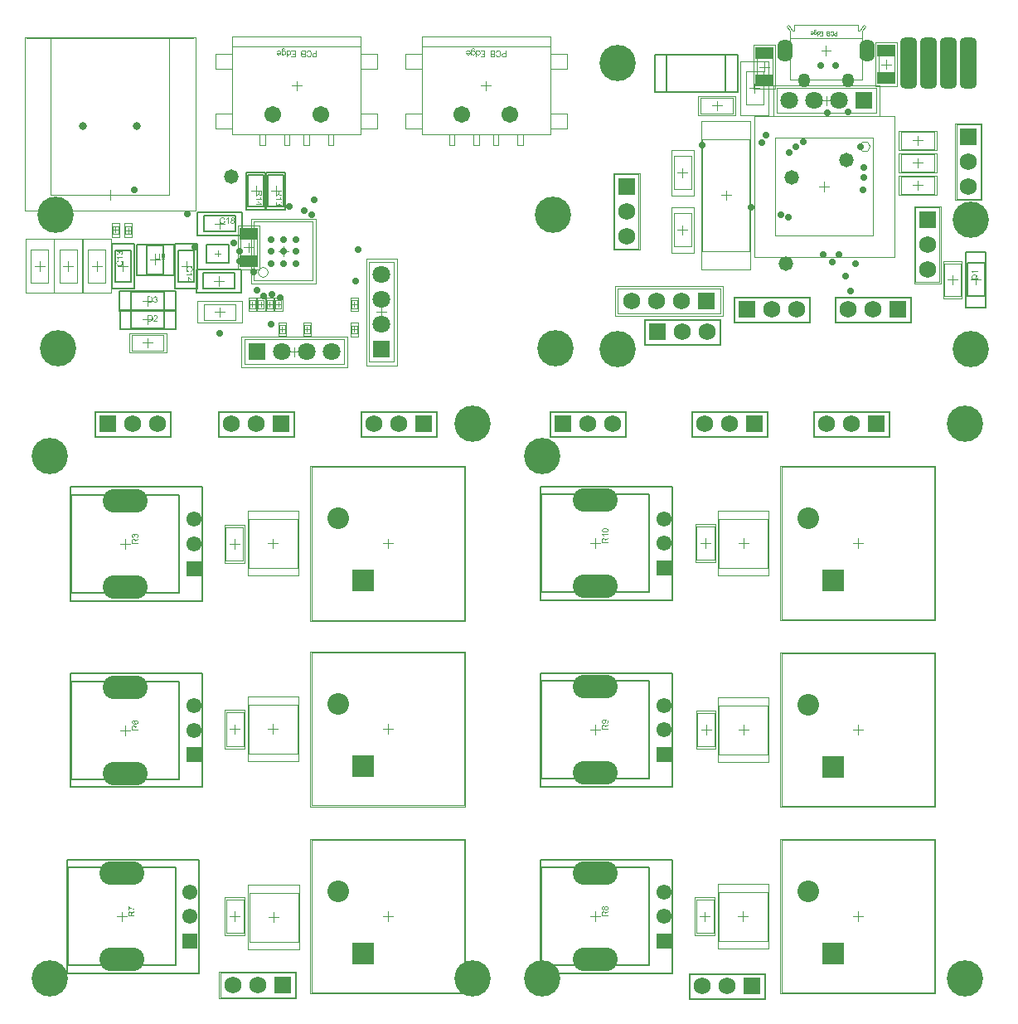
<source format=gbs>
G04*
G04 #@! TF.GenerationSoftware,Altium Limited,Altium Designer,21.0.8 (223)*
G04*
G04 Layer_Color=16711935*
%FSLAX25Y25*%
%MOIN*%
G70*
G04*
G04 #@! TF.SameCoordinates,0C819516-2B0F-4561-8A23-745D184D752D*
G04*
G04*
G04 #@! TF.FilePolarity,Negative*
G04*
G01*
G75*
%ADD13C,0.00500*%
%ADD14C,0.00787*%
%ADD16C,0.00394*%
%ADD17C,0.00300*%
%ADD18C,0.00200*%
%ADD19C,0.00197*%
%ADD73C,0.03162*%
%ADD74C,0.06706*%
%ADD75C,0.07099*%
%ADD76R,0.07099X0.07099*%
%ADD77O,0.04934X0.05721*%
%ADD78R,0.06902X0.06902*%
%ADD79C,0.06902*%
%ADD80C,0.14580*%
%ADD81R,0.07099X0.07099*%
%ADD82C,0.08674*%
%ADD83R,0.08674X0.08674*%
G04:AMPARAMS|DCode=84|XSize=94.49mil|YSize=181.1mil|CornerRadius=47.24mil|HoleSize=0mil|Usage=FLASHONLY|Rotation=90.000|XOffset=0mil|YOffset=0mil|HoleType=Round|Shape=RoundedRectangle|*
%AMROUNDEDRECTD84*
21,1,0.09449,0.08661,0,0,90.0*
21,1,0.00000,0.18110,0,0,90.0*
1,1,0.09449,0.04331,0.00000*
1,1,0.09449,0.04331,0.00000*
1,1,0.09449,-0.04331,0.00000*
1,1,0.09449,-0.04331,0.00000*
%
%ADD84ROUNDEDRECTD84*%
%ADD85R,0.06102X0.06102*%
%ADD86C,0.06102*%
%ADD87R,0.06902X0.06902*%
%ADD88C,0.02769*%
%ADD89C,0.05800*%
G04:AMPARAMS|DCode=105|XSize=68mil|YSize=204.85mil|CornerRadius=19mil|HoleSize=0mil|Usage=FLASHONLY|Rotation=0.000|XOffset=0mil|YOffset=0mil|HoleType=Round|Shape=RoundedRectangle|*
%AMROUNDEDRECTD105*
21,1,0.06800,0.16685,0,0,0.0*
21,1,0.03000,0.20485,0,0,0.0*
1,1,0.03800,0.01500,-0.08343*
1,1,0.03800,-0.01500,-0.08343*
1,1,0.03800,-0.01500,0.08343*
1,1,0.03800,0.01500,0.08343*
%
%ADD105ROUNDEDRECTD105*%
%ADD106R,0.07296X0.05131*%
%ADD107O,0.06312X0.09068*%
G36*
X151662Y395814D02*
X151709Y395807D01*
X151767Y395796D01*
X151833Y395777D01*
X151898Y395756D01*
X151964Y395726D01*
X151967D01*
X151971Y395723D01*
X151993Y395712D01*
X152025Y395690D01*
X152062Y395665D01*
X152106Y395628D01*
X152149Y395588D01*
X152193Y395541D01*
X152229Y395486D01*
X152233Y395479D01*
X152244Y395461D01*
X152259Y395428D01*
X152277Y395388D01*
X152295Y395341D01*
X152309Y395286D01*
X152320Y395224D01*
X152324Y395162D01*
Y395155D01*
Y395133D01*
X152320Y395104D01*
X152313Y395064D01*
X152302Y395017D01*
X152284Y394966D01*
X152262Y394915D01*
X152233Y394864D01*
X152229Y394857D01*
X152218Y394842D01*
X152197Y394816D01*
X152167Y394787D01*
X152131Y394755D01*
X152087Y394718D01*
X152036Y394685D01*
X151975Y394653D01*
X151978D01*
X151986Y394649D01*
X151996Y394645D01*
X152011Y394642D01*
X152051Y394627D01*
X152102Y394605D01*
X152160Y394576D01*
X152218Y394540D01*
X152273Y394493D01*
X152324Y394438D01*
X152328Y394431D01*
X152342Y394409D01*
X152364Y394372D01*
X152386Y394325D01*
X152408Y394267D01*
X152430Y394198D01*
X152444Y394118D01*
X152448Y394030D01*
Y394027D01*
Y394016D01*
Y393998D01*
X152444Y393976D01*
X152441Y393947D01*
X152433Y393914D01*
X152426Y393877D01*
X152419Y393837D01*
X152390Y393750D01*
X152368Y393703D01*
X152346Y393659D01*
X152317Y393612D01*
X152284Y393564D01*
X152248Y393517D01*
X152204Y393473D01*
X152200Y393470D01*
X152193Y393462D01*
X152178Y393451D01*
X152160Y393437D01*
X152138Y393419D01*
X152109Y393401D01*
X152076Y393379D01*
X152036Y393360D01*
X151996Y393339D01*
X151949Y393317D01*
X151902Y393299D01*
X151847Y393280D01*
X151789Y393266D01*
X151727Y393255D01*
X151665Y393248D01*
X151596Y393244D01*
X151563D01*
X151541Y393248D01*
X151512Y393251D01*
X151479Y393255D01*
X151443Y393262D01*
X151403Y393269D01*
X151316Y393291D01*
X151225Y393328D01*
X151177Y393350D01*
X151134Y393375D01*
X151090Y393408D01*
X151046Y393441D01*
X151043Y393444D01*
X151035Y393451D01*
X151024Y393462D01*
X151014Y393477D01*
X150995Y393495D01*
X150977Y393521D01*
X150955Y393546D01*
X150934Y393579D01*
X150912Y393615D01*
X150890Y393652D01*
X150850Y393739D01*
X150817Y393841D01*
X150806Y393896D01*
X150799Y393954D01*
X151108Y393994D01*
Y393990D01*
X151112Y393983D01*
X151116Y393968D01*
X151119Y393950D01*
X151123Y393928D01*
X151130Y393903D01*
X151148Y393848D01*
X151174Y393783D01*
X151207Y393721D01*
X151243Y393663D01*
X151287Y393612D01*
X151294Y393608D01*
X151308Y393593D01*
X151338Y393575D01*
X151374Y393557D01*
X151418Y393535D01*
X151472Y393517D01*
X151534Y393502D01*
X151600Y393499D01*
X151621D01*
X151636Y393502D01*
X151676Y393506D01*
X151727Y393517D01*
X151785Y393535D01*
X151847Y393561D01*
X151909Y393597D01*
X151967Y393648D01*
X151975Y393655D01*
X151993Y393677D01*
X152015Y393710D01*
X152044Y393754D01*
X152073Y393808D01*
X152095Y393870D01*
X152113Y393943D01*
X152120Y394023D01*
Y394027D01*
Y394034D01*
Y394045D01*
X152117Y394059D01*
X152113Y394099D01*
X152102Y394147D01*
X152087Y394205D01*
X152062Y394263D01*
X152025Y394321D01*
X151978Y394376D01*
X151971Y394383D01*
X151953Y394398D01*
X151924Y394420D01*
X151884Y394445D01*
X151833Y394471D01*
X151771Y394493D01*
X151702Y394507D01*
X151625Y394514D01*
X151592D01*
X151567Y394511D01*
X151534Y394507D01*
X151498Y394500D01*
X151454Y394493D01*
X151407Y394482D01*
X151443Y394755D01*
X151461D01*
X151476Y394751D01*
X151523D01*
X151563Y394758D01*
X151611Y394765D01*
X151665Y394777D01*
X151727Y394795D01*
X151785Y394820D01*
X151847Y394853D01*
X151851D01*
X151854Y394857D01*
X151873Y394871D01*
X151898Y394897D01*
X151927Y394929D01*
X151956Y394977D01*
X151982Y395031D01*
X152000Y395093D01*
X152007Y395129D01*
Y395170D01*
Y395173D01*
Y395177D01*
Y395199D01*
X152000Y395228D01*
X151993Y395268D01*
X151978Y395311D01*
X151960Y395359D01*
X151931Y395406D01*
X151891Y395450D01*
X151887Y395454D01*
X151869Y395468D01*
X151844Y395486D01*
X151811Y395508D01*
X151767Y395526D01*
X151716Y395545D01*
X151658Y395559D01*
X151592Y395563D01*
X151563D01*
X151531Y395555D01*
X151487Y395548D01*
X151439Y395534D01*
X151392Y395515D01*
X151341Y395486D01*
X151294Y395450D01*
X151290Y395446D01*
X151276Y395428D01*
X151254Y395403D01*
X151228Y395366D01*
X151203Y395319D01*
X151177Y395261D01*
X151156Y395191D01*
X151141Y395111D01*
X150832Y395166D01*
Y395170D01*
X150835Y395181D01*
X150839Y395195D01*
X150842Y395217D01*
X150850Y395242D01*
X150861Y395271D01*
X150883Y395341D01*
X150919Y395421D01*
X150963Y395501D01*
X151017Y395577D01*
X151086Y395646D01*
X151090Y395650D01*
X151097Y395654D01*
X151108Y395661D01*
X151123Y395672D01*
X151141Y395687D01*
X151166Y395701D01*
X151192Y395716D01*
X151225Y395734D01*
X151297Y395763D01*
X151381Y395792D01*
X151479Y395810D01*
X151531Y395817D01*
X151621D01*
X151662Y395814D01*
D02*
G37*
G36*
X149416Y395803D02*
X149488Y395799D01*
X149561Y395792D01*
X149634Y395781D01*
X149696Y395770D01*
X149700D01*
X149707Y395766D01*
X149718D01*
X149732Y395759D01*
X149772Y395748D01*
X149823Y395730D01*
X149882Y395705D01*
X149943Y395672D01*
X150005Y395636D01*
X150064Y395588D01*
X150067Y395585D01*
X150071Y395581D01*
X150082Y395570D01*
X150096Y395559D01*
X150133Y395523D01*
X150176Y395472D01*
X150224Y395410D01*
X150275Y395337D01*
X150322Y395253D01*
X150362Y395159D01*
Y395155D01*
X150366Y395148D01*
X150373Y395133D01*
X150377Y395111D01*
X150388Y395086D01*
X150395Y395057D01*
X150402Y395024D01*
X150413Y394984D01*
X150424Y394944D01*
X150431Y394897D01*
X150449Y394795D01*
X150460Y394682D01*
X150464Y394558D01*
Y394554D01*
Y394547D01*
Y394529D01*
Y394511D01*
X150460Y394485D01*
Y394456D01*
X150457Y394387D01*
X150446Y394307D01*
X150435Y394223D01*
X150417Y394136D01*
X150395Y394049D01*
Y394045D01*
X150391Y394038D01*
X150388Y394027D01*
X150384Y394012D01*
X150369Y393972D01*
X150347Y393921D01*
X150326Y393863D01*
X150296Y393805D01*
X150260Y393743D01*
X150224Y393685D01*
X150220Y393677D01*
X150206Y393659D01*
X150184Y393634D01*
X150155Y393601D01*
X150122Y393564D01*
X150082Y393528D01*
X150042Y393488D01*
X149994Y393455D01*
X149987Y393451D01*
X149973Y393441D01*
X149947Y393426D01*
X149911Y393408D01*
X149867Y393386D01*
X149816Y393368D01*
X149758Y393346D01*
X149692Y393328D01*
X149685D01*
X149674Y393324D01*
X149663Y393320D01*
X149627Y393317D01*
X149576Y393309D01*
X149518Y393302D01*
X149448Y393295D01*
X149372Y393291D01*
X149288Y393288D01*
X148382D01*
Y395807D01*
X149350D01*
X149416Y395803D01*
D02*
G37*
G36*
X151809Y388285D02*
X151838Y388281D01*
X151874Y388278D01*
X151914Y388270D01*
X151954Y388263D01*
X152049Y388238D01*
X152144Y388201D01*
X152191Y388179D01*
X152238Y388154D01*
X152282Y388121D01*
X152322Y388085D01*
X152326Y388081D01*
X152333Y388078D01*
X152340Y388063D01*
X152355Y388048D01*
X152373Y388030D01*
X152391Y388005D01*
X152409Y387979D01*
X152431Y387947D01*
X152468Y387877D01*
X152504Y387790D01*
X152519Y387746D01*
X152526Y387695D01*
X152533Y387644D01*
X152537Y387590D01*
Y387582D01*
Y387564D01*
X152533Y387535D01*
X152530Y387495D01*
X152522Y387452D01*
X152508Y387401D01*
X152493Y387346D01*
X152471Y387291D01*
X152468Y387284D01*
X152460Y387266D01*
X152446Y387237D01*
X152424Y387197D01*
X152395Y387153D01*
X152358Y387098D01*
X152315Y387044D01*
X152264Y386982D01*
X152257Y386975D01*
X152238Y386953D01*
X152220Y386935D01*
X152202Y386916D01*
X152180Y386895D01*
X152151Y386865D01*
X152122Y386836D01*
X152085Y386804D01*
X152049Y386767D01*
X152005Y386727D01*
X151958Y386687D01*
X151907Y386640D01*
X151849Y386592D01*
X151791Y386542D01*
X151787Y386538D01*
X151780Y386531D01*
X151765Y386520D01*
X151747Y386505D01*
X151725Y386483D01*
X151700Y386461D01*
X151641Y386414D01*
X151579Y386360D01*
X151521Y386305D01*
X151470Y386258D01*
X151448Y386239D01*
X151430Y386221D01*
X151427Y386217D01*
X151416Y386207D01*
X151401Y386192D01*
X151383Y386170D01*
X151365Y386145D01*
X151343Y386119D01*
X151299Y386057D01*
X152540D01*
Y385759D01*
X150870D01*
Y385763D01*
Y385777D01*
Y385799D01*
X150873Y385828D01*
X150877Y385861D01*
X150884Y385897D01*
X150891Y385934D01*
X150906Y385974D01*
Y385977D01*
X150910Y385981D01*
X150917Y386003D01*
X150932Y386035D01*
X150953Y386079D01*
X150982Y386130D01*
X151019Y386188D01*
X151059Y386247D01*
X151110Y386309D01*
Y386312D01*
X151117Y386316D01*
X151135Y386338D01*
X151168Y386370D01*
X151215Y386418D01*
X151270Y386472D01*
X151339Y386538D01*
X151423Y386611D01*
X151514Y386687D01*
X151518Y386691D01*
X151532Y386702D01*
X151554Y386720D01*
X151579Y386742D01*
X151612Y386771D01*
X151652Y386804D01*
X151692Y386840D01*
X151740Y386880D01*
X151831Y386967D01*
X151922Y387055D01*
X151965Y387098D01*
X152005Y387142D01*
X152042Y387182D01*
X152071Y387222D01*
Y387226D01*
X152078Y387229D01*
X152085Y387240D01*
X152093Y387255D01*
X152118Y387295D01*
X152147Y387342D01*
X152173Y387401D01*
X152198Y387462D01*
X152213Y387532D01*
X152220Y387597D01*
Y387601D01*
Y387604D01*
X152216Y387626D01*
X152213Y387663D01*
X152202Y387703D01*
X152187Y387754D01*
X152162Y387805D01*
X152129Y387856D01*
X152085Y387907D01*
X152078Y387914D01*
X152060Y387928D01*
X152034Y387947D01*
X151994Y387972D01*
X151943Y387994D01*
X151885Y388016D01*
X151816Y388030D01*
X151740Y388034D01*
X151718D01*
X151703Y388030D01*
X151660Y388027D01*
X151609Y388016D01*
X151554Y388001D01*
X151492Y387976D01*
X151434Y387943D01*
X151379Y387899D01*
X151372Y387892D01*
X151357Y387874D01*
X151336Y387845D01*
X151314Y387801D01*
X151288Y387750D01*
X151266Y387684D01*
X151252Y387612D01*
X151245Y387528D01*
X150928Y387561D01*
Y387564D01*
X150932Y387575D01*
Y387593D01*
X150935Y387619D01*
X150942Y387648D01*
X150950Y387681D01*
X150961Y387721D01*
X150972Y387761D01*
X151001Y387848D01*
X151044Y387936D01*
X151070Y387979D01*
X151103Y388023D01*
X151135Y388063D01*
X151172Y388099D01*
X151175Y388103D01*
X151183Y388107D01*
X151194Y388118D01*
X151212Y388128D01*
X151234Y388143D01*
X151259Y388158D01*
X151288Y388176D01*
X151325Y388194D01*
X151365Y388212D01*
X151408Y388230D01*
X151456Y388245D01*
X151507Y388260D01*
X151561Y388270D01*
X151620Y388281D01*
X151681Y388285D01*
X151747Y388289D01*
X151783D01*
X151809Y388285D01*
D02*
G37*
G36*
X149534Y388274D02*
X149607Y388270D01*
X149679Y388263D01*
X149752Y388252D01*
X149814Y388241D01*
X149818D01*
X149825Y388238D01*
X149836D01*
X149850Y388230D01*
X149890Y388219D01*
X149941Y388201D01*
X150000Y388176D01*
X150062Y388143D01*
X150123Y388107D01*
X150182Y388059D01*
X150185Y388056D01*
X150189Y388052D01*
X150200Y388041D01*
X150214Y388030D01*
X150251Y387994D01*
X150294Y387943D01*
X150342Y387881D01*
X150393Y387808D01*
X150440Y387724D01*
X150480Y387630D01*
Y387626D01*
X150484Y387619D01*
X150491Y387604D01*
X150495Y387582D01*
X150506Y387557D01*
X150513Y387528D01*
X150520Y387495D01*
X150531Y387455D01*
X150542Y387415D01*
X150549Y387368D01*
X150567Y387266D01*
X150578Y387153D01*
X150582Y387029D01*
Y387026D01*
Y387018D01*
Y387000D01*
Y386982D01*
X150578Y386956D01*
Y386927D01*
X150575Y386858D01*
X150564Y386778D01*
X150553Y386694D01*
X150535Y386607D01*
X150513Y386520D01*
Y386516D01*
X150509Y386509D01*
X150506Y386498D01*
X150502Y386483D01*
X150487Y386443D01*
X150466Y386392D01*
X150444Y386334D01*
X150415Y386276D01*
X150378Y386214D01*
X150342Y386156D01*
X150338Y386148D01*
X150324Y386130D01*
X150302Y386105D01*
X150273Y386072D01*
X150240Y386035D01*
X150200Y385999D01*
X150160Y385959D01*
X150112Y385926D01*
X150105Y385923D01*
X150091Y385912D01*
X150065Y385897D01*
X150029Y385879D01*
X149985Y385857D01*
X149934Y385839D01*
X149876Y385817D01*
X149810Y385799D01*
X149803D01*
X149792Y385795D01*
X149781Y385792D01*
X149745Y385788D01*
X149694Y385781D01*
X149636Y385773D01*
X149566Y385766D01*
X149490Y385763D01*
X149406Y385759D01*
X148500D01*
Y388278D01*
X149468D01*
X149534Y388274D01*
D02*
G37*
G36*
X482241Y405769D02*
X480272D01*
X480275Y405765D01*
X480290Y405747D01*
X480312Y405725D01*
X480337Y405689D01*
X480370Y405649D01*
X480407Y405598D01*
X480447Y405539D01*
X480487Y405474D01*
Y405470D01*
X480490Y405467D01*
X480505Y405445D01*
X480523Y405408D01*
X480545Y405365D01*
X480570Y405314D01*
X480596Y405259D01*
X480621Y405204D01*
X480643Y405150D01*
X480345D01*
Y405154D01*
X480337Y405161D01*
X480334Y405175D01*
X480323Y405194D01*
X480312Y405215D01*
X480297Y405241D01*
X480261Y405303D01*
X480221Y405376D01*
X480170Y405448D01*
X480112Y405525D01*
X480050Y405601D01*
X480046Y405605D01*
X480043Y405609D01*
X480032Y405619D01*
X480021Y405634D01*
X479984Y405667D01*
X479941Y405711D01*
X479890Y405754D01*
X479831Y405801D01*
X479773Y405841D01*
X479711Y405878D01*
Y406078D01*
X482241D01*
Y405769D01*
D02*
G37*
G36*
X481044Y404578D02*
X481073D01*
X481142Y404575D01*
X481222Y404564D01*
X481306Y404553D01*
X481393Y404535D01*
X481480Y404513D01*
X481484D01*
X481491Y404509D01*
X481502Y404506D01*
X481517Y404502D01*
X481557Y404487D01*
X481608Y404466D01*
X481666Y404444D01*
X481724Y404415D01*
X481786Y404378D01*
X481844Y404342D01*
X481852Y404338D01*
X481870Y404324D01*
X481895Y404302D01*
X481928Y404273D01*
X481964Y404240D01*
X482001Y404200D01*
X482041Y404160D01*
X482074Y404112D01*
X482077Y404105D01*
X482088Y404091D01*
X482103Y404065D01*
X482121Y404029D01*
X482143Y403985D01*
X482161Y403934D01*
X482183Y403876D01*
X482201Y403810D01*
Y403803D01*
X482205Y403792D01*
X482208Y403781D01*
X482212Y403745D01*
X482219Y403694D01*
X482227Y403636D01*
X482234Y403567D01*
X482237Y403490D01*
X482241Y403406D01*
Y402500D01*
X479722D01*
Y403468D01*
X479726Y403534D01*
X479730Y403607D01*
X479737Y403679D01*
X479748Y403752D01*
X479759Y403814D01*
Y403818D01*
X479762Y403825D01*
Y403836D01*
X479770Y403850D01*
X479780Y403891D01*
X479799Y403941D01*
X479824Y404000D01*
X479857Y404062D01*
X479893Y404123D01*
X479941Y404182D01*
X479944Y404185D01*
X479948Y404189D01*
X479959Y404200D01*
X479970Y404214D01*
X480006Y404251D01*
X480057Y404294D01*
X480119Y404342D01*
X480192Y404393D01*
X480275Y404440D01*
X480370Y404480D01*
X480374D01*
X480381Y404484D01*
X480396Y404491D01*
X480417Y404495D01*
X480443Y404506D01*
X480472Y404513D01*
X480505Y404520D01*
X480545Y404531D01*
X480585Y404542D01*
X480632Y404549D01*
X480734Y404567D01*
X480847Y404578D01*
X480971Y404582D01*
X480974D01*
X480982D01*
X481000D01*
X481018D01*
X481044Y404578D01*
D02*
G37*
G36*
X194519Y437052D02*
X194515Y437023D01*
Y436990D01*
X194512Y436914D01*
X194501Y436834D01*
X194490Y436747D01*
X194472Y436667D01*
X194461Y436626D01*
X194450Y436594D01*
Y436590D01*
X194446Y436587D01*
X194435Y436565D01*
X194421Y436532D01*
X194395Y436492D01*
X194362Y436448D01*
X194319Y436401D01*
X194268Y436357D01*
X194209Y436313D01*
X194206D01*
X194202Y436310D01*
X194180Y436295D01*
X194144Y436281D01*
X194097Y436259D01*
X194042Y436241D01*
X193976Y436223D01*
X193907Y436211D01*
X193831Y436208D01*
X193827D01*
X193820D01*
X193805D01*
X193787Y436211D01*
X193762D01*
X193736Y436215D01*
X193674Y436230D01*
X193602Y436252D01*
X193525Y436281D01*
X193449Y436324D01*
X193412Y436353D01*
X193376Y436383D01*
X193372Y436386D01*
X193369Y436390D01*
X193358Y436401D01*
X193347Y436415D01*
X193332Y436434D01*
X193318Y436455D01*
X193299Y436485D01*
X193278Y436514D01*
X193259Y436550D01*
X193241Y436590D01*
X193219Y436634D01*
X193201Y436681D01*
X193187Y436736D01*
X193168Y436790D01*
X193157Y436852D01*
X193147Y436918D01*
X193143Y436910D01*
X193136Y436896D01*
X193121Y436874D01*
X193106Y436845D01*
X193067Y436779D01*
X193041Y436747D01*
X193019Y436718D01*
X193012Y436710D01*
X192994Y436692D01*
X192965Y436663D01*
X192928Y436626D01*
X192877Y436587D01*
X192823Y436539D01*
X192757Y436492D01*
X192684Y436441D01*
X192000Y436008D01*
Y436423D01*
X192524Y436754D01*
X192528D01*
X192535Y436761D01*
X192546Y436768D01*
X192561Y436779D01*
X192601Y436805D01*
X192651Y436838D01*
X192706Y436878D01*
X192764Y436918D01*
X192819Y436958D01*
X192870Y436994D01*
X192874Y436998D01*
X192888Y437009D01*
X192910Y437027D01*
X192935Y437052D01*
X192990Y437107D01*
X193016Y437136D01*
X193037Y437165D01*
X193041Y437169D01*
X193045Y437176D01*
X193052Y437191D01*
X193063Y437213D01*
X193074Y437234D01*
X193085Y437260D01*
X193103Y437318D01*
Y437322D01*
X193106Y437329D01*
Y437344D01*
X193110Y437362D01*
X193114Y437387D01*
Y437416D01*
X193117Y437456D01*
Y437886D01*
X192000D01*
Y438221D01*
X194519D01*
Y437052D01*
D02*
G37*
G36*
X193896Y435571D02*
X193904Y435564D01*
X193907Y435549D01*
X193918Y435531D01*
X193929Y435509D01*
X193944Y435484D01*
X193980Y435422D01*
X194020Y435349D01*
X194071Y435276D01*
X194129Y435200D01*
X194191Y435123D01*
X194195Y435119D01*
X194199Y435116D01*
X194209Y435105D01*
X194220Y435090D01*
X194257Y435058D01*
X194300Y435014D01*
X194351Y434970D01*
X194410Y434923D01*
X194468Y434883D01*
X194530Y434847D01*
Y434646D01*
X192000D01*
Y434956D01*
X193969D01*
X193966Y434959D01*
X193951Y434978D01*
X193929Y434999D01*
X193904Y435036D01*
X193871Y435076D01*
X193834Y435127D01*
X193795Y435185D01*
X193754Y435251D01*
Y435254D01*
X193751Y435258D01*
X193736Y435280D01*
X193718Y435316D01*
X193696Y435360D01*
X193671Y435411D01*
X193645Y435465D01*
X193620Y435520D01*
X193598Y435574D01*
X193896D01*
Y435571D01*
D02*
G37*
G36*
X194519Y432804D02*
Y432553D01*
X192888D01*
Y432211D01*
X192604D01*
Y432553D01*
X192000D01*
Y432863D01*
X192604D01*
Y433958D01*
X192888D01*
X194519Y432804D01*
D02*
G37*
G36*
X202562Y437052D02*
X202559Y437023D01*
Y436990D01*
X202555Y436914D01*
X202544Y436834D01*
X202533Y436747D01*
X202515Y436667D01*
X202504Y436626D01*
X202493Y436594D01*
Y436590D01*
X202490Y436587D01*
X202479Y436565D01*
X202464Y436532D01*
X202439Y436492D01*
X202406Y436448D01*
X202362Y436401D01*
X202311Y436357D01*
X202253Y436313D01*
X202250D01*
X202246Y436310D01*
X202224Y436295D01*
X202188Y436281D01*
X202140Y436259D01*
X202086Y436241D01*
X202020Y436223D01*
X201951Y436211D01*
X201874Y436208D01*
X201871D01*
X201864D01*
X201849D01*
X201831Y436211D01*
X201805D01*
X201780Y436215D01*
X201718Y436230D01*
X201645Y436252D01*
X201569Y436281D01*
X201492Y436324D01*
X201456Y436353D01*
X201420Y436383D01*
X201416Y436386D01*
X201412Y436390D01*
X201401Y436401D01*
X201390Y436415D01*
X201376Y436434D01*
X201361Y436455D01*
X201343Y436485D01*
X201321Y436514D01*
X201303Y436550D01*
X201285Y436590D01*
X201263Y436634D01*
X201245Y436681D01*
X201230Y436736D01*
X201212Y436790D01*
X201201Y436852D01*
X201190Y436918D01*
X201187Y436910D01*
X201179Y436896D01*
X201165Y436874D01*
X201150Y436845D01*
X201110Y436779D01*
X201085Y436747D01*
X201063Y436718D01*
X201056Y436710D01*
X201037Y436692D01*
X201008Y436663D01*
X200972Y436626D01*
X200921Y436587D01*
X200866Y436539D01*
X200801Y436492D01*
X200728Y436441D01*
X200044Y436008D01*
Y436423D01*
X200568Y436754D01*
X200571D01*
X200579Y436761D01*
X200590Y436768D01*
X200604Y436779D01*
X200644Y436805D01*
X200695Y436838D01*
X200750Y436878D01*
X200808Y436918D01*
X200863Y436958D01*
X200914Y436994D01*
X200917Y436998D01*
X200932Y437009D01*
X200954Y437027D01*
X200979Y437052D01*
X201034Y437107D01*
X201059Y437136D01*
X201081Y437165D01*
X201085Y437169D01*
X201088Y437176D01*
X201096Y437191D01*
X201107Y437213D01*
X201117Y437234D01*
X201128Y437260D01*
X201147Y437318D01*
Y437322D01*
X201150Y437329D01*
Y437344D01*
X201154Y437362D01*
X201157Y437387D01*
Y437416D01*
X201161Y437456D01*
Y437886D01*
X200044D01*
Y438221D01*
X202562D01*
Y437052D01*
D02*
G37*
G36*
X201940Y435571D02*
X201947Y435564D01*
X201951Y435549D01*
X201962Y435531D01*
X201973Y435509D01*
X201987Y435484D01*
X202024Y435422D01*
X202064Y435349D01*
X202115Y435276D01*
X202173Y435200D01*
X202235Y435123D01*
X202239Y435119D01*
X202242Y435116D01*
X202253Y435105D01*
X202264Y435090D01*
X202300Y435058D01*
X202344Y435014D01*
X202395Y434970D01*
X202453Y434923D01*
X202512Y434883D01*
X202573Y434847D01*
Y434646D01*
X200044D01*
Y434956D01*
X202013D01*
X202009Y434959D01*
X201995Y434978D01*
X201973Y434999D01*
X201947Y435036D01*
X201915Y435076D01*
X201878Y435127D01*
X201838Y435185D01*
X201798Y435251D01*
Y435254D01*
X201795Y435258D01*
X201780Y435280D01*
X201762Y435316D01*
X201740Y435360D01*
X201714Y435411D01*
X201689Y435465D01*
X201663Y435520D01*
X201642Y435574D01*
X201940D01*
Y435571D01*
D02*
G37*
G36*
X200750Y433540D02*
X200746D01*
X200739Y433536D01*
X200724Y433532D01*
X200706Y433529D01*
X200684Y433525D01*
X200659Y433518D01*
X200604Y433500D01*
X200539Y433474D01*
X200477Y433441D01*
X200419Y433405D01*
X200368Y433361D01*
X200364Y433354D01*
X200349Y433340D01*
X200331Y433311D01*
X200313Y433274D01*
X200291Y433230D01*
X200273Y433176D01*
X200258Y433114D01*
X200255Y433048D01*
Y433027D01*
X200258Y433012D01*
X200262Y432972D01*
X200273Y432921D01*
X200291Y432863D01*
X200317Y432801D01*
X200353Y432739D01*
X200404Y432681D01*
X200411Y432674D01*
X200433Y432655D01*
X200466Y432633D01*
X200510Y432604D01*
X200564Y432575D01*
X200626Y432553D01*
X200699Y432535D01*
X200779Y432528D01*
X200782D01*
X200790D01*
X200801D01*
X200815Y432531D01*
X200855Y432535D01*
X200903Y432546D01*
X200961Y432561D01*
X201019Y432586D01*
X201077Y432622D01*
X201132Y432670D01*
X201139Y432677D01*
X201154Y432695D01*
X201176Y432724D01*
X201201Y432764D01*
X201227Y432815D01*
X201249Y432877D01*
X201263Y432946D01*
X201270Y433023D01*
Y433056D01*
X201267Y433081D01*
X201263Y433114D01*
X201256Y433150D01*
X201249Y433194D01*
X201238Y433241D01*
X201511Y433205D01*
Y433187D01*
X201507Y433172D01*
Y433125D01*
X201514Y433085D01*
X201521Y433038D01*
X201532Y432983D01*
X201551Y432921D01*
X201576Y432863D01*
X201609Y432801D01*
Y432797D01*
X201612Y432794D01*
X201627Y432775D01*
X201653Y432750D01*
X201685Y432721D01*
X201733Y432692D01*
X201787Y432666D01*
X201849Y432648D01*
X201886Y432641D01*
X201925D01*
X201929D01*
X201933D01*
X201955D01*
X201984Y432648D01*
X202024Y432655D01*
X202067Y432670D01*
X202115Y432688D01*
X202162Y432717D01*
X202206Y432757D01*
X202209Y432761D01*
X202224Y432779D01*
X202242Y432804D01*
X202264Y432837D01*
X202282Y432881D01*
X202300Y432932D01*
X202315Y432990D01*
X202319Y433056D01*
Y433085D01*
X202311Y433118D01*
X202304Y433161D01*
X202290Y433209D01*
X202271Y433256D01*
X202242Y433307D01*
X202206Y433354D01*
X202202Y433358D01*
X202184Y433372D01*
X202158Y433394D01*
X202122Y433420D01*
X202075Y433445D01*
X202016Y433471D01*
X201947Y433493D01*
X201867Y433507D01*
X201922Y433816D01*
X201925D01*
X201936Y433813D01*
X201951Y433809D01*
X201973Y433806D01*
X201998Y433798D01*
X202027Y433787D01*
X202097Y433766D01*
X202177Y433729D01*
X202257Y433685D01*
X202333Y433631D01*
X202402Y433562D01*
X202406Y433558D01*
X202410Y433551D01*
X202417Y433540D01*
X202428Y433525D01*
X202442Y433507D01*
X202457Y433482D01*
X202471Y433456D01*
X202490Y433423D01*
X202519Y433351D01*
X202548Y433267D01*
X202566Y433169D01*
X202573Y433118D01*
Y433027D01*
X202570Y432986D01*
X202562Y432939D01*
X202552Y432881D01*
X202533Y432815D01*
X202512Y432750D01*
X202482Y432684D01*
Y432681D01*
X202479Y432677D01*
X202468Y432655D01*
X202446Y432622D01*
X202421Y432586D01*
X202384Y432542D01*
X202344Y432499D01*
X202297Y432455D01*
X202242Y432419D01*
X202235Y432415D01*
X202217Y432404D01*
X202184Y432389D01*
X202144Y432371D01*
X202097Y432353D01*
X202042Y432339D01*
X201980Y432328D01*
X201918Y432324D01*
X201911D01*
X201889D01*
X201860Y432328D01*
X201820Y432335D01*
X201773Y432346D01*
X201722Y432364D01*
X201671Y432386D01*
X201620Y432415D01*
X201612Y432419D01*
X201598Y432430D01*
X201572Y432451D01*
X201543Y432481D01*
X201511Y432517D01*
X201474Y432561D01*
X201441Y432612D01*
X201409Y432674D01*
Y432670D01*
X201405Y432663D01*
X201401Y432652D01*
X201398Y432637D01*
X201383Y432597D01*
X201361Y432546D01*
X201332Y432488D01*
X201296Y432430D01*
X201249Y432375D01*
X201194Y432324D01*
X201187Y432320D01*
X201165Y432306D01*
X201128Y432284D01*
X201081Y432262D01*
X201023Y432240D01*
X200954Y432219D01*
X200874Y432204D01*
X200786Y432200D01*
X200782D01*
X200772D01*
X200753D01*
X200732Y432204D01*
X200703Y432207D01*
X200670Y432215D01*
X200633Y432222D01*
X200593Y432229D01*
X200506Y432259D01*
X200459Y432280D01*
X200415Y432302D01*
X200368Y432331D01*
X200320Y432364D01*
X200273Y432401D01*
X200229Y432444D01*
X200226Y432448D01*
X200218Y432455D01*
X200207Y432470D01*
X200193Y432488D01*
X200175Y432510D01*
X200156Y432539D01*
X200135Y432572D01*
X200116Y432612D01*
X200095Y432652D01*
X200073Y432699D01*
X200055Y432746D01*
X200036Y432801D01*
X200022Y432859D01*
X200011Y432921D01*
X200004Y432983D01*
X200000Y433052D01*
Y433085D01*
X200004Y433107D01*
X200007Y433136D01*
X200011Y433169D01*
X200018Y433205D01*
X200025Y433245D01*
X200047Y433332D01*
X200084Y433423D01*
X200106Y433471D01*
X200131Y433514D01*
X200164Y433558D01*
X200197Y433602D01*
X200200Y433605D01*
X200207Y433613D01*
X200218Y433624D01*
X200233Y433634D01*
X200251Y433653D01*
X200277Y433671D01*
X200302Y433693D01*
X200335Y433714D01*
X200371Y433736D01*
X200408Y433758D01*
X200495Y433798D01*
X200597Y433831D01*
X200652Y433842D01*
X200710Y433849D01*
X200750Y433540D01*
D02*
G37*
G36*
X137768Y414119D02*
X137797Y414115D01*
X137830Y414108D01*
X137867Y414101D01*
X137907Y414093D01*
X137994Y414064D01*
X138041Y414042D01*
X138085Y414020D01*
X138132Y413991D01*
X138180Y413959D01*
X138227Y413922D01*
X138271Y413878D01*
X138274Y413875D01*
X138282Y413868D01*
X138293Y413853D01*
X138307Y413835D01*
X138325Y413813D01*
X138344Y413784D01*
X138365Y413751D01*
X138383Y413711D01*
X138405Y413671D01*
X138427Y413624D01*
X138445Y413576D01*
X138464Y413522D01*
X138478Y413464D01*
X138489Y413402D01*
X138496Y413340D01*
X138500Y413271D01*
Y413238D01*
X138496Y413216D01*
X138493Y413187D01*
X138489Y413154D01*
X138482Y413118D01*
X138475Y413078D01*
X138453Y412990D01*
X138416Y412899D01*
X138394Y412852D01*
X138369Y412808D01*
X138336Y412765D01*
X138303Y412721D01*
X138300Y412717D01*
X138293Y412710D01*
X138282Y412699D01*
X138267Y412688D01*
X138249Y412670D01*
X138223Y412652D01*
X138198Y412630D01*
X138165Y412608D01*
X138129Y412586D01*
X138092Y412565D01*
X138005Y412525D01*
X137903Y412492D01*
X137848Y412481D01*
X137790Y412473D01*
X137750Y412783D01*
X137754D01*
X137761Y412786D01*
X137776Y412790D01*
X137794Y412794D01*
X137816Y412797D01*
X137841Y412805D01*
X137896Y412823D01*
X137961Y412848D01*
X138023Y412881D01*
X138081Y412918D01*
X138132Y412961D01*
X138136Y412968D01*
X138151Y412983D01*
X138169Y413012D01*
X138187Y413049D01*
X138209Y413092D01*
X138227Y413147D01*
X138242Y413209D01*
X138245Y413274D01*
Y413296D01*
X138242Y413311D01*
X138238Y413351D01*
X138227Y413402D01*
X138209Y413460D01*
X138183Y413522D01*
X138147Y413584D01*
X138096Y413642D01*
X138089Y413649D01*
X138067Y413667D01*
X138034Y413689D01*
X137990Y413718D01*
X137936Y413748D01*
X137874Y413769D01*
X137801Y413788D01*
X137721Y413795D01*
X137717D01*
X137710D01*
X137699D01*
X137685Y413791D01*
X137645Y413788D01*
X137597Y413777D01*
X137539Y413762D01*
X137481Y413737D01*
X137423Y413700D01*
X137368Y413653D01*
X137361Y413646D01*
X137346Y413627D01*
X137324Y413598D01*
X137299Y413558D01*
X137273Y413507D01*
X137251Y413445D01*
X137237Y413376D01*
X137230Y413300D01*
Y413267D01*
X137233Y413242D01*
X137237Y413209D01*
X137244Y413172D01*
X137251Y413129D01*
X137262Y413081D01*
X136989Y413118D01*
Y413136D01*
X136993Y413151D01*
Y413198D01*
X136986Y413238D01*
X136978Y413285D01*
X136968Y413340D01*
X136949Y413402D01*
X136924Y413460D01*
X136891Y413522D01*
Y413525D01*
X136888Y413529D01*
X136873Y413547D01*
X136847Y413573D01*
X136815Y413602D01*
X136767Y413631D01*
X136713Y413657D01*
X136651Y413675D01*
X136615Y413682D01*
X136574D01*
X136571D01*
X136567D01*
X136545D01*
X136516Y413675D01*
X136476Y413667D01*
X136433Y413653D01*
X136385Y413635D01*
X136338Y413606D01*
X136294Y413565D01*
X136291Y413562D01*
X136276Y413544D01*
X136258Y413518D01*
X136236Y413485D01*
X136218Y413442D01*
X136199Y413391D01*
X136185Y413333D01*
X136181Y413267D01*
Y413238D01*
X136189Y413205D01*
X136196Y413162D01*
X136211Y413114D01*
X136229Y413067D01*
X136258Y413016D01*
X136294Y412968D01*
X136298Y412965D01*
X136316Y412950D01*
X136342Y412928D01*
X136378Y412903D01*
X136425Y412878D01*
X136484Y412852D01*
X136553Y412830D01*
X136633Y412816D01*
X136578Y412506D01*
X136574D01*
X136564Y412510D01*
X136549Y412514D01*
X136527Y412517D01*
X136502Y412525D01*
X136473Y412535D01*
X136403Y412557D01*
X136323Y412594D01*
X136243Y412637D01*
X136167Y412692D01*
X136098Y412761D01*
X136094Y412765D01*
X136090Y412772D01*
X136083Y412783D01*
X136072Y412797D01*
X136058Y412816D01*
X136043Y412841D01*
X136029Y412867D01*
X136010Y412899D01*
X135981Y412972D01*
X135952Y413056D01*
X135934Y413154D01*
X135926Y413205D01*
Y413296D01*
X135930Y413336D01*
X135938Y413383D01*
X135948Y413442D01*
X135967Y413507D01*
X135988Y413573D01*
X136018Y413638D01*
Y413642D01*
X136021Y413646D01*
X136032Y413667D01*
X136054Y413700D01*
X136079Y413737D01*
X136116Y413780D01*
X136156Y413824D01*
X136203Y413868D01*
X136258Y413904D01*
X136265Y413908D01*
X136283Y413919D01*
X136316Y413933D01*
X136356Y413951D01*
X136403Y413970D01*
X136458Y413984D01*
X136520Y413995D01*
X136582Y413999D01*
X136589D01*
X136611D01*
X136640Y413995D01*
X136680Y413988D01*
X136727Y413977D01*
X136778Y413959D01*
X136829Y413937D01*
X136880Y413908D01*
X136888Y413904D01*
X136902Y413893D01*
X136927Y413871D01*
X136957Y413842D01*
X136989Y413806D01*
X137026Y413762D01*
X137059Y413711D01*
X137091Y413649D01*
Y413653D01*
X137095Y413660D01*
X137099Y413671D01*
X137102Y413686D01*
X137117Y413726D01*
X137139Y413777D01*
X137168Y413835D01*
X137204Y413893D01*
X137251Y413948D01*
X137306Y413999D01*
X137313Y414002D01*
X137335Y414017D01*
X137372Y414039D01*
X137419Y414060D01*
X137477Y414082D01*
X137546Y414104D01*
X137626Y414119D01*
X137714Y414122D01*
X137717D01*
X137728D01*
X137747D01*
X137768Y414119D01*
D02*
G37*
G36*
X138456Y411367D02*
X136487D01*
X136491Y411363D01*
X136505Y411345D01*
X136527Y411323D01*
X136553Y411287D01*
X136585Y411247D01*
X136622Y411196D01*
X136662Y411138D01*
X136702Y411072D01*
Y411068D01*
X136706Y411065D01*
X136720Y411043D01*
X136738Y411007D01*
X136760Y410963D01*
X136786Y410912D01*
X136811Y410857D01*
X136837Y410803D01*
X136858Y410748D01*
X136560D01*
Y410752D01*
X136553Y410759D01*
X136549Y410774D01*
X136538Y410792D01*
X136527Y410814D01*
X136513Y410839D01*
X136476Y410901D01*
X136436Y410974D01*
X136385Y411047D01*
X136327Y411123D01*
X136265Y411200D01*
X136261Y411203D01*
X136258Y411207D01*
X136247Y411218D01*
X136236Y411232D01*
X136199Y411265D01*
X136156Y411309D01*
X136105Y411352D01*
X136047Y411400D01*
X135988Y411440D01*
X135926Y411476D01*
Y411676D01*
X138456D01*
Y411367D01*
D02*
G37*
G36*
X137677Y410224D02*
X137699Y410217D01*
X137728Y410206D01*
X137761Y410195D01*
X137801Y410180D01*
X137845Y410162D01*
X137892Y410140D01*
X137994Y410089D01*
X138096Y410024D01*
X138147Y409984D01*
X138198Y409944D01*
X138242Y409900D01*
X138285Y409849D01*
X138289Y409845D01*
X138296Y409838D01*
X138303Y409820D01*
X138318Y409802D01*
X138336Y409773D01*
X138354Y409743D01*
X138373Y409703D01*
X138391Y409663D01*
X138413Y409616D01*
X138431Y409565D01*
X138449Y409511D01*
X138467Y409452D01*
X138482Y409390D01*
X138489Y409325D01*
X138496Y409256D01*
X138500Y409183D01*
Y409143D01*
X138496Y409114D01*
Y409081D01*
X138493Y409041D01*
X138486Y408997D01*
X138478Y408946D01*
X138460Y408841D01*
X138431Y408732D01*
X138391Y408622D01*
X138365Y408571D01*
X138336Y408521D01*
X138333Y408517D01*
X138329Y408509D01*
X138318Y408495D01*
X138303Y408480D01*
X138289Y408459D01*
X138267Y408433D01*
X138242Y408404D01*
X138213Y408375D01*
X138180Y408346D01*
X138147Y408313D01*
X138063Y408248D01*
X137965Y408186D01*
X137856Y408131D01*
X137852D01*
X137841Y408124D01*
X137823Y408120D01*
X137801Y408109D01*
X137772Y408102D01*
X137736Y408091D01*
X137696Y408076D01*
X137652Y408066D01*
X137605Y408055D01*
X137550Y408040D01*
X137437Y408022D01*
X137310Y408007D01*
X137179Y408000D01*
X137175D01*
X137161D01*
X137139D01*
X137113Y408004D01*
X137077D01*
X137040Y408007D01*
X136993Y408011D01*
X136946Y408018D01*
X136840Y408036D01*
X136724Y408062D01*
X136607Y408098D01*
X136494Y408149D01*
X136491Y408153D01*
X136480Y408156D01*
X136465Y408164D01*
X136447Y408178D01*
X136422Y408193D01*
X136392Y408211D01*
X136327Y408258D01*
X136254Y408320D01*
X136181Y408393D01*
X136109Y408477D01*
X136047Y408575D01*
X136043Y408579D01*
X136039Y408590D01*
X136032Y408604D01*
X136021Y408622D01*
X136010Y408651D01*
X135999Y408681D01*
X135985Y408717D01*
X135970Y408757D01*
X135956Y408801D01*
X135941Y408848D01*
X135919Y408950D01*
X135901Y409066D01*
X135894Y409187D01*
Y409223D01*
X135897Y409248D01*
X135901Y409281D01*
X135905Y409321D01*
X135908Y409361D01*
X135919Y409409D01*
X135941Y409507D01*
X135974Y409616D01*
X135996Y409671D01*
X136021Y409722D01*
X136054Y409773D01*
X136087Y409824D01*
X136090Y409827D01*
X136094Y409834D01*
X136105Y409849D01*
X136123Y409867D01*
X136141Y409886D01*
X136167Y409911D01*
X136196Y409936D01*
X136225Y409966D01*
X136261Y409995D01*
X136305Y410024D01*
X136349Y410056D01*
X136396Y410086D01*
X136451Y410111D01*
X136505Y410140D01*
X136564Y410162D01*
X136629Y410184D01*
X136706Y409856D01*
X136702D01*
X136695Y409853D01*
X136680Y409845D01*
X136662Y409838D01*
X136640Y409831D01*
X136611Y409820D01*
X136553Y409791D01*
X136487Y409754D01*
X136422Y409711D01*
X136360Y409656D01*
X136305Y409598D01*
X136298Y409591D01*
X136283Y409569D01*
X136265Y409532D01*
X136240Y409485D01*
X136218Y409423D01*
X136196Y409354D01*
X136181Y409270D01*
X136178Y409179D01*
Y409150D01*
X136181Y409132D01*
Y409106D01*
X136185Y409077D01*
X136196Y409008D01*
X136211Y408932D01*
X136236Y408852D01*
X136272Y408768D01*
X136320Y408692D01*
Y408688D01*
X136327Y408684D01*
X136345Y408659D01*
X136374Y408626D01*
X136418Y408586D01*
X136473Y408539D01*
X136534Y408495D01*
X136611Y408455D01*
X136695Y408419D01*
X136698D01*
X136706Y408415D01*
X136716Y408411D01*
X136735Y408408D01*
X136757Y408400D01*
X136782Y408393D01*
X136844Y408382D01*
X136917Y408368D01*
X136997Y408353D01*
X137084Y408346D01*
X137179Y408342D01*
X137182D01*
X137193D01*
X137212D01*
X137233D01*
X137259Y408346D01*
X137292D01*
X137328Y408349D01*
X137368Y408353D01*
X137455Y408364D01*
X137550Y408382D01*
X137645Y408404D01*
X137739Y408433D01*
X137743D01*
X137750Y408437D01*
X137761Y408444D01*
X137779Y408451D01*
X137823Y408473D01*
X137874Y408506D01*
X137932Y408546D01*
X137994Y408597D01*
X138049Y408655D01*
X138100Y408724D01*
Y408728D01*
X138103Y408735D01*
X138110Y408746D01*
X138118Y408761D01*
X138125Y408779D01*
X138136Y408801D01*
X138158Y408852D01*
X138180Y408917D01*
X138198Y408990D01*
X138213Y409070D01*
X138216Y409154D01*
Y409179D01*
X138213Y409201D01*
Y409227D01*
X138209Y409252D01*
X138194Y409318D01*
X138176Y409394D01*
X138147Y409471D01*
X138107Y409551D01*
X138085Y409591D01*
X138056Y409627D01*
X138052Y409631D01*
X138049Y409634D01*
X138038Y409645D01*
X138027Y409660D01*
X138009Y409674D01*
X137987Y409693D01*
X137965Y409714D01*
X137936Y409733D01*
X137903Y409754D01*
X137867Y409780D01*
X137830Y409802D01*
X137787Y409824D01*
X137739Y409842D01*
X137688Y409860D01*
X137634Y409878D01*
X137575Y409893D01*
X137659Y410228D01*
X137663D01*
X137677Y410224D01*
D02*
G37*
G36*
X165387Y407915D02*
X165423D01*
X165460Y407911D01*
X165507Y407908D01*
X165554Y407901D01*
X165660Y407882D01*
X165776Y407857D01*
X165893Y407821D01*
X166006Y407769D01*
X166009Y407766D01*
X166020Y407762D01*
X166035Y407755D01*
X166053Y407740D01*
X166078Y407726D01*
X166107Y407708D01*
X166173Y407660D01*
X166246Y407598D01*
X166319Y407526D01*
X166391Y407442D01*
X166453Y407344D01*
X166457Y407340D01*
X166461Y407329D01*
X166468Y407315D01*
X166479Y407296D01*
X166490Y407267D01*
X166501Y407238D01*
X166515Y407202D01*
X166530Y407162D01*
X166544Y407118D01*
X166559Y407071D01*
X166581Y406969D01*
X166599Y406852D01*
X166606Y406732D01*
Y406696D01*
X166603Y406670D01*
X166599Y406637D01*
X166595Y406598D01*
X166592Y406557D01*
X166581Y406510D01*
X166559Y406412D01*
X166526Y406303D01*
X166504Y406248D01*
X166479Y406197D01*
X166446Y406146D01*
X166413Y406095D01*
X166410Y406091D01*
X166406Y406084D01*
X166395Y406070D01*
X166377Y406051D01*
X166359Y406033D01*
X166333Y406008D01*
X166304Y405982D01*
X166275Y405953D01*
X166239Y405924D01*
X166195Y405895D01*
X166151Y405862D01*
X166104Y405833D01*
X166049Y405808D01*
X165995Y405779D01*
X165936Y405757D01*
X165871Y405735D01*
X165795Y406062D01*
X165798D01*
X165805Y406066D01*
X165820Y406073D01*
X165838Y406081D01*
X165860Y406088D01*
X165889Y406099D01*
X165947Y406128D01*
X166013Y406164D01*
X166078Y406208D01*
X166140Y406263D01*
X166195Y406321D01*
X166202Y406328D01*
X166217Y406350D01*
X166235Y406386D01*
X166260Y406434D01*
X166282Y406496D01*
X166304Y406565D01*
X166319Y406648D01*
X166322Y406739D01*
Y406769D01*
X166319Y406787D01*
Y406812D01*
X166315Y406841D01*
X166304Y406911D01*
X166289Y406987D01*
X166264Y407067D01*
X166228Y407151D01*
X166180Y407227D01*
Y407231D01*
X166173Y407234D01*
X166155Y407260D01*
X166126Y407293D01*
X166082Y407333D01*
X166027Y407380D01*
X165966Y407424D01*
X165889Y407464D01*
X165805Y407500D01*
X165802D01*
X165795Y407504D01*
X165784Y407508D01*
X165765Y407511D01*
X165744Y407518D01*
X165718Y407526D01*
X165656Y407537D01*
X165583Y407551D01*
X165503Y407566D01*
X165416Y407573D01*
X165321Y407577D01*
X165318D01*
X165307D01*
X165288D01*
X165267D01*
X165241Y407573D01*
X165208D01*
X165172Y407569D01*
X165132Y407566D01*
X165045Y407555D01*
X164950Y407537D01*
X164855Y407515D01*
X164761Y407486D01*
X164757D01*
X164750Y407482D01*
X164739Y407475D01*
X164721Y407467D01*
X164677Y407446D01*
X164626Y407413D01*
X164568Y407373D01*
X164506Y407322D01*
X164451Y407264D01*
X164400Y407194D01*
Y407191D01*
X164397Y407184D01*
X164389Y407173D01*
X164382Y407158D01*
X164375Y407140D01*
X164364Y407118D01*
X164342Y407067D01*
X164320Y407001D01*
X164302Y406929D01*
X164287Y406849D01*
X164284Y406765D01*
Y406739D01*
X164287Y406718D01*
Y406692D01*
X164291Y406667D01*
X164306Y406601D01*
X164324Y406525D01*
X164353Y406448D01*
X164393Y406368D01*
X164415Y406328D01*
X164444Y406292D01*
X164448Y406288D01*
X164451Y406284D01*
X164462Y406274D01*
X164473Y406259D01*
X164491Y406244D01*
X164513Y406226D01*
X164535Y406204D01*
X164564Y406186D01*
X164597Y406164D01*
X164633Y406139D01*
X164670Y406117D01*
X164713Y406095D01*
X164761Y406077D01*
X164812Y406059D01*
X164866Y406040D01*
X164925Y406026D01*
X164841Y405691D01*
X164837D01*
X164823Y405695D01*
X164801Y405702D01*
X164772Y405713D01*
X164739Y405724D01*
X164699Y405738D01*
X164655Y405757D01*
X164608Y405779D01*
X164506Y405829D01*
X164404Y405895D01*
X164353Y405935D01*
X164302Y405975D01*
X164258Y406019D01*
X164215Y406070D01*
X164211Y406073D01*
X164204Y406081D01*
X164197Y406099D01*
X164182Y406117D01*
X164164Y406146D01*
X164146Y406175D01*
X164127Y406215D01*
X164109Y406255D01*
X164087Y406303D01*
X164069Y406354D01*
X164051Y406408D01*
X164033Y406466D01*
X164018Y406528D01*
X164011Y406594D01*
X164004Y406663D01*
X164000Y406736D01*
Y406776D01*
X164004Y406805D01*
Y406838D01*
X164007Y406878D01*
X164014Y406921D01*
X164022Y406972D01*
X164040Y407078D01*
X164069Y407187D01*
X164109Y407296D01*
X164135Y407347D01*
X164164Y407398D01*
X164167Y407402D01*
X164171Y407409D01*
X164182Y407424D01*
X164197Y407438D01*
X164211Y407460D01*
X164233Y407486D01*
X164258Y407515D01*
X164287Y407544D01*
X164320Y407573D01*
X164353Y407606D01*
X164437Y407671D01*
X164535Y407733D01*
X164644Y407788D01*
X164648D01*
X164659Y407795D01*
X164677Y407799D01*
X164699Y407810D01*
X164728Y407817D01*
X164764Y407828D01*
X164804Y407842D01*
X164848Y407853D01*
X164895Y407864D01*
X164950Y407879D01*
X165063Y407897D01*
X165190Y407911D01*
X165321Y407919D01*
X165325D01*
X165340D01*
X165361D01*
X165387Y407915D01*
D02*
G37*
G36*
X165940Y405167D02*
X165947Y405160D01*
X165951Y405145D01*
X165962Y405127D01*
X165973Y405105D01*
X165987Y405080D01*
X166024Y405018D01*
X166064Y404945D01*
X166115Y404872D01*
X166173Y404796D01*
X166235Y404719D01*
X166239Y404716D01*
X166242Y404712D01*
X166253Y404701D01*
X166264Y404686D01*
X166300Y404654D01*
X166344Y404610D01*
X166395Y404566D01*
X166453Y404519D01*
X166512Y404479D01*
X166573Y404443D01*
Y404242D01*
X164044D01*
Y404552D01*
X166013D01*
X166009Y404555D01*
X165995Y404574D01*
X165973Y404596D01*
X165947Y404632D01*
X165915Y404672D01*
X165878Y404723D01*
X165838Y404781D01*
X165798Y404847D01*
Y404850D01*
X165795Y404854D01*
X165780Y404876D01*
X165762Y404912D01*
X165740Y404956D01*
X165714Y405007D01*
X165689Y405061D01*
X165663Y405116D01*
X165642Y405171D01*
X165940D01*
Y405167D01*
D02*
G37*
G36*
X166562Y402401D02*
Y402149D01*
X164932D01*
Y401807D01*
X164648D01*
Y402149D01*
X164044D01*
Y402459D01*
X164648D01*
Y403554D01*
X164932D01*
X166562Y402401D01*
D02*
G37*
G36*
X178627Y427602D02*
X178659Y427599D01*
X178700Y427595D01*
X178740Y427592D01*
X178787Y427581D01*
X178885Y427559D01*
X178994Y427526D01*
X179049Y427504D01*
X179100Y427479D01*
X179151Y427446D01*
X179202Y427413D01*
X179206Y427410D01*
X179213Y427406D01*
X179227Y427395D01*
X179245Y427377D01*
X179264Y427359D01*
X179289Y427333D01*
X179315Y427304D01*
X179344Y427275D01*
X179373Y427239D01*
X179402Y427195D01*
X179435Y427151D01*
X179464Y427104D01*
X179489Y427049D01*
X179518Y426995D01*
X179540Y426936D01*
X179562Y426871D01*
X179235Y426794D01*
Y426798D01*
X179231Y426805D01*
X179224Y426820D01*
X179216Y426838D01*
X179209Y426860D01*
X179198Y426889D01*
X179169Y426947D01*
X179133Y427013D01*
X179089Y427078D01*
X179034Y427140D01*
X178976Y427195D01*
X178969Y427202D01*
X178947Y427217D01*
X178911Y427235D01*
X178863Y427260D01*
X178801Y427282D01*
X178732Y427304D01*
X178649Y427319D01*
X178558Y427322D01*
X178528D01*
X178510Y427319D01*
X178485D01*
X178456Y427315D01*
X178386Y427304D01*
X178310Y427289D01*
X178230Y427264D01*
X178146Y427228D01*
X178070Y427180D01*
X178066D01*
X178062Y427173D01*
X178037Y427155D01*
X178004Y427126D01*
X177964Y427082D01*
X177917Y427027D01*
X177873Y426966D01*
X177833Y426889D01*
X177797Y426805D01*
Y426802D01*
X177793Y426794D01*
X177789Y426784D01*
X177786Y426765D01*
X177779Y426744D01*
X177771Y426718D01*
X177760Y426656D01*
X177746Y426583D01*
X177731Y426503D01*
X177724Y426416D01*
X177720Y426321D01*
Y426318D01*
Y426307D01*
Y426289D01*
Y426267D01*
X177724Y426241D01*
Y426208D01*
X177728Y426172D01*
X177731Y426132D01*
X177742Y426045D01*
X177760Y425950D01*
X177782Y425855D01*
X177811Y425761D01*
Y425757D01*
X177815Y425750D01*
X177822Y425739D01*
X177830Y425721D01*
X177851Y425677D01*
X177884Y425626D01*
X177924Y425568D01*
X177975Y425506D01*
X178033Y425451D01*
X178103Y425400D01*
X178106D01*
X178113Y425397D01*
X178124Y425389D01*
X178139Y425382D01*
X178157Y425375D01*
X178179Y425364D01*
X178230Y425342D01*
X178296Y425320D01*
X178368Y425302D01*
X178448Y425287D01*
X178532Y425284D01*
X178558D01*
X178579Y425287D01*
X178605D01*
X178630Y425291D01*
X178696Y425306D01*
X178772Y425324D01*
X178849Y425353D01*
X178929Y425393D01*
X178969Y425415D01*
X179005Y425444D01*
X179009Y425448D01*
X179013Y425451D01*
X179024Y425462D01*
X179038Y425473D01*
X179053Y425491D01*
X179071Y425513D01*
X179093Y425535D01*
X179111Y425564D01*
X179133Y425597D01*
X179158Y425633D01*
X179180Y425670D01*
X179202Y425713D01*
X179220Y425761D01*
X179238Y425812D01*
X179256Y425866D01*
X179271Y425924D01*
X179606Y425841D01*
Y425837D01*
X179602Y425823D01*
X179595Y425801D01*
X179584Y425772D01*
X179573Y425739D01*
X179559Y425699D01*
X179540Y425655D01*
X179518Y425608D01*
X179468Y425506D01*
X179402Y425404D01*
X179362Y425353D01*
X179322Y425302D01*
X179278Y425258D01*
X179227Y425215D01*
X179224Y425211D01*
X179216Y425204D01*
X179198Y425197D01*
X179180Y425182D01*
X179151Y425164D01*
X179122Y425146D01*
X179082Y425127D01*
X179042Y425109D01*
X178994Y425087D01*
X178943Y425069D01*
X178889Y425051D01*
X178831Y425033D01*
X178769Y425018D01*
X178703Y425011D01*
X178634Y425004D01*
X178561Y425000D01*
X178521D01*
X178492Y425004D01*
X178459D01*
X178419Y425007D01*
X178375Y425014D01*
X178325Y425022D01*
X178219Y425040D01*
X178110Y425069D01*
X178001Y425109D01*
X177950Y425135D01*
X177899Y425164D01*
X177895Y425167D01*
X177888Y425171D01*
X177873Y425182D01*
X177859Y425197D01*
X177837Y425211D01*
X177811Y425233D01*
X177782Y425258D01*
X177753Y425287D01*
X177724Y425320D01*
X177691Y425353D01*
X177626Y425437D01*
X177564Y425535D01*
X177509Y425644D01*
Y425648D01*
X177502Y425659D01*
X177498Y425677D01*
X177487Y425699D01*
X177480Y425728D01*
X177469Y425764D01*
X177455Y425804D01*
X177444Y425848D01*
X177433Y425895D01*
X177418Y425950D01*
X177400Y426063D01*
X177385Y426190D01*
X177378Y426321D01*
Y426325D01*
Y426339D01*
Y426361D01*
X177382Y426387D01*
Y426423D01*
X177385Y426460D01*
X177389Y426507D01*
X177396Y426554D01*
X177415Y426660D01*
X177440Y426776D01*
X177477Y426893D01*
X177527Y427006D01*
X177531Y427009D01*
X177535Y427020D01*
X177542Y427035D01*
X177557Y427053D01*
X177571Y427078D01*
X177589Y427107D01*
X177637Y427173D01*
X177699Y427246D01*
X177771Y427319D01*
X177855Y427391D01*
X177953Y427453D01*
X177957Y427457D01*
X177968Y427461D01*
X177982Y427468D01*
X178001Y427479D01*
X178030Y427490D01*
X178059Y427501D01*
X178095Y427515D01*
X178135Y427530D01*
X178179Y427544D01*
X178226Y427559D01*
X178328Y427581D01*
X178445Y427599D01*
X178565Y427606D01*
X178601D01*
X178627Y427602D01*
D02*
G37*
G36*
X181055Y425044D02*
X180745D01*
Y427013D01*
X180742Y427009D01*
X180723Y426995D01*
X180701Y426973D01*
X180665Y426947D01*
X180625Y426915D01*
X180574Y426878D01*
X180516Y426838D01*
X180450Y426798D01*
X180447D01*
X180443Y426794D01*
X180421Y426780D01*
X180385Y426762D01*
X180341Y426740D01*
X180290Y426714D01*
X180236Y426689D01*
X180181Y426663D01*
X180126Y426642D01*
Y426940D01*
X180130D01*
X180137Y426947D01*
X180152Y426951D01*
X180170Y426962D01*
X180192Y426973D01*
X180217Y426987D01*
X180279Y427024D01*
X180352Y427064D01*
X180425Y427115D01*
X180501Y427173D01*
X180578Y427235D01*
X180581Y427239D01*
X180585Y427242D01*
X180596Y427253D01*
X180611Y427264D01*
X180643Y427300D01*
X180687Y427344D01*
X180731Y427395D01*
X180778Y427453D01*
X180818Y427512D01*
X180854Y427573D01*
X181055D01*
Y425044D01*
D02*
G37*
G36*
X182722Y427570D02*
X182751Y427566D01*
X182784Y427563D01*
X182820Y427559D01*
X182856Y427548D01*
X182944Y427526D01*
X183031Y427493D01*
X183075Y427471D01*
X183118Y427446D01*
X183159Y427413D01*
X183199Y427381D01*
X183202Y427377D01*
X183206Y427373D01*
X183217Y427362D01*
X183231Y427348D01*
X183246Y427326D01*
X183264Y427304D01*
X183300Y427249D01*
X183337Y427180D01*
X183370Y427100D01*
X183395Y427009D01*
X183399Y426962D01*
X183402Y426911D01*
Y426907D01*
Y426904D01*
Y426882D01*
X183399Y426849D01*
X183391Y426809D01*
X183380Y426758D01*
X183362Y426707D01*
X183341Y426656D01*
X183308Y426605D01*
X183304Y426598D01*
X183290Y426583D01*
X183268Y426561D01*
X183239Y426532D01*
X183199Y426500D01*
X183151Y426467D01*
X183097Y426434D01*
X183031Y426405D01*
X183035D01*
X183042Y426401D01*
X183053Y426398D01*
X183068Y426390D01*
X183111Y426372D01*
X183162Y426347D01*
X183217Y426310D01*
X183275Y426270D01*
X183330Y426219D01*
X183380Y426161D01*
Y426158D01*
X183384Y426154D01*
X183399Y426132D01*
X183421Y426096D01*
X183442Y426048D01*
X183464Y425990D01*
X183486Y425921D01*
X183501Y425844D01*
X183504Y425761D01*
Y425757D01*
Y425746D01*
Y425728D01*
X183501Y425706D01*
X183497Y425681D01*
X183493Y425648D01*
X183486Y425611D01*
X183475Y425571D01*
X183450Y425488D01*
X183431Y425440D01*
X183406Y425397D01*
X183380Y425349D01*
X183351Y425306D01*
X183315Y425262D01*
X183275Y425218D01*
X183271Y425215D01*
X183264Y425207D01*
X183253Y425197D01*
X183235Y425186D01*
X183210Y425167D01*
X183184Y425149D01*
X183151Y425131D01*
X183115Y425109D01*
X183075Y425087D01*
X183028Y425069D01*
X182976Y425051D01*
X182925Y425033D01*
X182867Y425022D01*
X182805Y425011D01*
X182744Y425004D01*
X182674Y425000D01*
X182638D01*
X182613Y425004D01*
X182580Y425007D01*
X182543Y425011D01*
X182503Y425018D01*
X182460Y425029D01*
X182361Y425055D01*
X182310Y425073D01*
X182263Y425091D01*
X182212Y425116D01*
X182161Y425146D01*
X182114Y425178D01*
X182070Y425218D01*
X182067Y425222D01*
X182059Y425229D01*
X182048Y425240D01*
X182034Y425258D01*
X182019Y425280D01*
X181997Y425306D01*
X181979Y425335D01*
X181957Y425371D01*
X181936Y425408D01*
X181917Y425451D01*
X181881Y425542D01*
X181866Y425597D01*
X181855Y425652D01*
X181848Y425710D01*
X181844Y425768D01*
Y425772D01*
Y425779D01*
Y425794D01*
X181848Y425808D01*
Y425830D01*
X181852Y425855D01*
X181859Y425914D01*
X181874Y425979D01*
X181895Y426045D01*
X181928Y426114D01*
X181968Y426179D01*
Y426183D01*
X181975Y426187D01*
X181990Y426205D01*
X182019Y426234D01*
X182059Y426270D01*
X182110Y426307D01*
X182172Y426347D01*
X182241Y426379D01*
X182325Y426405D01*
X182321D01*
X182318Y426409D01*
X182307Y426412D01*
X182292Y426419D01*
X182259Y426434D01*
X182216Y426456D01*
X182168Y426485D01*
X182121Y426521D01*
X182077Y426561D01*
X182037Y426605D01*
X182034Y426613D01*
X182023Y426627D01*
X182008Y426656D01*
X181994Y426693D01*
X181975Y426740D01*
X181961Y426794D01*
X181950Y426856D01*
X181946Y426922D01*
Y426926D01*
Y426933D01*
Y426947D01*
X181950Y426969D01*
X181954Y426991D01*
X181957Y427020D01*
X181972Y427082D01*
X181994Y427155D01*
X182030Y427231D01*
X182052Y427271D01*
X182077Y427311D01*
X182110Y427348D01*
X182143Y427384D01*
X182147Y427388D01*
X182154Y427391D01*
X182165Y427402D01*
X182179Y427413D01*
X182198Y427428D01*
X182223Y427442D01*
X182252Y427461D01*
X182281Y427479D01*
X182318Y427497D01*
X182358Y427515D01*
X182401Y427530D01*
X182449Y427544D01*
X182551Y427566D01*
X182609Y427570D01*
X182667Y427573D01*
X182700D01*
X182722Y427570D01*
D02*
G37*
G36*
X143988Y300362D02*
X144017Y300358D01*
X144050Y300351D01*
X144086Y300344D01*
X144126Y300336D01*
X144213Y300307D01*
X144261Y300285D01*
X144305Y300264D01*
X144352Y300234D01*
X144399Y300202D01*
X144447Y300165D01*
X144490Y300121D01*
X144494Y300118D01*
X144501Y300111D01*
X144512Y300096D01*
X144527Y300078D01*
X144545Y300056D01*
X144563Y300027D01*
X144585Y299994D01*
X144603Y299954D01*
X144625Y299914D01*
X144647Y299867D01*
X144665Y299819D01*
X144683Y299765D01*
X144698Y299707D01*
X144709Y299645D01*
X144716Y299583D01*
X144720Y299514D01*
Y299481D01*
X144716Y299459D01*
X144712Y299430D01*
X144709Y299397D01*
X144701Y299361D01*
X144694Y299321D01*
X144672Y299233D01*
X144636Y299142D01*
X144614Y299095D01*
X144588Y299051D01*
X144556Y299008D01*
X144523Y298964D01*
X144519Y298960D01*
X144512Y298953D01*
X144501Y298942D01*
X144486Y298931D01*
X144468Y298913D01*
X144443Y298895D01*
X144417Y298873D01*
X144385Y298851D01*
X144348Y298829D01*
X144312Y298808D01*
X144224Y298767D01*
X144123Y298735D01*
X144068Y298724D01*
X144010Y298716D01*
X143970Y299026D01*
X143973D01*
X143981Y299029D01*
X143995Y299033D01*
X144013Y299037D01*
X144035Y299040D01*
X144061Y299048D01*
X144115Y299066D01*
X144181Y299091D01*
X144243Y299124D01*
X144301Y299161D01*
X144352Y299204D01*
X144355Y299212D01*
X144370Y299226D01*
X144388Y299255D01*
X144406Y299292D01*
X144428Y299335D01*
X144447Y299390D01*
X144461Y299452D01*
X144465Y299517D01*
Y299539D01*
X144461Y299554D01*
X144457Y299594D01*
X144447Y299645D01*
X144428Y299703D01*
X144403Y299765D01*
X144366Y299827D01*
X144315Y299885D01*
X144308Y299892D01*
X144286Y299910D01*
X144254Y299932D01*
X144210Y299961D01*
X144155Y299991D01*
X144093Y300012D01*
X144021Y300030D01*
X143940Y300038D01*
X143937D01*
X143930D01*
X143919D01*
X143904Y300034D01*
X143864Y300030D01*
X143817Y300020D01*
X143758Y300005D01*
X143700Y299980D01*
X143642Y299943D01*
X143587Y299896D01*
X143580Y299888D01*
X143566Y299870D01*
X143544Y299841D01*
X143518Y299801D01*
X143493Y299750D01*
X143471Y299688D01*
X143456Y299619D01*
X143449Y299543D01*
Y299510D01*
X143453Y299484D01*
X143456Y299452D01*
X143464Y299415D01*
X143471Y299372D01*
X143482Y299324D01*
X143209Y299361D01*
Y299379D01*
X143212Y299394D01*
Y299441D01*
X143205Y299481D01*
X143198Y299528D01*
X143187Y299583D01*
X143169Y299645D01*
X143143Y299703D01*
X143111Y299765D01*
Y299768D01*
X143107Y299772D01*
X143092Y299790D01*
X143067Y299816D01*
X143034Y299845D01*
X142987Y299874D01*
X142932Y299900D01*
X142870Y299918D01*
X142834Y299925D01*
X142794D01*
X142790D01*
X142787D01*
X142765D01*
X142736Y299918D01*
X142696Y299910D01*
X142652Y299896D01*
X142605Y299878D01*
X142557Y299849D01*
X142514Y299809D01*
X142510Y299805D01*
X142495Y299787D01*
X142477Y299761D01*
X142455Y299728D01*
X142437Y299685D01*
X142419Y299634D01*
X142404Y299575D01*
X142401Y299510D01*
Y299481D01*
X142408Y299448D01*
X142415Y299404D01*
X142430Y299357D01*
X142448Y299310D01*
X142477Y299259D01*
X142514Y299212D01*
X142517Y299208D01*
X142535Y299193D01*
X142561Y299171D01*
X142597Y299146D01*
X142645Y299120D01*
X142703Y299095D01*
X142772Y299073D01*
X142852Y299059D01*
X142798Y298749D01*
X142794D01*
X142783Y298753D01*
X142768Y298757D01*
X142747Y298760D01*
X142721Y298767D01*
X142692Y298778D01*
X142623Y298800D01*
X142543Y298837D01*
X142463Y298880D01*
X142386Y298935D01*
X142317Y299004D01*
X142313Y299008D01*
X142310Y299015D01*
X142303Y299026D01*
X142292Y299040D01*
X142277Y299059D01*
X142262Y299084D01*
X142248Y299110D01*
X142230Y299142D01*
X142201Y299215D01*
X142172Y299299D01*
X142153Y299397D01*
X142146Y299448D01*
Y299539D01*
X142150Y299579D01*
X142157Y299626D01*
X142168Y299685D01*
X142186Y299750D01*
X142208Y299816D01*
X142237Y299881D01*
Y299885D01*
X142241Y299888D01*
X142252Y299910D01*
X142273Y299943D01*
X142299Y299980D01*
X142335Y300023D01*
X142375Y300067D01*
X142423Y300111D01*
X142477Y300147D01*
X142484Y300151D01*
X142503Y300162D01*
X142535Y300176D01*
X142576Y300194D01*
X142623Y300213D01*
X142677Y300227D01*
X142739Y300238D01*
X142801Y300242D01*
X142808D01*
X142830D01*
X142859Y300238D01*
X142900Y300231D01*
X142947Y300220D01*
X142998Y300202D01*
X143049Y300180D01*
X143100Y300151D01*
X143107Y300147D01*
X143122Y300136D01*
X143147Y300114D01*
X143176Y300085D01*
X143209Y300049D01*
X143245Y300005D01*
X143278Y299954D01*
X143311Y299892D01*
Y299896D01*
X143314Y299903D01*
X143318Y299914D01*
X143322Y299929D01*
X143336Y299969D01*
X143358Y300020D01*
X143387Y300078D01*
X143424Y300136D01*
X143471Y300191D01*
X143526Y300242D01*
X143533Y300245D01*
X143555Y300260D01*
X143591Y300282D01*
X143638Y300304D01*
X143697Y300325D01*
X143766Y300347D01*
X143846Y300362D01*
X143933Y300365D01*
X143937D01*
X143948D01*
X143966D01*
X143988Y300362D01*
D02*
G37*
G36*
X144676Y298101D02*
X144152Y297770D01*
X144148D01*
X144141Y297763D01*
X144130Y297756D01*
X144115Y297745D01*
X144075Y297719D01*
X144024Y297686D01*
X143970Y297646D01*
X143911Y297606D01*
X143857Y297566D01*
X143806Y297530D01*
X143802Y297526D01*
X143788Y297515D01*
X143766Y297497D01*
X143740Y297472D01*
X143686Y297417D01*
X143660Y297388D01*
X143638Y297359D01*
X143635Y297355D01*
X143631Y297348D01*
X143624Y297333D01*
X143613Y297311D01*
X143602Y297290D01*
X143591Y297264D01*
X143573Y297206D01*
Y297202D01*
X143569Y297195D01*
Y297180D01*
X143566Y297162D01*
X143562Y297137D01*
Y297108D01*
X143558Y297067D01*
Y296638D01*
X144676D01*
Y296303D01*
X142157D01*
Y297472D01*
X142160Y297501D01*
Y297533D01*
X142164Y297610D01*
X142175Y297690D01*
X142186Y297777D01*
X142204Y297857D01*
X142215Y297898D01*
X142226Y297930D01*
Y297934D01*
X142230Y297937D01*
X142241Y297959D01*
X142255Y297992D01*
X142281Y298032D01*
X142313Y298076D01*
X142357Y298123D01*
X142408Y298167D01*
X142466Y298211D01*
X142470D01*
X142474Y298214D01*
X142495Y298229D01*
X142532Y298243D01*
X142579Y298265D01*
X142634Y298283D01*
X142699Y298302D01*
X142768Y298312D01*
X142845Y298316D01*
X142849D01*
X142856D01*
X142870D01*
X142888Y298312D01*
X142914D01*
X142939Y298309D01*
X143001Y298294D01*
X143074Y298272D01*
X143151Y298243D01*
X143227Y298200D01*
X143263Y298170D01*
X143300Y298141D01*
X143304Y298138D01*
X143307Y298134D01*
X143318Y298123D01*
X143329Y298109D01*
X143343Y298090D01*
X143358Y298069D01*
X143376Y298039D01*
X143398Y298010D01*
X143416Y297974D01*
X143435Y297934D01*
X143456Y297890D01*
X143475Y297843D01*
X143489Y297788D01*
X143507Y297734D01*
X143518Y297672D01*
X143529Y297606D01*
X143533Y297614D01*
X143540Y297628D01*
X143555Y297650D01*
X143569Y297679D01*
X143609Y297745D01*
X143635Y297777D01*
X143657Y297807D01*
X143664Y297814D01*
X143682Y297832D01*
X143711Y297861D01*
X143748Y297898D01*
X143798Y297937D01*
X143853Y297985D01*
X143919Y298032D01*
X143991Y298083D01*
X144676Y298516D01*
Y298101D01*
D02*
G37*
G36*
X143922Y225401D02*
X143944D01*
X144002Y225390D01*
X144071Y225379D01*
X144144Y225361D01*
X144224Y225336D01*
X144301Y225299D01*
X144305D01*
X144308Y225296D01*
X144319Y225288D01*
X144334Y225281D01*
X144370Y225259D01*
X144417Y225226D01*
X144468Y225186D01*
X144519Y225139D01*
X144570Y225081D01*
X144614Y225019D01*
Y225015D01*
X144617Y225012D01*
X144625Y225001D01*
X144629Y224986D01*
X144647Y224950D01*
X144665Y224902D01*
X144687Y224840D01*
X144701Y224771D01*
X144716Y224695D01*
X144720Y224611D01*
Y224593D01*
X144716Y224575D01*
Y224546D01*
X144712Y224513D01*
X144705Y224477D01*
X144694Y224433D01*
X144683Y224389D01*
X144668Y224338D01*
X144650Y224287D01*
X144629Y224236D01*
X144599Y224182D01*
X144567Y224131D01*
X144530Y224080D01*
X144486Y224029D01*
X144436Y223981D01*
X144432Y223978D01*
X144421Y223971D01*
X144406Y223960D01*
X144381Y223945D01*
X144348Y223923D01*
X144312Y223905D01*
X144264Y223883D01*
X144213Y223861D01*
X144152Y223836D01*
X144082Y223814D01*
X144006Y223796D01*
X143922Y223778D01*
X143828Y223760D01*
X143726Y223748D01*
X143616Y223741D01*
X143500Y223738D01*
X143496D01*
X143493D01*
X143482D01*
X143467D01*
X143431Y223741D01*
X143380D01*
X143322Y223745D01*
X143253Y223752D01*
X143176Y223760D01*
X143092Y223770D01*
X143009Y223785D01*
X142918Y223803D01*
X142830Y223825D01*
X142743Y223850D01*
X142659Y223883D01*
X142579Y223920D01*
X142503Y223960D01*
X142437Y224007D01*
X142434Y224011D01*
X142426Y224018D01*
X142412Y224032D01*
X142390Y224051D01*
X142368Y224073D01*
X142346Y224102D01*
X142317Y224138D01*
X142292Y224174D01*
X142266Y224218D01*
X142237Y224265D01*
X142215Y224320D01*
X142190Y224375D01*
X142172Y224436D01*
X142157Y224502D01*
X142150Y224571D01*
X142146Y224644D01*
Y224673D01*
X142150Y224695D01*
Y224720D01*
X142153Y224749D01*
X142168Y224819D01*
X142186Y224895D01*
X142215Y224975D01*
X142259Y225055D01*
X142284Y225095D01*
X142313Y225132D01*
X142317Y225135D01*
X142321Y225139D01*
X142332Y225150D01*
X142342Y225161D01*
X142361Y225179D01*
X142383Y225194D01*
X142434Y225234D01*
X142499Y225274D01*
X142579Y225310D01*
X142670Y225343D01*
X142772Y225365D01*
X142798Y225055D01*
X142794D01*
X142790Y225052D01*
X142768Y225048D01*
X142736Y225037D01*
X142696Y225023D01*
X142652Y225008D01*
X142608Y224986D01*
X142568Y224961D01*
X142535Y224935D01*
X142528Y224928D01*
X142514Y224913D01*
X142492Y224888D01*
X142466Y224851D01*
X142445Y224804D01*
X142423Y224753D01*
X142408Y224691D01*
X142401Y224626D01*
Y224600D01*
X142404Y224571D01*
X142412Y224538D01*
X142423Y224495D01*
X142437Y224451D01*
X142455Y224407D01*
X142484Y224364D01*
X142488Y224356D01*
X142503Y224338D01*
X142528Y224313D01*
X142565Y224280D01*
X142608Y224244D01*
X142659Y224203D01*
X142725Y224167D01*
X142798Y224131D01*
X142801D01*
X142808Y224127D01*
X142819Y224124D01*
X142834Y224116D01*
X142856Y224113D01*
X142881Y224105D01*
X142910Y224098D01*
X142947Y224091D01*
X142987Y224080D01*
X143031Y224073D01*
X143078Y224065D01*
X143129Y224062D01*
X143187Y224054D01*
X143245Y224051D01*
X143311Y224047D01*
X143376D01*
X143373Y224051D01*
X143351Y224065D01*
X143322Y224091D01*
X143285Y224124D01*
X143242Y224160D01*
X143202Y224207D01*
X143161Y224258D01*
X143125Y224316D01*
Y224320D01*
X143122Y224324D01*
X143111Y224345D01*
X143100Y224378D01*
X143081Y224422D01*
X143067Y224473D01*
X143056Y224531D01*
X143045Y224593D01*
X143041Y224659D01*
Y224688D01*
X143045Y224710D01*
X143049Y224739D01*
X143052Y224768D01*
X143060Y224804D01*
X143070Y224840D01*
X143096Y224924D01*
X143114Y224968D01*
X143140Y225012D01*
X143165Y225055D01*
X143194Y225103D01*
X143231Y225146D01*
X143271Y225186D01*
X143274Y225190D01*
X143282Y225197D01*
X143293Y225208D01*
X143311Y225219D01*
X143336Y225237D01*
X143362Y225255D01*
X143394Y225274D01*
X143431Y225296D01*
X143471Y225317D01*
X143515Y225336D01*
X143566Y225354D01*
X143616Y225372D01*
X143671Y225383D01*
X143733Y225394D01*
X143795Y225401D01*
X143860Y225405D01*
X143864D01*
X143871D01*
X143882D01*
X143901D01*
X143922Y225401D01*
D02*
G37*
G36*
X144676Y223141D02*
X144152Y222809D01*
X144148D01*
X144141Y222802D01*
X144130Y222795D01*
X144115Y222784D01*
X144075Y222759D01*
X144024Y222726D01*
X143970Y222686D01*
X143911Y222646D01*
X143857Y222606D01*
X143806Y222569D01*
X143802Y222566D01*
X143788Y222555D01*
X143766Y222536D01*
X143740Y222511D01*
X143686Y222456D01*
X143660Y222427D01*
X143638Y222398D01*
X143635Y222394D01*
X143631Y222387D01*
X143624Y222373D01*
X143613Y222351D01*
X143602Y222329D01*
X143591Y222304D01*
X143573Y222245D01*
Y222242D01*
X143569Y222234D01*
Y222220D01*
X143566Y222201D01*
X143562Y222176D01*
Y222147D01*
X143558Y222107D01*
Y221677D01*
X144676D01*
Y221342D01*
X142157D01*
Y222511D01*
X142160Y222540D01*
Y222573D01*
X142164Y222649D01*
X142175Y222729D01*
X142186Y222817D01*
X142204Y222897D01*
X142215Y222937D01*
X142226Y222970D01*
Y222973D01*
X142230Y222977D01*
X142241Y222999D01*
X142255Y223031D01*
X142281Y223072D01*
X142313Y223115D01*
X142357Y223163D01*
X142408Y223206D01*
X142466Y223250D01*
X142470D01*
X142474Y223253D01*
X142495Y223268D01*
X142532Y223283D01*
X142579Y223305D01*
X142634Y223323D01*
X142699Y223341D01*
X142768Y223352D01*
X142845Y223355D01*
X142849D01*
X142856D01*
X142870D01*
X142888Y223352D01*
X142914D01*
X142939Y223348D01*
X143001Y223334D01*
X143074Y223312D01*
X143151Y223283D01*
X143227Y223239D01*
X143263Y223210D01*
X143300Y223181D01*
X143304Y223177D01*
X143307Y223173D01*
X143318Y223163D01*
X143329Y223148D01*
X143343Y223130D01*
X143358Y223108D01*
X143376Y223079D01*
X143398Y223050D01*
X143416Y223013D01*
X143435Y222973D01*
X143456Y222930D01*
X143475Y222882D01*
X143489Y222828D01*
X143507Y222773D01*
X143518Y222711D01*
X143529Y222646D01*
X143533Y222653D01*
X143540Y222668D01*
X143555Y222689D01*
X143569Y222718D01*
X143609Y222784D01*
X143635Y222817D01*
X143657Y222846D01*
X143664Y222853D01*
X143682Y222871D01*
X143711Y222900D01*
X143748Y222937D01*
X143798Y222977D01*
X143853Y223024D01*
X143919Y223072D01*
X143991Y223123D01*
X144676Y223556D01*
Y223141D01*
D02*
G37*
G36*
X140981Y150559D02*
X140988Y150551D01*
X141003Y150537D01*
X141024Y150522D01*
X141050Y150500D01*
X141079Y150471D01*
X141115Y150442D01*
X141159Y150409D01*
X141203Y150377D01*
X141254Y150337D01*
X141312Y150296D01*
X141370Y150257D01*
X141436Y150213D01*
X141505Y150169D01*
X141581Y150126D01*
X141658Y150082D01*
X141662Y150078D01*
X141676Y150071D01*
X141698Y150060D01*
X141731Y150042D01*
X141771Y150023D01*
X141814Y150002D01*
X141865Y149976D01*
X141924Y149951D01*
X141989Y149922D01*
X142055Y149889D01*
X142128Y149860D01*
X142204Y149831D01*
X142360Y149772D01*
X142528Y149718D01*
X142532D01*
X142542Y149714D01*
X142561Y149711D01*
X142582Y149703D01*
X142612Y149696D01*
X142648Y149689D01*
X142688Y149678D01*
X142732Y149671D01*
X142783Y149660D01*
X142837Y149649D01*
X142954Y149630D01*
X143081Y149612D01*
X143219Y149601D01*
Y149285D01*
X143216D01*
X143205D01*
X143190D01*
X143168Y149288D01*
X143139D01*
X143103Y149292D01*
X143063Y149295D01*
X143019Y149299D01*
X142968Y149306D01*
X142917Y149314D01*
X142856Y149325D01*
X142794Y149336D01*
X142728Y149346D01*
X142655Y149361D01*
X142506Y149398D01*
X142502D01*
X142488Y149401D01*
X142466Y149408D01*
X142433Y149419D01*
X142397Y149430D01*
X142353Y149445D01*
X142302Y149459D01*
X142248Y149481D01*
X142186Y149503D01*
X142124Y149525D01*
X141985Y149579D01*
X141840Y149645D01*
X141694Y149718D01*
X141691Y149721D01*
X141676Y149729D01*
X141658Y149740D01*
X141629Y149754D01*
X141596Y149772D01*
X141556Y149798D01*
X141512Y149823D01*
X141465Y149852D01*
X141359Y149922D01*
X141250Y149994D01*
X141137Y150078D01*
X141032Y150165D01*
Y148932D01*
X140733D01*
Y150562D01*
X140977D01*
X140981Y150559D01*
D02*
G37*
G36*
X143219Y148298D02*
X142695Y147967D01*
X142692D01*
X142684Y147960D01*
X142674Y147952D01*
X142659Y147942D01*
X142619Y147916D01*
X142568Y147883D01*
X142513Y147843D01*
X142455Y147803D01*
X142401Y147763D01*
X142350Y147727D01*
X142346Y147723D01*
X142331Y147712D01*
X142309Y147694D01*
X142284Y147669D01*
X142229Y147614D01*
X142204Y147585D01*
X142182Y147556D01*
X142178Y147552D01*
X142175Y147545D01*
X142167Y147530D01*
X142157Y147508D01*
X142146Y147486D01*
X142135Y147461D01*
X142116Y147403D01*
Y147399D01*
X142113Y147392D01*
Y147377D01*
X142109Y147359D01*
X142106Y147334D01*
Y147304D01*
X142102Y147264D01*
Y146835D01*
X143219D01*
Y146500D01*
X140701D01*
Y147669D01*
X140704Y147698D01*
Y147730D01*
X140708Y147807D01*
X140719Y147887D01*
X140730Y147974D01*
X140748Y148054D01*
X140759Y148094D01*
X140770Y148127D01*
Y148131D01*
X140773Y148134D01*
X140784Y148156D01*
X140799Y148189D01*
X140824Y148229D01*
X140857Y148273D01*
X140901Y148320D01*
X140952Y148364D01*
X141010Y148407D01*
X141014D01*
X141017Y148411D01*
X141039Y148426D01*
X141076Y148440D01*
X141123Y148462D01*
X141177Y148480D01*
X141243Y148498D01*
X141312Y148509D01*
X141388Y148513D01*
X141392D01*
X141400D01*
X141414D01*
X141432Y148509D01*
X141458D01*
X141483Y148506D01*
X141545Y148491D01*
X141618Y148469D01*
X141694Y148440D01*
X141771Y148397D01*
X141807Y148367D01*
X141843Y148338D01*
X141847Y148335D01*
X141851Y148331D01*
X141862Y148320D01*
X141873Y148305D01*
X141887Y148287D01*
X141902Y148265D01*
X141920Y148236D01*
X141942Y148207D01*
X141960Y148171D01*
X141978Y148131D01*
X142000Y148087D01*
X142018Y148040D01*
X142033Y147985D01*
X142051Y147931D01*
X142062Y147869D01*
X142073Y147803D01*
X142077Y147810D01*
X142084Y147825D01*
X142098Y147847D01*
X142113Y147876D01*
X142153Y147942D01*
X142178Y147974D01*
X142200Y148003D01*
X142208Y148011D01*
X142226Y148029D01*
X142255Y148058D01*
X142291Y148094D01*
X142342Y148134D01*
X142397Y148182D01*
X142462Y148229D01*
X142535Y148280D01*
X143219Y148713D01*
Y148298D01*
D02*
G37*
G36*
X333013Y150637D02*
X333039Y150633D01*
X333071Y150629D01*
X333108Y150622D01*
X333148Y150611D01*
X333232Y150586D01*
X333279Y150568D01*
X333323Y150542D01*
X333370Y150517D01*
X333414Y150488D01*
X333457Y150451D01*
X333501Y150411D01*
X333505Y150408D01*
X333512Y150400D01*
X333523Y150389D01*
X333534Y150371D01*
X333552Y150346D01*
X333570Y150320D01*
X333588Y150287D01*
X333610Y150251D01*
X333632Y150211D01*
X333650Y150164D01*
X333668Y150113D01*
X333687Y150062D01*
X333698Y150003D01*
X333709Y149942D01*
X333716Y149880D01*
X333719Y149811D01*
Y149774D01*
X333716Y149749D01*
X333712Y149716D01*
X333709Y149680D01*
X333701Y149639D01*
X333690Y149596D01*
X333665Y149497D01*
X333647Y149446D01*
X333629Y149399D01*
X333603Y149348D01*
X333574Y149297D01*
X333541Y149250D01*
X333501Y149206D01*
X333497Y149203D01*
X333490Y149195D01*
X333479Y149184D01*
X333461Y149170D01*
X333439Y149155D01*
X333414Y149134D01*
X333385Y149115D01*
X333348Y149093D01*
X333312Y149072D01*
X333268Y149053D01*
X333177Y149017D01*
X333122Y149002D01*
X333068Y148992D01*
X333010Y148984D01*
X332951Y148981D01*
X332948D01*
X332941D01*
X332926D01*
X332911Y148984D01*
X332890D01*
X332864Y148988D01*
X332806Y148995D01*
X332740Y149010D01*
X332675Y149032D01*
X332606Y149064D01*
X332540Y149104D01*
X332537D01*
X332533Y149112D01*
X332515Y149126D01*
X332486Y149155D01*
X332449Y149195D01*
X332413Y149246D01*
X332373Y149308D01*
X332340Y149377D01*
X332314Y149461D01*
Y149457D01*
X332311Y149454D01*
X332307Y149443D01*
X332300Y149428D01*
X332285Y149396D01*
X332263Y149352D01*
X332234Y149305D01*
X332198Y149257D01*
X332158Y149214D01*
X332114Y149173D01*
X332107Y149170D01*
X332092Y149159D01*
X332063Y149144D01*
X332027Y149130D01*
X331979Y149112D01*
X331925Y149097D01*
X331863Y149086D01*
X331798Y149083D01*
X331794D01*
X331787D01*
X331772D01*
X331750Y149086D01*
X331728Y149090D01*
X331699Y149093D01*
X331637Y149108D01*
X331565Y149130D01*
X331488Y149166D01*
X331448Y149188D01*
X331408Y149214D01*
X331372Y149246D01*
X331335Y149279D01*
X331332Y149283D01*
X331328Y149290D01*
X331317Y149301D01*
X331306Y149316D01*
X331292Y149334D01*
X331277Y149359D01*
X331259Y149388D01*
X331241Y149417D01*
X331222Y149454D01*
X331204Y149494D01*
X331190Y149538D01*
X331175Y149585D01*
X331153Y149687D01*
X331150Y149745D01*
X331146Y149803D01*
Y149836D01*
X331150Y149858D01*
X331153Y149887D01*
X331157Y149920D01*
X331160Y149956D01*
X331171Y149993D01*
X331193Y150080D01*
X331226Y150167D01*
X331248Y150211D01*
X331273Y150255D01*
X331306Y150295D01*
X331339Y150335D01*
X331343Y150338D01*
X331346Y150342D01*
X331357Y150353D01*
X331372Y150367D01*
X331394Y150382D01*
X331415Y150400D01*
X331470Y150437D01*
X331539Y150473D01*
X331619Y150506D01*
X331710Y150531D01*
X331757Y150535D01*
X331808Y150539D01*
X331812D01*
X331816D01*
X331838D01*
X331870Y150535D01*
X331910Y150528D01*
X331961Y150517D01*
X332012Y150498D01*
X332063Y150477D01*
X332114Y150444D01*
X332121Y150440D01*
X332136Y150426D01*
X332158Y150404D01*
X332187Y150375D01*
X332220Y150335D01*
X332253Y150287D01*
X332285Y150233D01*
X332314Y150167D01*
Y150171D01*
X332318Y150178D01*
X332322Y150189D01*
X332329Y150204D01*
X332347Y150247D01*
X332373Y150298D01*
X332409Y150353D01*
X332449Y150411D01*
X332500Y150466D01*
X332558Y150517D01*
X332562D01*
X332566Y150520D01*
X332587Y150535D01*
X332624Y150557D01*
X332671Y150579D01*
X332729Y150600D01*
X332799Y150622D01*
X332875Y150637D01*
X332959Y150640D01*
X332962D01*
X332973D01*
X332991D01*
X333013Y150637D01*
D02*
G37*
G36*
X333676Y148373D02*
X333152Y148041D01*
X333148D01*
X333141Y148034D01*
X333130Y148027D01*
X333115Y148016D01*
X333075Y147991D01*
X333024Y147958D01*
X332970Y147918D01*
X332911Y147878D01*
X332857Y147838D01*
X332806Y147801D01*
X332802Y147798D01*
X332788Y147787D01*
X332766Y147768D01*
X332740Y147743D01*
X332686Y147688D01*
X332660Y147659D01*
X332638Y147630D01*
X332635Y147626D01*
X332631Y147619D01*
X332624Y147605D01*
X332613Y147583D01*
X332602Y147561D01*
X332591Y147536D01*
X332573Y147477D01*
Y147474D01*
X332569Y147466D01*
Y147452D01*
X332566Y147434D01*
X332562Y147408D01*
Y147379D01*
X332558Y147339D01*
Y146909D01*
X333676D01*
Y146575D01*
X331157D01*
Y147743D01*
X331160Y147772D01*
Y147805D01*
X331164Y147881D01*
X331175Y147961D01*
X331186Y148049D01*
X331204Y148129D01*
X331215Y148169D01*
X331226Y148202D01*
Y148205D01*
X331230Y148209D01*
X331241Y148231D01*
X331255Y148264D01*
X331281Y148304D01*
X331313Y148347D01*
X331357Y148395D01*
X331408Y148438D01*
X331466Y148482D01*
X331470D01*
X331474Y148486D01*
X331495Y148500D01*
X331532Y148515D01*
X331579Y148537D01*
X331634Y148555D01*
X331699Y148573D01*
X331768Y148584D01*
X331845Y148588D01*
X331849D01*
X331856D01*
X331870D01*
X331889Y148584D01*
X331914D01*
X331940Y148580D01*
X332001Y148566D01*
X332074Y148544D01*
X332151Y148515D01*
X332227Y148471D01*
X332263Y148442D01*
X332300Y148413D01*
X332304Y148409D01*
X332307Y148406D01*
X332318Y148395D01*
X332329Y148380D01*
X332344Y148362D01*
X332358Y148340D01*
X332376Y148311D01*
X332398Y148282D01*
X332416Y148245D01*
X332435Y148205D01*
X332456Y148162D01*
X332475Y148114D01*
X332489Y148060D01*
X332507Y148005D01*
X332518Y147943D01*
X332529Y147878D01*
X332533Y147885D01*
X332540Y147899D01*
X332555Y147921D01*
X332569Y147950D01*
X332609Y148016D01*
X332635Y148049D01*
X332657Y148078D01*
X332664Y148085D01*
X332682Y148103D01*
X332711Y148133D01*
X332748Y148169D01*
X332799Y148209D01*
X332853Y148256D01*
X332919Y148304D01*
X332991Y148354D01*
X333676Y148788D01*
Y148373D01*
D02*
G37*
G36*
X332486Y225637D02*
X332533D01*
X332587Y225633D01*
X332642Y225626D01*
X332766Y225615D01*
X332897Y225597D01*
X333021Y225571D01*
X333083Y225553D01*
X333137Y225535D01*
X333141D01*
X333148Y225531D01*
X333162Y225524D01*
X333184Y225517D01*
X333206Y225506D01*
X333235Y225491D01*
X333297Y225455D01*
X333366Y225411D01*
X333439Y225360D01*
X333508Y225295D01*
X333570Y225222D01*
Y225218D01*
X333577Y225211D01*
X333585Y225200D01*
X333592Y225185D01*
X333603Y225164D01*
X333617Y225142D01*
X333632Y225113D01*
X333643Y225083D01*
X333672Y225014D01*
X333698Y224931D01*
X333712Y224840D01*
X333719Y224738D01*
Y224709D01*
X333716Y224690D01*
Y224665D01*
X333712Y224636D01*
X333698Y224567D01*
X333679Y224490D01*
X333650Y224410D01*
X333610Y224330D01*
X333585Y224290D01*
X333556Y224254D01*
X333552Y224250D01*
X333548Y224246D01*
X333538Y224235D01*
X333526Y224224D01*
X333508Y224210D01*
X333487Y224192D01*
X333436Y224155D01*
X333370Y224119D01*
X333290Y224082D01*
X333199Y224053D01*
X333093Y224032D01*
X333068Y224330D01*
X333071D01*
X333079Y224334D01*
X333086D01*
X333101Y224337D01*
X333141Y224348D01*
X333184Y224363D01*
X333235Y224381D01*
X333286Y224407D01*
X333334Y224436D01*
X333374Y224472D01*
X333377Y224476D01*
X333388Y224490D01*
X333403Y224516D01*
X333417Y224545D01*
X333436Y224585D01*
X333450Y224632D01*
X333461Y224687D01*
X333465Y224745D01*
Y224770D01*
X333461Y224796D01*
X333457Y224829D01*
X333450Y224869D01*
X333439Y224909D01*
X333425Y224953D01*
X333403Y224992D01*
X333399Y224996D01*
X333392Y225011D01*
X333377Y225032D01*
X333355Y225054D01*
X333330Y225083D01*
X333301Y225113D01*
X333268Y225142D01*
X333228Y225171D01*
X333224Y225174D01*
X333206Y225182D01*
X333181Y225196D01*
X333148Y225211D01*
X333104Y225229D01*
X333053Y225247D01*
X332995Y225266D01*
X332930Y225284D01*
X332926D01*
X332922Y225287D01*
X332911D01*
X332897Y225291D01*
X332860Y225298D01*
X332813Y225309D01*
X332755Y225317D01*
X332693Y225324D01*
X332624Y225327D01*
X332551Y225331D01*
X332547D01*
X332537D01*
X332518D01*
X332489D01*
X332496Y225327D01*
X332515Y225313D01*
X332540Y225291D01*
X332576Y225266D01*
X332613Y225229D01*
X332653Y225185D01*
X332693Y225134D01*
X332729Y225076D01*
X332733Y225069D01*
X332744Y225047D01*
X332758Y225014D01*
X332773Y224974D01*
X332791Y224920D01*
X332806Y224862D01*
X332817Y224796D01*
X332820Y224727D01*
Y224698D01*
X332817Y224676D01*
X332813Y224647D01*
X332809Y224618D01*
X332802Y224581D01*
X332791Y224545D01*
X332766Y224461D01*
X332748Y224417D01*
X332726Y224374D01*
X332700Y224326D01*
X332667Y224283D01*
X332635Y224239D01*
X332595Y224199D01*
X332591Y224195D01*
X332584Y224188D01*
X332573Y224181D01*
X332555Y224166D01*
X332529Y224148D01*
X332504Y224130D01*
X332471Y224112D01*
X332435Y224093D01*
X332395Y224072D01*
X332351Y224053D01*
X332300Y224035D01*
X332249Y224017D01*
X332191Y224002D01*
X332129Y223995D01*
X332067Y223988D01*
X331998Y223984D01*
X331994D01*
X331979D01*
X331961D01*
X331936Y223988D01*
X331903Y223991D01*
X331863Y223995D01*
X331823Y224002D01*
X331776Y224013D01*
X331681Y224039D01*
X331630Y224057D01*
X331575Y224079D01*
X331524Y224104D01*
X331477Y224137D01*
X331426Y224170D01*
X331383Y224210D01*
X331379Y224214D01*
X331372Y224221D01*
X331361Y224232D01*
X331346Y224250D01*
X331328Y224272D01*
X331306Y224301D01*
X331288Y224330D01*
X331262Y224366D01*
X331241Y224403D01*
X331222Y224447D01*
X331182Y224545D01*
X331168Y224596D01*
X331157Y224654D01*
X331150Y224712D01*
X331146Y224774D01*
Y224800D01*
X331150Y224818D01*
Y224836D01*
X331153Y224862D01*
X331164Y224923D01*
X331179Y224992D01*
X331204Y225069D01*
X331237Y225145D01*
X331281Y225222D01*
Y225225D01*
X331288Y225229D01*
X331295Y225240D01*
X331306Y225255D01*
X331335Y225291D01*
X331375Y225338D01*
X331430Y225386D01*
X331495Y225440D01*
X331572Y225488D01*
X331659Y225531D01*
X331663D01*
X331670Y225535D01*
X331685Y225542D01*
X331703Y225549D01*
X331728Y225557D01*
X331761Y225568D01*
X331798Y225575D01*
X331838Y225586D01*
X331885Y225597D01*
X331940Y225608D01*
X331998Y225615D01*
X332060Y225622D01*
X332129Y225629D01*
X332202Y225637D01*
X332282Y225640D01*
X332365D01*
X332369D01*
X332387D01*
X332413D01*
X332446D01*
X332486Y225637D01*
D02*
G37*
G36*
X333676Y223373D02*
X333152Y223042D01*
X333148D01*
X333141Y223034D01*
X333130Y223027D01*
X333115Y223016D01*
X333075Y222990D01*
X333024Y222958D01*
X332970Y222918D01*
X332911Y222878D01*
X332857Y222838D01*
X332806Y222801D01*
X332802Y222798D01*
X332788Y222787D01*
X332766Y222768D01*
X332740Y222743D01*
X332686Y222688D01*
X332660Y222659D01*
X332638Y222630D01*
X332635Y222626D01*
X332631Y222619D01*
X332624Y222605D01*
X332613Y222583D01*
X332602Y222561D01*
X332591Y222535D01*
X332573Y222477D01*
Y222474D01*
X332569Y222466D01*
Y222452D01*
X332566Y222434D01*
X332562Y222408D01*
Y222379D01*
X332558Y222339D01*
Y221909D01*
X333676D01*
Y221574D01*
X331157D01*
Y222743D01*
X331160Y222772D01*
Y222805D01*
X331164Y222881D01*
X331175Y222961D01*
X331186Y223049D01*
X331204Y223129D01*
X331215Y223169D01*
X331226Y223202D01*
Y223205D01*
X331230Y223209D01*
X331241Y223231D01*
X331255Y223264D01*
X331281Y223304D01*
X331313Y223347D01*
X331357Y223394D01*
X331408Y223438D01*
X331466Y223482D01*
X331470D01*
X331474Y223486D01*
X331495Y223500D01*
X331532Y223515D01*
X331579Y223536D01*
X331634Y223555D01*
X331699Y223573D01*
X331768Y223584D01*
X331845Y223587D01*
X331849D01*
X331856D01*
X331870D01*
X331889Y223584D01*
X331914D01*
X331940Y223580D01*
X332001Y223566D01*
X332074Y223544D01*
X332151Y223515D01*
X332227Y223471D01*
X332263Y223442D01*
X332300Y223413D01*
X332304Y223409D01*
X332307Y223406D01*
X332318Y223394D01*
X332329Y223380D01*
X332344Y223362D01*
X332358Y223340D01*
X332376Y223311D01*
X332398Y223282D01*
X332416Y223245D01*
X332435Y223205D01*
X332456Y223162D01*
X332475Y223114D01*
X332489Y223060D01*
X332507Y223005D01*
X332518Y222943D01*
X332529Y222878D01*
X332533Y222885D01*
X332540Y222900D01*
X332555Y222921D01*
X332569Y222951D01*
X332609Y223016D01*
X332635Y223049D01*
X332657Y223078D01*
X332664Y223085D01*
X332682Y223103D01*
X332711Y223132D01*
X332748Y223169D01*
X332799Y223209D01*
X332853Y223256D01*
X332919Y223304D01*
X332992Y223355D01*
X333676Y223788D01*
Y223373D01*
D02*
G37*
G36*
X332547Y302584D02*
X332591D01*
X332638Y302580D01*
X332689Y302577D01*
X332806Y302566D01*
X332926Y302548D01*
X333042Y302526D01*
X333097Y302511D01*
X333152Y302493D01*
X333155D01*
X333162Y302490D01*
X333177Y302482D01*
X333195Y302475D01*
X333221Y302468D01*
X333246Y302453D01*
X333308Y302424D01*
X333374Y302388D01*
X333446Y302340D01*
X333512Y302286D01*
X333574Y302220D01*
Y302217D01*
X333581Y302213D01*
X333588Y302202D01*
X333596Y302187D01*
X333607Y302169D01*
X333621Y302151D01*
X333647Y302096D01*
X333672Y302031D01*
X333698Y301955D01*
X333712Y301864D01*
X333719Y301765D01*
Y301729D01*
X333716Y301703D01*
X333712Y301674D01*
X333705Y301638D01*
X333698Y301598D01*
X333687Y301554D01*
X333672Y301510D01*
X333658Y301463D01*
X333636Y301416D01*
X333610Y301368D01*
X333581Y301321D01*
X333545Y301274D01*
X333505Y301230D01*
X333461Y301190D01*
X333457Y301186D01*
X333446Y301179D01*
X333428Y301168D01*
X333399Y301150D01*
X333366Y301132D01*
X333323Y301114D01*
X333272Y301088D01*
X333213Y301066D01*
X333148Y301045D01*
X333071Y301023D01*
X332988Y301001D01*
X332893Y300983D01*
X332791Y300964D01*
X332682Y300954D01*
X332562Y300946D01*
X332435Y300942D01*
X332431D01*
X332416D01*
X332391D01*
X332362D01*
X332322Y300946D01*
X332278D01*
X332231Y300950D01*
X332176Y300954D01*
X332063Y300964D01*
X331943Y300983D01*
X331823Y301004D01*
X331768Y301019D01*
X331714Y301034D01*
X331710D01*
X331703Y301037D01*
X331688Y301045D01*
X331670Y301052D01*
X331645Y301059D01*
X331619Y301074D01*
X331557Y301103D01*
X331492Y301139D01*
X331423Y301186D01*
X331353Y301241D01*
X331295Y301307D01*
Y301310D01*
X331288Y301314D01*
X331281Y301325D01*
X331273Y301339D01*
X331259Y301358D01*
X331248Y301379D01*
X331219Y301434D01*
X331193Y301500D01*
X331168Y301576D01*
X331153Y301667D01*
X331146Y301765D01*
Y301798D01*
X331150Y301838D01*
X331157Y301885D01*
X331168Y301940D01*
X331182Y301998D01*
X331201Y302060D01*
X331230Y302118D01*
Y302122D01*
X331233Y302126D01*
X331244Y302144D01*
X331262Y302173D01*
X331288Y302209D01*
X331324Y302249D01*
X331364Y302293D01*
X331412Y302333D01*
X331466Y302373D01*
X331474Y302377D01*
X331492Y302391D01*
X331524Y302406D01*
X331572Y302431D01*
X331626Y302453D01*
X331688Y302482D01*
X331761Y302508D01*
X331841Y302530D01*
X331845D01*
X331852Y302533D01*
X331863Y302537D01*
X331881Y302540D01*
X331903Y302544D01*
X331929Y302548D01*
X331961Y302555D01*
X331998Y302559D01*
X332038Y302566D01*
X332081Y302570D01*
X332132Y302573D01*
X332183Y302580D01*
X332242Y302584D01*
X332300D01*
X332365Y302588D01*
X332435D01*
X332438D01*
X332453D01*
X332478D01*
X332507D01*
X332547Y302584D01*
D02*
G37*
G36*
X333676Y299840D02*
X331707D01*
X331710Y299836D01*
X331725Y299818D01*
X331747Y299796D01*
X331772Y299760D01*
X331805Y299720D01*
X331841Y299669D01*
X331881Y299610D01*
X331921Y299545D01*
Y299541D01*
X331925Y299537D01*
X331940Y299516D01*
X331958Y299479D01*
X331979Y299436D01*
X332005Y299385D01*
X332031Y299330D01*
X332056Y299275D01*
X332078Y299221D01*
X331779D01*
Y299224D01*
X331772Y299232D01*
X331768Y299246D01*
X331757Y299265D01*
X331747Y299286D01*
X331732Y299312D01*
X331696Y299374D01*
X331656Y299447D01*
X331605Y299519D01*
X331546Y299596D01*
X331485Y299672D01*
X331481Y299676D01*
X331477Y299679D01*
X331466Y299690D01*
X331455Y299705D01*
X331419Y299738D01*
X331375Y299781D01*
X331324Y299825D01*
X331266Y299872D01*
X331208Y299912D01*
X331146Y299949D01*
Y300149D01*
X333676D01*
Y299840D01*
D02*
G37*
G36*
Y298373D02*
X333152Y298042D01*
X333148D01*
X333141Y298034D01*
X333130Y298027D01*
X333115Y298016D01*
X333075Y297990D01*
X333024Y297958D01*
X332970Y297918D01*
X332911Y297878D01*
X332857Y297838D01*
X332806Y297801D01*
X332802Y297798D01*
X332788Y297787D01*
X332766Y297768D01*
X332740Y297743D01*
X332686Y297688D01*
X332660Y297659D01*
X332638Y297630D01*
X332635Y297626D01*
X332631Y297619D01*
X332624Y297605D01*
X332613Y297583D01*
X332602Y297561D01*
X332591Y297535D01*
X332573Y297477D01*
Y297474D01*
X332569Y297466D01*
Y297452D01*
X332566Y297434D01*
X332562Y297408D01*
Y297379D01*
X332558Y297339D01*
Y296909D01*
X333676D01*
Y296574D01*
X331157D01*
Y297743D01*
X331160Y297772D01*
Y297805D01*
X331164Y297881D01*
X331175Y297961D01*
X331186Y298049D01*
X331204Y298129D01*
X331215Y298169D01*
X331226Y298202D01*
Y298205D01*
X331230Y298209D01*
X331241Y298231D01*
X331255Y298264D01*
X331281Y298304D01*
X331313Y298347D01*
X331357Y298394D01*
X331408Y298438D01*
X331466Y298482D01*
X331470D01*
X331474Y298486D01*
X331495Y298500D01*
X331532Y298515D01*
X331579Y298536D01*
X331634Y298555D01*
X331699Y298573D01*
X331768Y298584D01*
X331845Y298587D01*
X331849D01*
X331856D01*
X331870D01*
X331889Y298584D01*
X331914D01*
X331940Y298580D01*
X332001Y298566D01*
X332074Y298544D01*
X332151Y298515D01*
X332227Y298471D01*
X332263Y298442D01*
X332300Y298413D01*
X332304Y298409D01*
X332307Y298406D01*
X332318Y298394D01*
X332329Y298380D01*
X332344Y298362D01*
X332358Y298340D01*
X332376Y298311D01*
X332398Y298282D01*
X332416Y298245D01*
X332435Y298205D01*
X332456Y298162D01*
X332475Y298114D01*
X332489Y298060D01*
X332507Y298005D01*
X332518Y297943D01*
X332529Y297878D01*
X332533Y297885D01*
X332540Y297900D01*
X332555Y297921D01*
X332569Y297951D01*
X332609Y298016D01*
X332635Y298049D01*
X332657Y298078D01*
X332664Y298085D01*
X332682Y298103D01*
X332711Y298132D01*
X332748Y298169D01*
X332799Y298209D01*
X332853Y298256D01*
X332919Y298304D01*
X332991Y298355D01*
X333676Y298788D01*
Y298373D01*
D02*
G37*
G36*
X153480Y411607D02*
Y411603D01*
Y411588D01*
Y411570D01*
Y411545D01*
X153477Y411512D01*
Y411476D01*
X153473Y411432D01*
X153469Y411388D01*
X153458Y411290D01*
X153444Y411188D01*
X153422Y411090D01*
X153407Y411042D01*
X153393Y410999D01*
Y410995D01*
X153389Y410988D01*
X153382Y410977D01*
X153375Y410962D01*
X153353Y410922D01*
X153320Y410871D01*
X153276Y410813D01*
X153225Y410755D01*
X153160Y410693D01*
X153080Y410638D01*
X153076D01*
X153069Y410631D01*
X153058Y410627D01*
X153040Y410616D01*
X153018Y410605D01*
X152989Y410595D01*
X152960Y410584D01*
X152923Y410569D01*
X152883Y410555D01*
X152840Y410544D01*
X152792Y410533D01*
X152738Y410522D01*
X152683Y410514D01*
X152625Y410507D01*
X152494Y410500D01*
X152461D01*
X152435Y410504D01*
X152406D01*
X152370Y410507D01*
X152330Y410511D01*
X152290Y410514D01*
X152199Y410529D01*
X152101Y410551D01*
X152006Y410580D01*
X151915Y410620D01*
X151911D01*
X151904Y410627D01*
X151893Y410635D01*
X151878Y410642D01*
X151839Y410671D01*
X151791Y410711D01*
X151737Y410762D01*
X151686Y410820D01*
X151635Y410893D01*
X151595Y410973D01*
Y410977D01*
X151591Y410984D01*
X151587Y410999D01*
X151580Y411017D01*
X151573Y411039D01*
X151566Y411068D01*
X151555Y411101D01*
X151547Y411141D01*
X151540Y411184D01*
X151529Y411232D01*
X151522Y411282D01*
X151514Y411337D01*
X151507Y411399D01*
X151504Y411465D01*
X151500Y411534D01*
Y411607D01*
Y413062D01*
X151835D01*
Y411607D01*
Y411603D01*
Y411592D01*
Y411574D01*
Y411552D01*
X151839Y411526D01*
Y411494D01*
X151842Y411424D01*
X151849Y411344D01*
X151860Y411264D01*
X151875Y411188D01*
X151882Y411155D01*
X151893Y411122D01*
X151897Y411115D01*
X151904Y411097D01*
X151922Y411071D01*
X151944Y411035D01*
X151970Y410999D01*
X152006Y410959D01*
X152050Y410919D01*
X152101Y410886D01*
X152108Y410882D01*
X152126Y410871D01*
X152159Y410860D01*
X152202Y410846D01*
X152253Y410827D01*
X152319Y410817D01*
X152388Y410806D01*
X152465Y410802D01*
X152501D01*
X152523Y410806D01*
X152556D01*
X152588Y410809D01*
X152668Y410824D01*
X152756Y410842D01*
X152840Y410871D01*
X152920Y410911D01*
X152956Y410937D01*
X152989Y410966D01*
X152992Y410969D01*
X152996Y410973D01*
X153003Y410984D01*
X153014Y410999D01*
X153025Y411021D01*
X153040Y411042D01*
X153054Y411075D01*
X153069Y411108D01*
X153083Y411148D01*
X153094Y411195D01*
X153109Y411250D01*
X153120Y411308D01*
X153131Y411374D01*
X153138Y411443D01*
X153145Y411523D01*
Y411607D01*
Y413062D01*
X153480D01*
Y411607D01*
D02*
G37*
G36*
X154783Y413070D02*
X154812Y413066D01*
X154845Y413062D01*
X154882Y413059D01*
X154918Y413048D01*
X155005Y413026D01*
X155093Y412993D01*
X155136Y412971D01*
X155180Y412946D01*
X155220Y412913D01*
X155260Y412881D01*
X155264Y412877D01*
X155267Y412873D01*
X155278Y412862D01*
X155293Y412848D01*
X155307Y412826D01*
X155326Y412804D01*
X155362Y412749D01*
X155398Y412680D01*
X155431Y412600D01*
X155457Y412509D01*
X155460Y412462D01*
X155464Y412411D01*
Y412407D01*
Y412404D01*
Y412382D01*
X155460Y412349D01*
X155453Y412309D01*
X155442Y412258D01*
X155424Y412207D01*
X155402Y412156D01*
X155369Y412105D01*
X155366Y412098D01*
X155351Y412083D01*
X155329Y412062D01*
X155300Y412032D01*
X155260Y412000D01*
X155213Y411967D01*
X155158Y411934D01*
X155093Y411905D01*
X155096D01*
X155104Y411901D01*
X155114Y411898D01*
X155129Y411890D01*
X155173Y411872D01*
X155224Y411847D01*
X155278Y411810D01*
X155336Y411770D01*
X155391Y411719D01*
X155442Y411661D01*
Y411657D01*
X155446Y411654D01*
X155460Y411632D01*
X155482Y411596D01*
X155504Y411548D01*
X155526Y411490D01*
X155548Y411421D01*
X155562Y411344D01*
X155566Y411261D01*
Y411257D01*
Y411246D01*
Y411228D01*
X155562Y411206D01*
X155559Y411181D01*
X155555Y411148D01*
X155548Y411111D01*
X155537Y411071D01*
X155511Y410988D01*
X155493Y410940D01*
X155468Y410897D01*
X155442Y410849D01*
X155413Y410806D01*
X155377Y410762D01*
X155336Y410718D01*
X155333Y410715D01*
X155326Y410707D01*
X155315Y410697D01*
X155297Y410686D01*
X155271Y410667D01*
X155245Y410649D01*
X155213Y410631D01*
X155176Y410609D01*
X155136Y410587D01*
X155089Y410569D01*
X155038Y410551D01*
X154987Y410533D01*
X154929Y410522D01*
X154867Y410511D01*
X154805Y410504D01*
X154736Y410500D01*
X154700D01*
X154674Y410504D01*
X154641Y410507D01*
X154605Y410511D01*
X154565Y410518D01*
X154521Y410529D01*
X154423Y410555D01*
X154372Y410573D01*
X154325Y410591D01*
X154274Y410616D01*
X154223Y410646D01*
X154175Y410678D01*
X154132Y410718D01*
X154128Y410722D01*
X154121Y410729D01*
X154110Y410740D01*
X154095Y410758D01*
X154081Y410780D01*
X154059Y410806D01*
X154041Y410835D01*
X154019Y410871D01*
X153997Y410908D01*
X153979Y410951D01*
X153942Y411042D01*
X153928Y411097D01*
X153917Y411152D01*
X153910Y411210D01*
X153906Y411268D01*
Y411272D01*
Y411279D01*
Y411294D01*
X153910Y411308D01*
Y411330D01*
X153913Y411355D01*
X153921Y411414D01*
X153935Y411479D01*
X153957Y411545D01*
X153990Y411614D01*
X154030Y411679D01*
Y411683D01*
X154037Y411687D01*
X154052Y411705D01*
X154081Y411734D01*
X154121Y411770D01*
X154172Y411807D01*
X154234Y411847D01*
X154303Y411879D01*
X154386Y411905D01*
X154383D01*
X154379Y411909D01*
X154368Y411912D01*
X154354Y411919D01*
X154321Y411934D01*
X154277Y411956D01*
X154230Y411985D01*
X154183Y412021D01*
X154139Y412062D01*
X154099Y412105D01*
X154095Y412113D01*
X154084Y412127D01*
X154070Y412156D01*
X154055Y412193D01*
X154037Y412240D01*
X154023Y412294D01*
X154012Y412356D01*
X154008Y412422D01*
Y412426D01*
Y412433D01*
Y412447D01*
X154012Y412469D01*
X154015Y412491D01*
X154019Y412520D01*
X154033Y412582D01*
X154055Y412655D01*
X154092Y412731D01*
X154113Y412771D01*
X154139Y412811D01*
X154172Y412848D01*
X154204Y412884D01*
X154208Y412888D01*
X154215Y412891D01*
X154226Y412902D01*
X154241Y412913D01*
X154259Y412928D01*
X154285Y412942D01*
X154314Y412961D01*
X154343Y412979D01*
X154379Y412997D01*
X154419Y413015D01*
X154463Y413030D01*
X154510Y413044D01*
X154612Y413066D01*
X154670Y413070D01*
X154729Y413073D01*
X154761D01*
X154783Y413070D01*
D02*
G37*
%LPC*%
G36*
X149299Y395508D02*
X148717D01*
Y393586D01*
X149314D01*
X149339Y393590D01*
X149394Y393593D01*
X149456Y393597D01*
X149521Y393604D01*
X149587Y393615D01*
X149641Y393630D01*
X149649Y393634D01*
X149667Y393637D01*
X149692Y393648D01*
X149725Y393663D01*
X149761Y393685D01*
X149798Y393706D01*
X149834Y393732D01*
X149871Y393761D01*
X149874Y393768D01*
X149889Y393783D01*
X149911Y393808D01*
X149936Y393845D01*
X149965Y393892D01*
X149998Y393947D01*
X150027Y394008D01*
X150053Y394078D01*
Y394081D01*
X150056Y394089D01*
X150060Y394099D01*
X150064Y394114D01*
X150067Y394132D01*
X150075Y394158D01*
X150082Y394183D01*
X150089Y394212D01*
X150100Y394285D01*
X150111Y394369D01*
X150118Y394463D01*
X150122Y394565D01*
Y394569D01*
Y394584D01*
Y394602D01*
X150118Y394631D01*
Y394664D01*
X150115Y394700D01*
X150111Y394744D01*
X150107Y394787D01*
X150089Y394886D01*
X150067Y394988D01*
X150034Y395082D01*
X150013Y395129D01*
X149991Y395170D01*
Y395173D01*
X149984Y395181D01*
X149976Y395191D01*
X149969Y395206D01*
X149940Y395242D01*
X149903Y395286D01*
X149856Y395333D01*
X149802Y395381D01*
X149740Y395421D01*
X149674Y395454D01*
X149667Y395457D01*
X149649Y395461D01*
X149616Y395472D01*
X149568Y395483D01*
X149510Y395490D01*
X149437Y395501D01*
X149394Y395504D01*
X149346D01*
X149299Y395508D01*
D02*
G37*
G36*
X149417Y387979D02*
X148835D01*
Y386057D01*
X149432D01*
X149457Y386061D01*
X149512Y386065D01*
X149574Y386068D01*
X149639Y386076D01*
X149705Y386087D01*
X149759Y386101D01*
X149767Y386105D01*
X149785Y386108D01*
X149810Y386119D01*
X149843Y386134D01*
X149880Y386156D01*
X149916Y386177D01*
X149952Y386203D01*
X149989Y386232D01*
X149992Y386239D01*
X150007Y386254D01*
X150029Y386279D01*
X150054Y386316D01*
X150083Y386363D01*
X150116Y386418D01*
X150145Y386480D01*
X150171Y386549D01*
Y386552D01*
X150174Y386560D01*
X150178Y386571D01*
X150182Y386585D01*
X150185Y386603D01*
X150193Y386629D01*
X150200Y386654D01*
X150207Y386683D01*
X150218Y386756D01*
X150229Y386840D01*
X150236Y386935D01*
X150240Y387036D01*
Y387040D01*
Y387055D01*
Y387073D01*
X150236Y387102D01*
Y387135D01*
X150233Y387171D01*
X150229Y387215D01*
X150225Y387259D01*
X150207Y387357D01*
X150185Y387459D01*
X150153Y387553D01*
X150131Y387601D01*
X150109Y387641D01*
Y387644D01*
X150102Y387652D01*
X150094Y387663D01*
X150087Y387677D01*
X150058Y387714D01*
X150022Y387757D01*
X149974Y387805D01*
X149920Y387852D01*
X149858Y387892D01*
X149792Y387925D01*
X149785Y387928D01*
X149767Y387932D01*
X149734Y387943D01*
X149687Y387954D01*
X149628Y387961D01*
X149556Y387972D01*
X149512Y387976D01*
X149465D01*
X149417Y387979D01*
D02*
G37*
G36*
X480964Y404240D02*
X480960D01*
X480945D01*
X480927D01*
X480898Y404236D01*
X480865D01*
X480829Y404233D01*
X480785Y404229D01*
X480741Y404225D01*
X480643Y404207D01*
X480541Y404185D01*
X480447Y404153D01*
X480399Y404131D01*
X480359Y404109D01*
X480356D01*
X480348Y404102D01*
X480337Y404094D01*
X480323Y404087D01*
X480286Y404058D01*
X480243Y404022D01*
X480195Y403974D01*
X480148Y403920D01*
X480108Y403858D01*
X480075Y403792D01*
X480072Y403785D01*
X480068Y403767D01*
X480057Y403734D01*
X480046Y403687D01*
X480039Y403628D01*
X480028Y403556D01*
X480024Y403512D01*
Y403465D01*
X480021Y403417D01*
Y402835D01*
X481943D01*
Y403432D01*
X481939Y403457D01*
X481935Y403512D01*
X481932Y403574D01*
X481924Y403639D01*
X481914Y403705D01*
X481899Y403759D01*
X481895Y403767D01*
X481892Y403785D01*
X481881Y403810D01*
X481866Y403843D01*
X481844Y403880D01*
X481822Y403916D01*
X481797Y403952D01*
X481768Y403989D01*
X481761Y403992D01*
X481746Y404007D01*
X481721Y404029D01*
X481684Y404054D01*
X481637Y404083D01*
X481582Y404116D01*
X481520Y404145D01*
X481451Y404171D01*
X481448D01*
X481440Y404174D01*
X481429Y404178D01*
X481415Y404182D01*
X481397Y404185D01*
X481371Y404193D01*
X481346Y404200D01*
X481317Y404207D01*
X481244Y404218D01*
X481160Y404229D01*
X481065Y404236D01*
X480964Y404240D01*
D02*
G37*
G36*
X194239Y437886D02*
X193405D01*
Y437136D01*
X193409Y437092D01*
X193412Y437042D01*
X193416Y436983D01*
X193423Y436925D01*
X193434Y436867D01*
X193449Y436816D01*
X193452Y436808D01*
X193460Y436794D01*
X193471Y436772D01*
X193485Y436743D01*
X193507Y436710D01*
X193532Y436678D01*
X193565Y436645D01*
X193602Y436619D01*
X193605Y436616D01*
X193620Y436608D01*
X193642Y436597D01*
X193671Y436583D01*
X193703Y436572D01*
X193740Y436561D01*
X193783Y436554D01*
X193827Y436550D01*
X193831D01*
X193834D01*
X193856Y436554D01*
X193889Y436557D01*
X193933Y436565D01*
X193976Y436583D01*
X194027Y436605D01*
X194075Y436637D01*
X194122Y436681D01*
X194126Y436688D01*
X194140Y436707D01*
X194158Y436736D01*
X194180Y436783D01*
X194202Y436838D01*
X194220Y436910D01*
X194235Y436994D01*
X194239Y437092D01*
Y437886D01*
D02*
G37*
G36*
X192888Y433656D02*
Y432863D01*
X194017D01*
X192888Y433656D01*
D02*
G37*
G36*
X202282Y437886D02*
X201449D01*
Y437136D01*
X201452Y437092D01*
X201456Y437042D01*
X201460Y436983D01*
X201467Y436925D01*
X201478Y436867D01*
X201492Y436816D01*
X201496Y436808D01*
X201503Y436794D01*
X201514Y436772D01*
X201529Y436743D01*
X201551Y436710D01*
X201576Y436678D01*
X201609Y436645D01*
X201645Y436619D01*
X201649Y436616D01*
X201663Y436608D01*
X201685Y436597D01*
X201714Y436583D01*
X201747Y436572D01*
X201783Y436561D01*
X201827Y436554D01*
X201871Y436550D01*
X201874D01*
X201878D01*
X201900Y436554D01*
X201933Y436557D01*
X201976Y436565D01*
X202020Y436583D01*
X202071Y436605D01*
X202118Y436637D01*
X202166Y436681D01*
X202169Y436688D01*
X202184Y436707D01*
X202202Y436736D01*
X202224Y436783D01*
X202246Y436838D01*
X202264Y436910D01*
X202279Y436994D01*
X202282Y437092D01*
Y437886D01*
D02*
G37*
G36*
X164932Y403252D02*
Y402459D01*
X166060D01*
X164932Y403252D01*
D02*
G37*
G36*
X182674Y427319D02*
X182645D01*
X182613Y427311D01*
X182569Y427304D01*
X182521Y427289D01*
X182471Y427271D01*
X182423Y427242D01*
X182376Y427202D01*
X182372Y427199D01*
X182358Y427184D01*
X182340Y427158D01*
X182321Y427126D01*
X182299Y427086D01*
X182281Y427038D01*
X182267Y426987D01*
X182263Y426929D01*
Y426926D01*
Y426922D01*
X182267Y426900D01*
X182270Y426867D01*
X182278Y426827D01*
X182292Y426780D01*
X182310Y426733D01*
X182340Y426682D01*
X182376Y426638D01*
X182379Y426634D01*
X182398Y426620D01*
X182423Y426602D01*
X182456Y426583D01*
X182500Y426561D01*
X182551Y426543D01*
X182609Y426529D01*
X182674Y426525D01*
X182682D01*
X182703Y426529D01*
X182736Y426532D01*
X182780Y426540D01*
X182827Y426554D01*
X182875Y426572D01*
X182925Y426602D01*
X182969Y426638D01*
X182973Y426642D01*
X182987Y426660D01*
X183006Y426682D01*
X183028Y426714D01*
X183049Y426754D01*
X183068Y426802D01*
X183082Y426856D01*
X183086Y426915D01*
Y426918D01*
Y426922D01*
Y426944D01*
X183078Y426976D01*
X183071Y427016D01*
X183057Y427060D01*
X183035Y427107D01*
X183006Y427155D01*
X182966Y427202D01*
X182962Y427206D01*
X182944Y427220D01*
X182918Y427239D01*
X182886Y427260D01*
X182842Y427282D01*
X182794Y427300D01*
X182736Y427315D01*
X182674Y427319D01*
D02*
G37*
G36*
X182664Y426274D02*
X182642D01*
X182627Y426270D01*
X182587Y426267D01*
X182536Y426256D01*
X182478Y426238D01*
X182420Y426212D01*
X182358Y426176D01*
X182303Y426128D01*
X182296Y426121D01*
X182281Y426103D01*
X182259Y426070D01*
X182234Y426030D01*
X182205Y425976D01*
X182183Y425914D01*
X182168Y425844D01*
X182161Y425768D01*
Y425761D01*
Y425746D01*
X182165Y425721D01*
X182168Y425688D01*
X182176Y425648D01*
X182187Y425604D01*
X182201Y425561D01*
X182219Y425513D01*
X182223Y425510D01*
X182230Y425491D01*
X182245Y425469D01*
X182267Y425444D01*
X182292Y425411D01*
X182325Y425379D01*
X182361Y425349D01*
X182405Y425320D01*
X182412Y425317D01*
X182427Y425309D01*
X182452Y425298D01*
X182485Y425287D01*
X182525Y425277D01*
X182572Y425266D01*
X182623Y425258D01*
X182674Y425255D01*
X182696D01*
X182711Y425258D01*
X182755Y425262D01*
X182805Y425273D01*
X182864Y425291D01*
X182925Y425313D01*
X182984Y425349D01*
X183042Y425397D01*
X183049Y425404D01*
X183064Y425422D01*
X183089Y425455D01*
X183115Y425495D01*
X183140Y425546D01*
X183166Y425608D01*
X183180Y425681D01*
X183188Y425757D01*
Y425761D01*
Y425768D01*
Y425779D01*
X183184Y425794D01*
X183180Y425834D01*
X183169Y425888D01*
X183151Y425943D01*
X183126Y426005D01*
X183089Y426066D01*
X183038Y426125D01*
X183031Y426132D01*
X183013Y426147D01*
X182980Y426172D01*
X182937Y426201D01*
X182882Y426227D01*
X182816Y426252D01*
X182744Y426267D01*
X182664Y426274D01*
D02*
G37*
G36*
X142849Y297974D02*
X142845D01*
X142841D01*
X142819Y297970D01*
X142787Y297967D01*
X142743Y297959D01*
X142699Y297941D01*
X142648Y297919D01*
X142601Y297886D01*
X142554Y297843D01*
X142550Y297836D01*
X142535Y297817D01*
X142517Y297788D01*
X142495Y297741D01*
X142474Y297686D01*
X142455Y297614D01*
X142441Y297530D01*
X142437Y297432D01*
Y296638D01*
X143271D01*
Y297388D01*
X143267Y297432D01*
X143263Y297482D01*
X143260Y297541D01*
X143253Y297599D01*
X143242Y297657D01*
X143227Y297708D01*
X143223Y297715D01*
X143216Y297730D01*
X143205Y297752D01*
X143191Y297781D01*
X143169Y297814D01*
X143143Y297847D01*
X143111Y297879D01*
X143074Y297905D01*
X143070Y297908D01*
X143056Y297916D01*
X143034Y297927D01*
X143005Y297941D01*
X142972Y297952D01*
X142936Y297963D01*
X142892Y297970D01*
X142849Y297974D01*
D02*
G37*
G36*
X143879Y225088D02*
X143875D01*
X143868D01*
X143853D01*
X143835Y225084D01*
X143813D01*
X143788Y225081D01*
X143729Y225070D01*
X143664Y225055D01*
X143595Y225030D01*
X143529Y224993D01*
X143467Y224946D01*
X143460Y224939D01*
X143442Y224921D01*
X143420Y224891D01*
X143391Y224851D01*
X143362Y224800D01*
X143340Y224742D01*
X143322Y224673D01*
X143314Y224597D01*
Y224575D01*
X143318Y224560D01*
X143322Y224524D01*
X143333Y224473D01*
X143351Y224418D01*
X143380Y224356D01*
X143416Y224298D01*
X143467Y224240D01*
X143475Y224233D01*
X143493Y224218D01*
X143526Y224193D01*
X143573Y224167D01*
X143628Y224142D01*
X143697Y224116D01*
X143773Y224102D01*
X143860Y224094D01*
X143868D01*
X143886D01*
X143919Y224098D01*
X143959Y224102D01*
X144006Y224109D01*
X144057Y224124D01*
X144112Y224138D01*
X144166Y224160D01*
X144174Y224164D01*
X144192Y224174D01*
X144217Y224189D01*
X144250Y224211D01*
X144283Y224236D01*
X144323Y224269D01*
X144355Y224306D01*
X144388Y224349D01*
X144392Y224356D01*
X144399Y224371D01*
X144414Y224396D01*
X144425Y224429D01*
X144439Y224466D01*
X144454Y224509D01*
X144461Y224557D01*
X144465Y224608D01*
Y224626D01*
X144461Y224640D01*
X144457Y224677D01*
X144447Y224724D01*
X144425Y224775D01*
X144399Y224833D01*
X144359Y224891D01*
X144337Y224921D01*
X144308Y224946D01*
X144305D01*
X144301Y224953D01*
X144279Y224968D01*
X144243Y224990D01*
X144195Y225019D01*
X144133Y225044D01*
X144061Y225066D01*
X143977Y225081D01*
X143879Y225088D01*
D02*
G37*
G36*
X142849Y223013D02*
X142845D01*
X142841D01*
X142819Y223010D01*
X142787Y223006D01*
X142743Y222999D01*
X142699Y222980D01*
X142648Y222959D01*
X142601Y222926D01*
X142554Y222882D01*
X142550Y222875D01*
X142535Y222857D01*
X142517Y222828D01*
X142495Y222780D01*
X142474Y222726D01*
X142455Y222653D01*
X142441Y222569D01*
X142437Y222471D01*
Y221677D01*
X143271D01*
Y222427D01*
X143267Y222471D01*
X143263Y222522D01*
X143260Y222580D01*
X143253Y222638D01*
X143242Y222697D01*
X143227Y222748D01*
X143223Y222755D01*
X143216Y222769D01*
X143205Y222791D01*
X143191Y222820D01*
X143169Y222853D01*
X143143Y222886D01*
X143111Y222919D01*
X143074Y222944D01*
X143070Y222948D01*
X143056Y222955D01*
X143034Y222966D01*
X143005Y222980D01*
X142972Y222991D01*
X142936Y223002D01*
X142892Y223010D01*
X142849Y223013D01*
D02*
G37*
G36*
X141392Y148171D02*
X141388D01*
X141385D01*
X141363Y148167D01*
X141330Y148163D01*
X141287Y148156D01*
X141243Y148138D01*
X141192Y148116D01*
X141145Y148083D01*
X141097Y148040D01*
X141094Y148032D01*
X141079Y148014D01*
X141061Y147985D01*
X141039Y147938D01*
X141017Y147883D01*
X140999Y147810D01*
X140984Y147727D01*
X140981Y147628D01*
Y146835D01*
X141814D01*
Y147585D01*
X141811Y147628D01*
X141807Y147679D01*
X141804Y147738D01*
X141796Y147796D01*
X141785Y147854D01*
X141771Y147905D01*
X141767Y147912D01*
X141760Y147927D01*
X141749Y147949D01*
X141734Y147978D01*
X141712Y148011D01*
X141687Y148043D01*
X141654Y148076D01*
X141618Y148102D01*
X141614Y148105D01*
X141600Y148112D01*
X141578Y148124D01*
X141549Y148138D01*
X141516Y148149D01*
X141480Y148160D01*
X141436Y148167D01*
X141392Y148171D01*
D02*
G37*
G36*
X331805Y150222D02*
X331801D01*
X331798D01*
X331776D01*
X331743Y150215D01*
X331703Y150207D01*
X331659Y150193D01*
X331612Y150171D01*
X331565Y150142D01*
X331517Y150102D01*
X331514Y150098D01*
X331499Y150080D01*
X331481Y150054D01*
X331459Y150022D01*
X331437Y149978D01*
X331419Y149931D01*
X331404Y149872D01*
X331401Y149811D01*
Y149781D01*
X331408Y149749D01*
X331415Y149705D01*
X331430Y149658D01*
X331448Y149607D01*
X331477Y149559D01*
X331517Y149512D01*
X331521Y149508D01*
X331535Y149494D01*
X331561Y149476D01*
X331594Y149457D01*
X331634Y149436D01*
X331681Y149417D01*
X331732Y149403D01*
X331790Y149399D01*
X331794D01*
X331798D01*
X331819Y149403D01*
X331852Y149407D01*
X331892Y149414D01*
X331940Y149428D01*
X331987Y149446D01*
X332038Y149476D01*
X332081Y149512D01*
X332085Y149516D01*
X332100Y149534D01*
X332118Y149559D01*
X332136Y149592D01*
X332158Y149636D01*
X332176Y149687D01*
X332191Y149745D01*
X332194Y149811D01*
Y149818D01*
X332191Y149840D01*
X332187Y149872D01*
X332180Y149916D01*
X332165Y149963D01*
X332147Y150011D01*
X332118Y150062D01*
X332081Y150105D01*
X332078Y150109D01*
X332060Y150124D01*
X332038Y150142D01*
X332005Y150164D01*
X331965Y150185D01*
X331918Y150204D01*
X331863Y150218D01*
X331805Y150222D01*
D02*
G37*
G36*
X332962Y150324D02*
X332959D01*
X332951D01*
X332941D01*
X332926Y150320D01*
X332886Y150317D01*
X332831Y150306D01*
X332777Y150287D01*
X332715Y150262D01*
X332653Y150225D01*
X332595Y150174D01*
X332587Y150167D01*
X332573Y150149D01*
X332547Y150116D01*
X332518Y150073D01*
X332493Y150018D01*
X332467Y149952D01*
X332453Y149880D01*
X332445Y149800D01*
Y149778D01*
X332449Y149763D01*
X332453Y149723D01*
X332464Y149672D01*
X332482Y149614D01*
X332507Y149556D01*
X332544Y149494D01*
X332591Y149439D01*
X332598Y149432D01*
X332616Y149417D01*
X332649Y149396D01*
X332689Y149370D01*
X332744Y149341D01*
X332806Y149319D01*
X332875Y149305D01*
X332951Y149297D01*
X332959D01*
X332973D01*
X332999Y149301D01*
X333032Y149305D01*
X333071Y149312D01*
X333115Y149323D01*
X333159Y149337D01*
X333206Y149355D01*
X333210Y149359D01*
X333228Y149366D01*
X333250Y149381D01*
X333275Y149403D01*
X333308Y149428D01*
X333341Y149461D01*
X333370Y149497D01*
X333399Y149541D01*
X333403Y149548D01*
X333410Y149563D01*
X333421Y149589D01*
X333432Y149621D01*
X333443Y149661D01*
X333454Y149709D01*
X333461Y149760D01*
X333465Y149811D01*
Y149832D01*
X333461Y149847D01*
X333457Y149891D01*
X333447Y149942D01*
X333428Y150000D01*
X333406Y150062D01*
X333370Y150120D01*
X333323Y150178D01*
X333315Y150185D01*
X333297Y150200D01*
X333264Y150225D01*
X333224Y150251D01*
X333173Y150276D01*
X333112Y150302D01*
X333039Y150317D01*
X332962Y150324D01*
D02*
G37*
G36*
X331849Y148245D02*
X331845D01*
X331841D01*
X331819Y148242D01*
X331787Y148238D01*
X331743Y148231D01*
X331699Y148213D01*
X331648Y148191D01*
X331601Y148158D01*
X331554Y148114D01*
X331550Y148107D01*
X331535Y148089D01*
X331517Y148060D01*
X331495Y148012D01*
X331474Y147958D01*
X331455Y147885D01*
X331441Y147801D01*
X331437Y147703D01*
Y146909D01*
X332271D01*
Y147659D01*
X332267Y147703D01*
X332263Y147754D01*
X332260Y147812D01*
X332253Y147870D01*
X332242Y147929D01*
X332227Y147980D01*
X332223Y147987D01*
X332216Y148001D01*
X332205Y148023D01*
X332191Y148052D01*
X332169Y148085D01*
X332143Y148118D01*
X332111Y148151D01*
X332074Y148176D01*
X332070Y148180D01*
X332056Y148187D01*
X332034Y148198D01*
X332005Y148213D01*
X331972Y148223D01*
X331936Y148234D01*
X331892Y148242D01*
X331849Y148245D01*
D02*
G37*
G36*
X331983Y225298D02*
X331979D01*
X331972D01*
X331958D01*
X331940Y225295D01*
X331914D01*
X331889Y225291D01*
X331830Y225280D01*
X331761Y225266D01*
X331688Y225240D01*
X331619Y225204D01*
X331557Y225156D01*
X331554D01*
X331550Y225149D01*
X331532Y225131D01*
X331506Y225102D01*
X331477Y225062D01*
X331452Y225011D01*
X331426Y224953D01*
X331408Y224887D01*
X331401Y224851D01*
Y224792D01*
X331404Y224778D01*
X331408Y224738D01*
X331423Y224690D01*
X331441Y224632D01*
X331474Y224570D01*
X331514Y224508D01*
X331543Y224479D01*
X331572Y224450D01*
X331575D01*
X331579Y224443D01*
X331590Y224436D01*
X331601Y224428D01*
X331637Y224403D01*
X331688Y224377D01*
X331750Y224348D01*
X331827Y224323D01*
X331914Y224308D01*
X332009Y224301D01*
X332012D01*
X332020D01*
X332031D01*
X332049Y224305D01*
X332070D01*
X332092Y224308D01*
X332147Y224319D01*
X332209Y224337D01*
X332274Y224359D01*
X332340Y224396D01*
X332398Y224443D01*
X332405Y224450D01*
X332420Y224468D01*
X332446Y224501D01*
X332471Y224541D01*
X332500Y224596D01*
X332525Y224658D01*
X332540Y224727D01*
X332547Y224803D01*
Y224825D01*
X332544Y224840D01*
X332540Y224880D01*
X332529Y224927D01*
X332511Y224985D01*
X332486Y225044D01*
X332449Y225102D01*
X332398Y225156D01*
X332391Y225164D01*
X332369Y225178D01*
X332336Y225200D01*
X332289Y225229D01*
X332231Y225255D01*
X332161Y225276D01*
X332078Y225291D01*
X331983Y225298D01*
D02*
G37*
G36*
X331849Y223245D02*
X331845D01*
X331841D01*
X331819Y223242D01*
X331787Y223238D01*
X331743Y223231D01*
X331699Y223213D01*
X331648Y223191D01*
X331601Y223158D01*
X331554Y223114D01*
X331550Y223107D01*
X331536Y223089D01*
X331517Y223060D01*
X331495Y223012D01*
X331474Y222958D01*
X331455Y222885D01*
X331441Y222801D01*
X331437Y222703D01*
Y221909D01*
X332271D01*
Y222659D01*
X332267Y222703D01*
X332263Y222754D01*
X332260Y222812D01*
X332253Y222870D01*
X332242Y222929D01*
X332227Y222980D01*
X332223Y222987D01*
X332216Y223001D01*
X332205Y223023D01*
X332191Y223052D01*
X332169Y223085D01*
X332143Y223118D01*
X332111Y223151D01*
X332074Y223176D01*
X332070Y223180D01*
X332056Y223187D01*
X332034Y223198D01*
X332005Y223213D01*
X331972Y223223D01*
X331936Y223234D01*
X331892Y223242D01*
X331849Y223245D01*
D02*
G37*
G36*
X332547Y302271D02*
X332435D01*
X332431D01*
X332427D01*
X332409D01*
X332376D01*
X332333Y302268D01*
X332285D01*
X332227Y302264D01*
X332165Y302260D01*
X332096Y302253D01*
X331958Y302235D01*
X331889Y302224D01*
X331823Y302209D01*
X331761Y302195D01*
X331703Y302173D01*
X331652Y302151D01*
X331608Y302126D01*
X331605D01*
X331601Y302118D01*
X331590Y302111D01*
X331575Y302100D01*
X331543Y302067D01*
X331503Y302027D01*
X331466Y301973D01*
X331434Y301911D01*
X331419Y301878D01*
X331408Y301842D01*
X331404Y301802D01*
X331401Y301762D01*
Y301740D01*
X331404Y301725D01*
X331412Y301685D01*
X331423Y301638D01*
X331444Y301583D01*
X331477Y301525D01*
X331499Y301496D01*
X331521Y301467D01*
X331550Y301441D01*
X331583Y301416D01*
X331586D01*
X331594Y301409D01*
X331608Y301401D01*
X331626Y301390D01*
X331656Y301379D01*
X331688Y301365D01*
X331728Y301354D01*
X331776Y301339D01*
X331830Y301325D01*
X331892Y301310D01*
X331961Y301296D01*
X332038Y301285D01*
X332125Y301274D01*
X332220Y301267D01*
X332322Y301263D01*
X332435Y301259D01*
X332442D01*
X332460D01*
X332493D01*
X332536Y301263D01*
X332584D01*
X332642Y301267D01*
X332704Y301270D01*
X332769Y301277D01*
X332911Y301296D01*
X332980Y301307D01*
X333046Y301321D01*
X333108Y301336D01*
X333166Y301358D01*
X333217Y301379D01*
X333261Y301405D01*
X333264D01*
X333268Y301412D01*
X333294Y301430D01*
X333326Y301463D01*
X333363Y301503D01*
X333399Y301558D01*
X333432Y301620D01*
X333457Y301689D01*
X333461Y301725D01*
X333465Y301765D01*
Y301787D01*
X333461Y301802D01*
X333454Y301838D01*
X333439Y301889D01*
X333414Y301944D01*
X333377Y302005D01*
X333355Y302034D01*
X333326Y302064D01*
X333297Y302093D01*
X333261Y302122D01*
X333257D01*
X333250Y302129D01*
X333239Y302136D01*
X333221Y302144D01*
X333195Y302158D01*
X333162Y302169D01*
X333126Y302184D01*
X333082Y302198D01*
X333028Y302209D01*
X332970Y302224D01*
X332900Y302238D01*
X332828Y302249D01*
X332740Y302257D01*
X332649Y302264D01*
X332547Y302271D01*
D02*
G37*
G36*
X331849Y298245D02*
X331845D01*
X331841D01*
X331819Y298242D01*
X331787Y298238D01*
X331743Y298231D01*
X331699Y298213D01*
X331648Y298191D01*
X331601Y298158D01*
X331554Y298114D01*
X331550Y298107D01*
X331535Y298089D01*
X331517Y298060D01*
X331495Y298012D01*
X331474Y297958D01*
X331455Y297885D01*
X331441Y297801D01*
X331437Y297703D01*
Y296909D01*
X332271D01*
Y297659D01*
X332267Y297703D01*
X332263Y297754D01*
X332260Y297812D01*
X332253Y297870D01*
X332242Y297929D01*
X332227Y297980D01*
X332223Y297987D01*
X332216Y298001D01*
X332205Y298023D01*
X332191Y298052D01*
X332169Y298085D01*
X332143Y298118D01*
X332111Y298151D01*
X332074Y298176D01*
X332070Y298180D01*
X332056Y298187D01*
X332034Y298198D01*
X332005Y298213D01*
X331972Y298223D01*
X331936Y298234D01*
X331892Y298242D01*
X331849Y298245D01*
D02*
G37*
G36*
X154736Y412819D02*
X154707D01*
X154674Y412811D01*
X154630Y412804D01*
X154583Y412789D01*
X154532Y412771D01*
X154485Y412742D01*
X154437Y412702D01*
X154434Y412699D01*
X154419Y412684D01*
X154401Y412659D01*
X154383Y412626D01*
X154361Y412586D01*
X154343Y412538D01*
X154328Y412487D01*
X154325Y412429D01*
Y412426D01*
Y412422D01*
X154328Y412400D01*
X154332Y412367D01*
X154339Y412327D01*
X154354Y412280D01*
X154372Y412233D01*
X154401Y412182D01*
X154437Y412138D01*
X154441Y412134D01*
X154459Y412120D01*
X154485Y412102D01*
X154517Y412083D01*
X154561Y412062D01*
X154612Y412043D01*
X154670Y412029D01*
X154736Y412025D01*
X154743D01*
X154765Y412029D01*
X154798Y412032D01*
X154841Y412040D01*
X154889Y412054D01*
X154936Y412072D01*
X154987Y412102D01*
X155031Y412138D01*
X155034Y412142D01*
X155049Y412160D01*
X155067Y412182D01*
X155089Y412214D01*
X155111Y412254D01*
X155129Y412302D01*
X155144Y412356D01*
X155147Y412415D01*
Y412418D01*
Y412422D01*
Y412444D01*
X155140Y412476D01*
X155133Y412516D01*
X155118Y412560D01*
X155096Y412607D01*
X155067Y412655D01*
X155027Y412702D01*
X155024Y412706D01*
X155005Y412720D01*
X154980Y412739D01*
X154947Y412760D01*
X154903Y412782D01*
X154856Y412800D01*
X154798Y412815D01*
X154736Y412819D01*
D02*
G37*
G36*
X154725Y411774D02*
X154703D01*
X154689Y411770D01*
X154649Y411767D01*
X154598Y411756D01*
X154539Y411738D01*
X154481Y411712D01*
X154419Y411676D01*
X154365Y411628D01*
X154357Y411621D01*
X154343Y411603D01*
X154321Y411570D01*
X154296Y411530D01*
X154266Y411476D01*
X154244Y411414D01*
X154230Y411344D01*
X154223Y411268D01*
Y411261D01*
Y411246D01*
X154226Y411221D01*
X154230Y411188D01*
X154237Y411148D01*
X154248Y411104D01*
X154263Y411060D01*
X154281Y411013D01*
X154285Y411010D01*
X154292Y410991D01*
X154306Y410969D01*
X154328Y410944D01*
X154354Y410911D01*
X154386Y410879D01*
X154423Y410849D01*
X154467Y410820D01*
X154474Y410817D01*
X154488Y410809D01*
X154514Y410798D01*
X154547Y410787D01*
X154587Y410777D01*
X154634Y410766D01*
X154685Y410758D01*
X154736Y410755D01*
X154758D01*
X154772Y410758D01*
X154816Y410762D01*
X154867Y410773D01*
X154925Y410791D01*
X154987Y410813D01*
X155045Y410849D01*
X155104Y410897D01*
X155111Y410904D01*
X155125Y410922D01*
X155151Y410955D01*
X155176Y410995D01*
X155202Y411046D01*
X155227Y411108D01*
X155242Y411181D01*
X155249Y411257D01*
Y411261D01*
Y411268D01*
Y411279D01*
X155245Y411294D01*
X155242Y411334D01*
X155231Y411388D01*
X155213Y411443D01*
X155187Y411505D01*
X155151Y411566D01*
X155100Y411625D01*
X155093Y411632D01*
X155074Y411647D01*
X155042Y411672D01*
X154998Y411701D01*
X154943Y411727D01*
X154878Y411752D01*
X154805Y411767D01*
X154725Y411774D01*
D02*
G37*
%LPD*%
D13*
X357189Y492980D02*
X380811D01*
X357189Y478020D02*
X380811D01*
Y492980D01*
X357189Y478020D02*
Y492980D01*
X352268Y478000D02*
Y493000D01*
X385732D01*
Y478000D02*
Y493000D01*
X352268Y478000D02*
X385732D01*
D14*
X183421Y398850D02*
Y405150D01*
X170823D02*
X183421D01*
X170823Y398850D02*
Y405150D01*
Y398850D02*
X183421D01*
X141689Y397528D02*
X155075D01*
Y390442D02*
Y397528D01*
X141689Y390442D02*
X155075D01*
X141689D02*
Y397528D01*
X141807Y382957D02*
Y390043D01*
Y382957D02*
X155193D01*
Y390043D01*
X141807D02*
X155193D01*
X477957Y395807D02*
X485043D01*
Y409193D01*
X477957D02*
X485043D01*
X477957Y395807D02*
Y409193D01*
X195150Y431922D02*
Y444520D01*
X188850Y431922D02*
X195150D01*
X188850D02*
Y444520D01*
X195150D01*
X203150Y431922D02*
Y444520D01*
X196850Y431922D02*
X203150D01*
X196850D02*
Y444520D01*
X203150D01*
X135350Y401701D02*
Y414299D01*
X141650D01*
Y401701D02*
Y414299D01*
X135350Y401701D02*
X141650D01*
X167150Y401619D02*
Y414218D01*
X160850Y401619D02*
X167150D01*
X160850D02*
Y414218D01*
X167150D01*
X171079Y428150D02*
X183677D01*
Y421850D02*
Y428150D01*
X171079Y421850D02*
X183677D01*
X171079D02*
Y428150D01*
X117847Y276618D02*
Y315988D01*
X161153D01*
Y276618D02*
Y315988D01*
X117847Y276618D02*
X161153D01*
X117847Y201658D02*
Y241028D01*
X161153D01*
Y201658D02*
Y241028D01*
X117847Y201658D02*
X161153D01*
X116347Y126815D02*
Y166185D01*
X159653D01*
Y126815D02*
Y166185D01*
X116347Y126815D02*
X159653D01*
X306846Y126890D02*
Y166260D01*
X350153D01*
Y126890D02*
Y166260D01*
X306846Y126890D02*
X350153D01*
X306846Y201889D02*
Y241260D01*
X350153D01*
Y201889D02*
Y241260D01*
X306846Y201889D02*
X350153D01*
X306846Y276889D02*
Y316260D01*
X350153D01*
Y276889D02*
Y316260D01*
X306846Y276889D02*
X350153D01*
X148153Y416405D02*
X154847D01*
Y404595D02*
Y416405D01*
X148153Y404595D02*
X154847D01*
X148153D02*
Y416405D01*
X186189Y397460D02*
Y406540D01*
X168054D02*
X186189D01*
X168054Y397460D02*
Y406540D01*
Y397460D02*
X186189D01*
X137161Y397922D02*
X159602D01*
Y390048D02*
Y397922D01*
X137161Y390048D02*
X159602D01*
X137161D02*
Y397922D01*
X137279Y382563D02*
Y390437D01*
Y382563D02*
X159721D01*
Y390437D01*
X137279D02*
X159721D01*
X477563Y391280D02*
X485437D01*
Y413721D01*
X477563D02*
X485437D01*
X477563Y391280D02*
Y413721D01*
X195839Y430724D02*
Y445717D01*
X188161Y430724D02*
X195839D01*
X188161D02*
Y445717D01*
X195839D01*
X203839Y430724D02*
Y445717D01*
X196161Y430724D02*
X203839D01*
X196161D02*
Y445717D01*
X203839D01*
X134055Y399027D02*
Y416973D01*
X142945D01*
Y399027D02*
Y416973D01*
X134055Y399027D02*
X142945D01*
X168445Y398946D02*
Y416892D01*
X159555Y398946D02*
X168445D01*
X159555D02*
Y416892D01*
X168445D01*
X168311Y429540D02*
X186446D01*
Y420460D02*
Y429540D01*
X168311Y420460D02*
X186446D01*
X168311D02*
Y429540D01*
X117453Y273468D02*
Y319138D01*
X170504D01*
Y273468D02*
Y319138D01*
X117453Y273468D02*
X170504D01*
X117453Y198508D02*
Y244177D01*
X170504D01*
Y198508D02*
Y244177D01*
X117453Y198508D02*
X170504D01*
X115953Y123665D02*
Y169335D01*
X169004D01*
Y123665D02*
Y169335D01*
X115953Y123665D02*
X169004D01*
X306453Y123740D02*
Y169409D01*
X359504D01*
Y123740D02*
Y169409D01*
X306453Y123740D02*
X359504D01*
X306453Y198740D02*
Y244409D01*
X359504D01*
Y198740D02*
Y244409D01*
X306453Y198740D02*
X359504D01*
X306453Y273740D02*
Y319409D01*
X359504D01*
Y273740D02*
Y319409D01*
X306453Y273740D02*
X359504D01*
X144020Y416799D02*
X158980D01*
Y404201D02*
Y416799D01*
X144020Y404201D02*
X158980D01*
X144020D02*
Y416799D01*
X186189Y397460D02*
Y406540D01*
X168054D02*
X186189D01*
X168054Y397460D02*
Y406540D01*
Y397460D02*
X186189D01*
X137161Y397922D02*
X159602D01*
Y390048D02*
Y397922D01*
X137161Y390048D02*
X159602D01*
X137161D02*
Y397922D01*
X137279Y382563D02*
Y390437D01*
Y382563D02*
X159721D01*
Y390437D01*
X137279D02*
X159721D01*
X477563Y391280D02*
X485437D01*
Y413721D01*
X477563D02*
X485437D01*
X477563Y391280D02*
Y413721D01*
X195839Y430724D02*
Y445717D01*
X188161Y430724D02*
X195839D01*
X188161D02*
Y445717D01*
X195839D01*
X203839Y430724D02*
Y445717D01*
X196161Y430724D02*
X203839D01*
X196161D02*
Y445717D01*
X203839D01*
X134055Y399027D02*
Y416973D01*
X142945D01*
Y399027D02*
Y416973D01*
X134055Y399027D02*
X142945D01*
X168445Y398946D02*
Y416892D01*
X159555Y398946D02*
X168445D01*
X159555D02*
Y416892D01*
X168445D01*
X168311Y429540D02*
X186446D01*
Y420460D02*
Y429540D01*
X168311Y420460D02*
X186446D01*
X168311D02*
Y429540D01*
X117453Y273468D02*
Y319138D01*
X170504D01*
Y273468D02*
Y319138D01*
X117453Y273468D02*
X170504D01*
X117453Y198508D02*
Y244177D01*
X170504D01*
Y198508D02*
Y244177D01*
X117453Y198508D02*
X170504D01*
X115953Y123665D02*
Y169335D01*
X169004D01*
Y123665D02*
Y169335D01*
X115953Y123665D02*
X169004D01*
X306453Y123740D02*
Y169409D01*
X359504D01*
Y123740D02*
Y169409D01*
X306453Y123740D02*
X359504D01*
X306453Y198740D02*
Y244409D01*
X359504D01*
Y198740D02*
Y244409D01*
X306453Y198740D02*
X359504D01*
X306453Y273740D02*
Y319409D01*
X359504D01*
Y273740D02*
Y319409D01*
X306453Y273740D02*
X359504D01*
X144020Y416799D02*
X158980D01*
Y404201D02*
Y416799D01*
X144020Y404201D02*
X158980D01*
X144020D02*
Y416799D01*
X181185Y409291D02*
Y416772D01*
X172130D02*
X181185D01*
X172130Y409291D02*
Y416772D01*
Y409291D02*
X181185D01*
D16*
X99791Y499717D02*
X166720D01*
X258713Y496248D02*
X310287D01*
X182567D02*
X234142D01*
X406673Y499764D02*
X435807D01*
X196701Y405732D02*
X196437Y406716D01*
X195717Y407437D01*
X194732Y407701D01*
X193748Y407437D01*
X193027Y406716D01*
X192764Y405732D01*
X193027Y404748D01*
X193748Y404028D01*
X194732Y403764D01*
X195717Y404028D01*
X196437Y404748D01*
X196701Y405732D01*
X438610Y456142D02*
X438346Y457126D01*
X437626Y457846D01*
X436642Y458110D01*
X435658Y457846D01*
X434937Y457126D01*
X434673Y456142D01*
X434937Y455158D01*
X435658Y454437D01*
X436642Y454173D01*
X437626Y454437D01*
X438346Y455158D01*
X438610Y456142D01*
X185752Y421898D02*
X192248D01*
X185752Y409102D02*
X192248D01*
X185752D02*
Y421898D01*
X192248Y409102D02*
Y421898D01*
X188986Y306343D02*
X208671D01*
X188986Y286658D02*
X208671D01*
X188986D02*
Y306343D01*
X208671Y286658D02*
Y306343D01*
X188986Y231725D02*
X208671D01*
X188986Y212040D02*
X208671D01*
X188986D02*
Y231725D01*
X208671Y212040D02*
Y231725D01*
X189253Y156105D02*
X208938D01*
X189253Y136420D02*
X208938D01*
X189253D02*
Y156105D01*
X208938Y136420D02*
Y156105D01*
X376043Y139807D02*
Y153193D01*
X368957Y139807D02*
Y153193D01*
X376043D01*
X368957Y139807D02*
X376043D01*
X397671Y136732D02*
Y156417D01*
X377986Y136732D02*
Y156417D01*
Y136732D02*
X397671D01*
X377986Y156417D02*
X397671D01*
X376508Y214911D02*
Y228297D01*
X369422Y214911D02*
Y228297D01*
X376508D01*
X369422Y214911D02*
X376508D01*
X397782Y211732D02*
Y231417D01*
X378097Y211732D02*
Y231417D01*
Y211732D02*
X397782D01*
X378097Y231417D02*
X397782D01*
X109555Y436724D02*
Y499717D01*
Y436724D02*
X156957D01*
Y499717D01*
X109555D02*
X156957D01*
X258713Y460815D02*
X310287D01*
X258713D02*
Y500185D01*
X310287Y460815D02*
Y500185D01*
X258713D02*
X310287D01*
X289520Y456484D02*
Y460815D01*
X287354Y456484D02*
X289520D01*
X287354D02*
Y460815D01*
X297197Y456484D02*
Y460815D01*
Y456484D02*
X299362D01*
Y460815D01*
X279480Y456484D02*
Y460815D01*
Y456484D02*
X281646D01*
Y460815D01*
X269638Y456484D02*
Y460815D01*
Y456484D02*
X271803D01*
Y460815D01*
X310287Y463374D02*
X316980D01*
Y469279D01*
X310287D02*
X316980D01*
X310287Y493295D02*
X316980D01*
Y487390D02*
Y493295D01*
X310287Y487390D02*
X316980D01*
X252020Y493295D02*
X258713D01*
X252020Y487390D02*
Y493295D01*
Y487390D02*
X258713D01*
X252020Y469279D02*
X258713D01*
X252020Y463374D02*
Y469279D01*
Y463374D02*
X258713D01*
X182567Y460815D02*
X234142D01*
X182567D02*
Y500185D01*
X234142Y460815D02*
Y500185D01*
X182567D02*
X234142D01*
X213374Y456484D02*
Y460815D01*
X211209Y456484D02*
X213374D01*
X211209D02*
Y460815D01*
X221051Y456484D02*
Y460815D01*
Y456484D02*
X223217D01*
Y460815D01*
X203335Y456484D02*
Y460815D01*
Y456484D02*
X205500D01*
Y460815D01*
X193492Y456484D02*
Y460815D01*
Y456484D02*
X195658D01*
Y460815D01*
X234142Y463374D02*
X240835D01*
Y469279D01*
X234142D02*
X240835D01*
X234142Y493295D02*
X240835D01*
Y487390D02*
Y493295D01*
X234142Y487390D02*
X240835D01*
X175874Y493295D02*
X182567D01*
X175874Y487390D02*
Y493295D01*
Y487390D02*
X182567D01*
X175874Y469279D02*
X182567D01*
X175874Y463374D02*
Y469279D01*
Y463374D02*
X182567D01*
X214811Y402189D02*
Y425811D01*
X191189Y402189D02*
Y425811D01*
X214811D01*
X191189Y402189D02*
X214811D01*
X237500Y369500D02*
Y409500D01*
X247500Y369500D02*
Y409500D01*
X237500Y369500D02*
X247500D01*
X237500Y409500D02*
X247500D01*
X406673Y482835D02*
X435807D01*
Y502559D01*
X406673Y482835D02*
Y502559D01*
X405492Y504429D02*
X406181Y504921D01*
X407657Y502559D01*
X405492Y504429D02*
X406673Y502559D01*
X435807D02*
X436988Y504429D01*
X434823Y502559D02*
X436299Y504921D01*
X436988Y504429D01*
X408484Y504921D02*
X433996D01*
X408484Y502559D02*
Y504921D01*
X407657Y502559D02*
X408484D01*
X433996D02*
Y504921D01*
Y502559D02*
X434823D01*
X393252Y494508D02*
X399748D01*
X393252Y481713D02*
X399748D01*
X393252D02*
Y494508D01*
X399748Y481713D02*
Y494508D01*
X442252Y495508D02*
X448748D01*
X442252Y482713D02*
X448748D01*
X442252D02*
Y495508D01*
X448748Y482713D02*
Y495508D01*
X397782Y286732D02*
Y306417D01*
X378097Y286732D02*
Y306417D01*
Y286732D02*
X397782D01*
X378097Y306417D02*
X397782D01*
X376278Y289834D02*
Y303220D01*
X369191Y289834D02*
Y303220D01*
X376278D01*
X369191Y289834D02*
X376278D01*
X367500Y339598D02*
X397500D01*
X367500Y349402D02*
X397500D01*
Y339598D02*
Y349402D01*
X367500Y339598D02*
Y349402D01*
X192819Y394228D02*
X195181D01*
Y391079D02*
Y394228D01*
X192819Y391079D02*
X195181D01*
X192819D02*
Y394228D01*
X196319D02*
X198681D01*
Y391079D02*
Y394228D01*
X196319Y391079D02*
X198681D01*
X196319D02*
Y394228D01*
X400815Y420315D02*
Y459685D01*
X440185Y420315D02*
Y459685D01*
X400815Y420315D02*
X440185D01*
X400815Y459685D02*
X440185D01*
X359957Y429193D02*
X367043D01*
X359957Y415807D02*
X367043D01*
Y429193D01*
X359957Y415807D02*
Y429193D01*
X371551Y414059D02*
Y458941D01*
X390449Y414059D02*
Y458941D01*
X371551D02*
X390449D01*
X371551Y414059D02*
X390449D01*
X337252Y389000D02*
Y399000D01*
X378748D01*
Y389000D02*
Y399000D01*
X337252Y389000D02*
X378748D01*
X348500Y386402D02*
X378500D01*
X348500Y376598D02*
X378500D01*
X348500D02*
Y386402D01*
X378500Y376598D02*
Y386402D01*
X142102Y373915D02*
Y380411D01*
X154898Y373915D02*
Y380411D01*
X142102D02*
X154898D01*
X142102Y373915D02*
X154898D01*
X468752Y408898D02*
X475248D01*
X468752Y396102D02*
X475248D01*
Y408898D01*
X468752Y396102D02*
Y408898D01*
X401500Y469500D02*
Y479500D01*
X441500Y469500D02*
Y479500D01*
X401500D02*
X441500D01*
X401500Y469500D02*
X441500D01*
X388957Y472807D02*
X396043D01*
X388957Y486193D02*
X396043D01*
X388957Y472807D02*
Y486193D01*
X396043Y472807D02*
Y486193D01*
X370886Y469252D02*
X383681D01*
X370886Y475748D02*
X383681D01*
Y469252D02*
Y475748D01*
X370886Y469252D02*
Y475748D01*
X179764Y289729D02*
X186851D01*
X179764Y303115D02*
X186851D01*
X179764Y289729D02*
Y303115D01*
X186851Y289729D02*
Y303115D01*
X179937Y215116D02*
X187024D01*
X179937Y228502D02*
X187024D01*
X179937Y215116D02*
Y228502D01*
X187024Y215116D02*
Y228502D01*
X179959Y139882D02*
X187046D01*
X179959Y153268D02*
X187046D01*
X179959Y139882D02*
Y153268D01*
X187046Y139882D02*
Y153268D01*
X464693Y436957D02*
Y444043D01*
X451307Y436957D02*
Y444043D01*
Y436957D02*
X464693D01*
X451307Y444043D02*
X464693D01*
Y445957D02*
Y453043D01*
X451307Y445957D02*
Y453043D01*
Y445957D02*
X464693D01*
X451307Y453043D02*
X464693D01*
Y454957D02*
Y462043D01*
X451307Y454957D02*
Y462043D01*
Y454957D02*
X464693D01*
X451307Y462043D02*
X464693D01*
X367043Y438807D02*
Y452193D01*
X359957Y438807D02*
Y452193D01*
X367043D01*
X359957Y438807D02*
X367043D01*
X403291Y190866D02*
Y252283D01*
X464709D01*
Y190866D02*
Y252283D01*
X403291Y190866D02*
X464709D01*
X366444Y113598D02*
X396444D01*
X366444Y123402D02*
X396444D01*
Y113598D02*
Y123402D01*
X366444Y113598D02*
Y123402D01*
X124457Y401307D02*
X131543D01*
X124457Y414693D02*
X131543D01*
X124457Y401307D02*
Y414693D01*
X131543Y401307D02*
Y414693D01*
X112957Y401307D02*
X120043D01*
X112957Y414693D02*
X120043D01*
X112957Y401307D02*
Y414693D01*
X120043Y401307D02*
Y414693D01*
X101457Y401402D02*
X108543D01*
X101457Y414787D02*
X108543D01*
X101457Y401402D02*
Y414787D01*
X108543Y401402D02*
Y414787D01*
X141799Y420854D02*
Y424004D01*
X139437D02*
X141799D01*
X139437Y420854D02*
Y424004D01*
Y420854D02*
X141799D01*
X136681Y420925D02*
Y424075D01*
X134319D02*
X136681D01*
X134319Y420925D02*
Y424075D01*
Y420925D02*
X136681D01*
X189319Y391079D02*
Y394228D01*
Y391079D02*
X191681D01*
Y394228D01*
X189319D02*
X191681D01*
X199819Y391079D02*
Y394228D01*
Y391079D02*
X202181D01*
Y394228D01*
X199819D02*
X202181D01*
X203681Y381079D02*
Y384228D01*
X201319D02*
X203681D01*
X201319Y381079D02*
Y384228D01*
Y381079D02*
X203681D01*
X213681D02*
Y384228D01*
X211319D02*
X213681D01*
X211319Y381079D02*
Y384228D01*
Y381079D02*
X213681D01*
X230319Y380925D02*
Y384075D01*
Y380925D02*
X232681D01*
Y384075D01*
X230319D02*
X232681D01*
X230319Y391079D02*
Y394228D01*
Y391079D02*
X232681D01*
Y394228D01*
X230319D02*
X232681D01*
X227500Y368500D02*
Y378500D01*
X187500Y368500D02*
Y378500D01*
Y368500D02*
X227500D01*
X187500Y378500D02*
X227500D01*
X170992Y392748D02*
X183787D01*
X170992Y386252D02*
X183787D01*
X170992D02*
Y392748D01*
X183787Y386252D02*
Y392748D01*
X214291Y115866D02*
X275709D01*
Y177283D01*
X214291D02*
X275709D01*
X214291Y115866D02*
Y177283D01*
Y191174D02*
X275709D01*
Y252591D01*
X214291D02*
X275709D01*
X214291Y191174D02*
Y252591D01*
Y265791D02*
X275709D01*
Y327209D01*
X214291D02*
X275709D01*
X214291Y265791D02*
Y327209D01*
X403291Y115866D02*
Y177283D01*
X464709D01*
Y115866D02*
Y177283D01*
X403291Y115866D02*
X464709D01*
X403291Y265866D02*
Y327283D01*
X464709D01*
Y265866D02*
Y327283D01*
X403291Y265866D02*
X464709D01*
X177600Y114098D02*
X207600D01*
X177600Y123902D02*
X207600D01*
Y114098D02*
Y123902D01*
X177600Y114098D02*
Y123902D01*
X177000Y339598D02*
X207000D01*
X177000Y349402D02*
X207000D01*
Y339598D02*
Y349402D01*
X177000Y339598D02*
Y349402D01*
X127432D02*
X157432D01*
X127432Y339598D02*
X157432D01*
X127432D02*
Y349402D01*
X157432Y339598D02*
Y349402D01*
X234500Y339598D02*
X264500D01*
X234500Y349402D02*
X264500D01*
Y339598D02*
Y349402D01*
X234500Y339598D02*
Y349402D01*
X483402Y435000D02*
Y465000D01*
X473598Y435000D02*
Y465000D01*
X483402D01*
X473598Y435000D02*
X483402D01*
X466902Y401500D02*
Y431500D01*
X457098Y401500D02*
Y431500D01*
X466902D01*
X457098Y401500D02*
X466902D01*
X425000Y385598D02*
X455000D01*
X425000Y395402D02*
X455000D01*
Y385598D02*
Y395402D01*
X425000Y385598D02*
Y395402D01*
X416500Y339598D02*
X446500D01*
X416500Y349402D02*
X446500D01*
Y339598D02*
Y349402D01*
X416500Y339598D02*
Y349402D01*
X345902Y415000D02*
Y445000D01*
X336098Y415000D02*
Y445000D01*
X345902D01*
X336098Y415000D02*
X345902D01*
X310500Y349402D02*
X340500D01*
X310500Y339598D02*
X340500D01*
X310500D02*
Y349402D01*
X340500Y339598D02*
Y349402D01*
X384500Y395402D02*
X414500D01*
X384500Y385598D02*
X414500D01*
X384500D02*
Y395402D01*
X414500Y385598D02*
Y395402D01*
X176657Y411909D02*
Y414153D01*
X175535Y413031D02*
X177779D01*
X189000Y413531D02*
Y417469D01*
X187031Y415500D02*
X190969D01*
X198828Y294531D02*
Y298468D01*
X196860Y296500D02*
X200797D01*
X198828Y219914D02*
Y223851D01*
X196860Y221882D02*
X200797D01*
X199096Y144294D02*
Y148231D01*
X197127Y146262D02*
X201064D01*
X370532Y146500D02*
X374468D01*
X372500Y144532D02*
Y148468D01*
X385860Y146575D02*
X389797D01*
X387828Y144606D02*
Y148543D01*
X370996Y221604D02*
X374933D01*
X372965Y219636D02*
Y223573D01*
X385971Y221575D02*
X389908D01*
X387940Y219606D02*
Y223543D01*
X133256Y434756D02*
Y438693D01*
X131287Y436724D02*
X135224D01*
X201031Y414000D02*
X204969D01*
X203000Y412032D02*
Y415969D01*
X396500Y486142D02*
Y490079D01*
X394531Y488110D02*
X398468D01*
X445500Y487142D02*
Y491079D01*
X443532Y489110D02*
X447469D01*
X385971Y296575D02*
X389908D01*
X387940Y294606D02*
Y298543D01*
X370766Y296527D02*
X374703D01*
X372734Y294559D02*
Y298496D01*
X380532Y344500D02*
X384469D01*
X382500Y342531D02*
Y346468D01*
X193016Y392653D02*
X194984D01*
X194000Y391669D02*
Y393638D01*
X196516Y392653D02*
X198484D01*
X197500Y391669D02*
Y393638D01*
X418532Y440000D02*
X422469D01*
X420500Y438031D02*
Y441968D01*
X363500Y420532D02*
Y424469D01*
X361531Y422500D02*
X365469D01*
X381000Y434531D02*
Y438469D01*
X379031Y436500D02*
X382968D01*
X361531Y381500D02*
X365469D01*
X363500Y379532D02*
Y383469D01*
X146531Y377163D02*
X150469D01*
X148500Y375194D02*
Y379131D01*
X472000Y400531D02*
Y404468D01*
X470031Y402500D02*
X473969D01*
X392500Y477531D02*
Y481468D01*
X390531Y479500D02*
X394468D01*
X377284Y470532D02*
Y474469D01*
X375315Y472500D02*
X379252D01*
X183307Y294454D02*
Y298391D01*
X181339Y296422D02*
X185276D01*
X183481Y219841D02*
Y223778D01*
X181512Y221809D02*
X185449D01*
X183503Y144606D02*
Y148543D01*
X181534Y146575D02*
X185471D01*
X456032Y440500D02*
X459969D01*
X458000Y438531D02*
Y442469D01*
X456032Y449500D02*
X459969D01*
X458000Y447532D02*
Y451469D01*
X456032Y458500D02*
X459969D01*
X458000Y456531D02*
Y460468D01*
X361531Y445500D02*
X365469D01*
X363500Y443532D02*
Y447469D01*
X432031Y221575D02*
X435968D01*
X434000Y219606D02*
Y223543D01*
X379475Y118500D02*
X383412D01*
X381444Y116532D02*
Y120468D01*
X128000Y406032D02*
Y409969D01*
X126031Y408000D02*
X129969D01*
X116500Y406032D02*
Y409969D01*
X114532Y408000D02*
X118468D01*
X105000Y406126D02*
Y410063D01*
X103032Y408095D02*
X106968D01*
X140618Y421445D02*
Y423413D01*
X139634Y422429D02*
X141602D01*
X135500Y421516D02*
Y423484D01*
X134516Y422500D02*
X136484D01*
X190500Y391669D02*
Y393638D01*
X189516Y392653D02*
X191484D01*
X201000Y391669D02*
Y393638D01*
X200016Y392653D02*
X201984D01*
X202500Y381669D02*
Y383638D01*
X201516Y382653D02*
X203484D01*
X212500Y381669D02*
Y383638D01*
X211516Y382653D02*
X213484D01*
X231500Y381516D02*
Y383484D01*
X230516Y382500D02*
X232484D01*
X231500Y391669D02*
Y393638D01*
X230516Y392653D02*
X232484D01*
X177390Y387531D02*
Y391469D01*
X175421Y389500D02*
X179358D01*
X245000Y144606D02*
Y148543D01*
X243032Y146575D02*
X246969D01*
X245000Y219914D02*
Y223851D01*
X243032Y221882D02*
X246969D01*
X245000Y294531D02*
Y298468D01*
X243032Y296500D02*
X246969D01*
X432031Y146575D02*
X435968D01*
X434000Y144606D02*
Y148543D01*
X432031Y296575D02*
X435968D01*
X434000Y294606D02*
Y298543D01*
X190631Y119000D02*
X194568D01*
X192600Y117032D02*
Y120968D01*
X190032Y344500D02*
X193968D01*
X192000Y342531D02*
Y346468D01*
X140464Y344500D02*
X144401D01*
X142432Y342531D02*
Y346468D01*
X247532Y344500D02*
X251468D01*
X249500Y342531D02*
Y346468D01*
X478500Y448032D02*
Y451968D01*
X476532Y450000D02*
X480469D01*
X462000Y414532D02*
Y418469D01*
X460032Y416500D02*
X463969D01*
X438031Y390500D02*
X441968D01*
X440000Y388531D02*
Y392469D01*
X429531Y344500D02*
X433468D01*
X431500Y342531D02*
Y346468D01*
X341000Y428031D02*
Y431968D01*
X339032Y430000D02*
X342969D01*
X323532Y344500D02*
X327468D01*
X325500Y342531D02*
Y346468D01*
X397532Y390500D02*
X401469D01*
X399500Y388531D02*
Y392469D01*
X177122Y400032D02*
Y403968D01*
X175153Y402000D02*
X179090D01*
X146413Y393985D02*
X150350D01*
X148382Y392017D02*
Y395954D01*
X148500Y384531D02*
Y388469D01*
X146531Y386500D02*
X150469D01*
X479531Y402500D02*
X483468D01*
X481500Y400531D02*
Y404468D01*
X192000Y436252D02*
Y440189D01*
X190032Y438221D02*
X193968D01*
X200000Y436252D02*
Y440189D01*
X198031Y438221D02*
X201969D01*
X138500Y406032D02*
Y409969D01*
X136531Y408000D02*
X140469D01*
X164000Y405950D02*
Y409887D01*
X162031Y407919D02*
X165969D01*
X175410Y425000D02*
X179347D01*
X177378Y423032D02*
Y426968D01*
X139500Y294335D02*
Y298272D01*
X137531Y296303D02*
X141469D01*
X139500Y219374D02*
Y223311D01*
X137531Y221342D02*
X141469D01*
X138000Y144532D02*
Y148468D01*
X136031Y146500D02*
X139969D01*
X328500Y144606D02*
Y148543D01*
X326532Y146575D02*
X330469D01*
X328500Y219606D02*
Y223543D01*
X326532Y221575D02*
X330469D01*
X328500Y294606D02*
Y298543D01*
X326532Y296575D02*
X330469D01*
X149531Y410500D02*
X153469D01*
X151500Y408532D02*
Y412468D01*
D17*
X292374Y493531D02*
X291346D01*
X291003Y493416D01*
X290889Y493302D01*
X290774Y493074D01*
Y492731D01*
X290889Y492502D01*
X291003Y492388D01*
X291346Y492274D01*
X292374D01*
Y494673D01*
X288523Y492845D02*
X288638Y492617D01*
X288866Y492388D01*
X289095Y492274D01*
X289552D01*
X289780Y492388D01*
X290009Y492617D01*
X290123Y492845D01*
X290237Y493188D01*
Y493759D01*
X290123Y494102D01*
X290009Y494331D01*
X289780Y494559D01*
X289552Y494673D01*
X289095D01*
X288866Y494559D01*
X288638Y494331D01*
X288523Y494102D01*
X287849Y492274D02*
Y494673D01*
Y492274D02*
X286821D01*
X286478Y492388D01*
X286364Y492502D01*
X286250Y492731D01*
Y492959D01*
X286364Y493188D01*
X286478Y493302D01*
X286821Y493416D01*
X287849D02*
X286821D01*
X286478Y493531D01*
X286364Y493645D01*
X286250Y493873D01*
Y494216D01*
X286364Y494445D01*
X286478Y494559D01*
X286821Y494673D01*
X287849D01*
X282342Y492274D02*
X283827D01*
Y494673D01*
X282342D01*
X283827Y493416D02*
X282913D01*
X280571Y492274D02*
Y494673D01*
Y493416D02*
X280799Y493188D01*
X281028Y493074D01*
X281371D01*
X281599Y493188D01*
X281828Y493416D01*
X281942Y493759D01*
Y493988D01*
X281828Y494331D01*
X281599Y494559D01*
X281371Y494673D01*
X281028D01*
X280799Y494559D01*
X280571Y494331D01*
X278560Y493074D02*
Y494902D01*
X278674Y495245D01*
X278788Y495359D01*
X279017Y495473D01*
X279360D01*
X279588Y495359D01*
X278560Y493416D02*
X278788Y493188D01*
X279017Y493074D01*
X279360D01*
X279588Y493188D01*
X279817Y493416D01*
X279931Y493759D01*
Y493988D01*
X279817Y494331D01*
X279588Y494559D01*
X279360Y494673D01*
X279017D01*
X278788Y494559D01*
X278560Y494331D01*
X277920Y493759D02*
X276549D01*
Y493531D01*
X276663Y493302D01*
X276777Y493188D01*
X277006Y493074D01*
X277349D01*
X277577Y493188D01*
X277806Y493416D01*
X277920Y493759D01*
Y493988D01*
X277806Y494331D01*
X277577Y494559D01*
X277349Y494673D01*
X277006D01*
X276777Y494559D01*
X276549Y494331D01*
X216228Y493531D02*
X215200D01*
X214857Y493416D01*
X214743Y493302D01*
X214629Y493074D01*
Y492731D01*
X214743Y492502D01*
X214857Y492388D01*
X215200Y492274D01*
X216228D01*
Y494673D01*
X212378Y492845D02*
X212492Y492617D01*
X212720Y492388D01*
X212949Y492274D01*
X213406D01*
X213635Y492388D01*
X213863Y492617D01*
X213977Y492845D01*
X214092Y493188D01*
Y493759D01*
X213977Y494102D01*
X213863Y494331D01*
X213635Y494559D01*
X213406Y494673D01*
X212949D01*
X212720Y494559D01*
X212492Y494331D01*
X212378Y494102D01*
X211704Y492274D02*
Y494673D01*
Y492274D02*
X210675D01*
X210332Y492388D01*
X210218Y492502D01*
X210104Y492731D01*
Y492959D01*
X210218Y493188D01*
X210332Y493302D01*
X210675Y493416D01*
X211704D02*
X210675D01*
X210332Y493531D01*
X210218Y493645D01*
X210104Y493873D01*
Y494216D01*
X210218Y494445D01*
X210332Y494559D01*
X210675Y494673D01*
X211704D01*
X206196Y492274D02*
X207682D01*
Y494673D01*
X206196D01*
X207682Y493416D02*
X206768D01*
X204425Y492274D02*
Y494673D01*
Y493416D02*
X204654Y493188D01*
X204882Y493074D01*
X205225D01*
X205453Y493188D01*
X205682Y493416D01*
X205796Y493759D01*
Y493988D01*
X205682Y494331D01*
X205453Y494559D01*
X205225Y494673D01*
X204882D01*
X204654Y494559D01*
X204425Y494331D01*
X202414Y493074D02*
Y494902D01*
X202528Y495245D01*
X202643Y495359D01*
X202871Y495473D01*
X203214D01*
X203443Y495359D01*
X202414Y493416D02*
X202643Y493188D01*
X202871Y493074D01*
X203214D01*
X203443Y493188D01*
X203671Y493416D01*
X203785Y493759D01*
Y493988D01*
X203671Y494331D01*
X203443Y494559D01*
X203214Y494673D01*
X202871D01*
X202643Y494559D01*
X202414Y494331D01*
X201774Y493759D02*
X200403D01*
Y493531D01*
X200517Y493302D01*
X200632Y493188D01*
X200860Y493074D01*
X201203D01*
X201431Y493188D01*
X201660Y493416D01*
X201774Y493759D01*
Y493988D01*
X201660Y494331D01*
X201431Y494559D01*
X201203Y494673D01*
X200860D01*
X200632Y494559D01*
X200403Y494331D01*
D18*
X425571Y501640D02*
X424885D01*
X424657Y501564D01*
X424581Y501487D01*
X424504Y501335D01*
Y501107D01*
X424581Y500954D01*
X424657Y500878D01*
X424885Y500802D01*
X425571D01*
Y502402D01*
X423004Y501183D02*
X423080Y501030D01*
X423232Y500878D01*
X423385Y500802D01*
X423689D01*
X423842Y500878D01*
X423994Y501030D01*
X424070Y501183D01*
X424146Y501411D01*
Y501792D01*
X424070Y502021D01*
X423994Y502173D01*
X423842Y502325D01*
X423689Y502402D01*
X423385D01*
X423232Y502325D01*
X423080Y502173D01*
X423004Y502021D01*
X422554Y500802D02*
Y502402D01*
Y500802D02*
X421869D01*
X421640Y500878D01*
X421564Y500954D01*
X421488Y501107D01*
Y501259D01*
X421564Y501411D01*
X421640Y501487D01*
X421869Y501564D01*
X422554D02*
X421869D01*
X421640Y501640D01*
X421564Y501716D01*
X421488Y501868D01*
Y502097D01*
X421564Y502249D01*
X421640Y502325D01*
X421869Y502402D01*
X422554D01*
X418883Y500802D02*
X419873D01*
Y502402D01*
X418883D01*
X419873Y501564D02*
X419264D01*
X417702Y500802D02*
Y502402D01*
Y501564D02*
X417854Y501411D01*
X418007Y501335D01*
X418235D01*
X418388Y501411D01*
X418540Y501564D01*
X418616Y501792D01*
Y501944D01*
X418540Y502173D01*
X418388Y502325D01*
X418235Y502402D01*
X418007D01*
X417854Y502325D01*
X417702Y502173D01*
X416361Y501335D02*
Y502554D01*
X416438Y502782D01*
X416514Y502859D01*
X416666Y502935D01*
X416895D01*
X417047Y502859D01*
X416361Y501564D02*
X416514Y501411D01*
X416666Y501335D01*
X416895D01*
X417047Y501411D01*
X417199Y501564D01*
X417275Y501792D01*
Y501944D01*
X417199Y502173D01*
X417047Y502325D01*
X416895Y502402D01*
X416666D01*
X416514Y502325D01*
X416361Y502173D01*
X415935Y501792D02*
X415021D01*
Y501640D01*
X415097Y501487D01*
X415173Y501411D01*
X415325Y501335D01*
X415554D01*
X415706Y501411D01*
X415859Y501564D01*
X415935Y501792D01*
Y501944D01*
X415859Y502173D01*
X415706Y502325D01*
X415554Y502402D01*
X415325D01*
X415173Y502325D01*
X415021Y502173D01*
D19*
X184669Y424358D02*
X193331D01*
X184669Y406642D02*
X193331D01*
X184669D02*
Y424358D01*
X193331Y406642D02*
Y424358D01*
X188592Y283508D02*
Y309492D01*
Y283508D02*
X209064D01*
Y309492D01*
X188600D02*
X209064D01*
X188592Y208890D02*
Y234874D01*
Y208890D02*
X209064D01*
Y234874D01*
X188600D02*
X209064D01*
X188860Y133270D02*
Y159255D01*
Y133270D02*
X209332D01*
Y159255D01*
X188867D02*
X209332D01*
X376437Y138823D02*
Y154177D01*
X368563Y138823D02*
Y154177D01*
X376437D01*
X368563Y138823D02*
X376437D01*
X377600Y159567D02*
X398064D01*
Y133582D02*
Y159567D01*
X377592Y133582D02*
X398064D01*
X377592D02*
Y159567D01*
X376902Y213927D02*
Y229281D01*
X369028Y213927D02*
Y229281D01*
X376902D01*
X369028Y213927D02*
X376902D01*
X377712Y234567D02*
X398176D01*
Y208582D02*
Y234567D01*
X377704Y208582D02*
X398176D01*
X377704D02*
Y234567D01*
X98925Y430425D02*
Y500110D01*
X167587D01*
X98925Y430425D02*
X167587D01*
Y500110D01*
X282531Y480500D02*
X286469D01*
X284500Y478532D02*
Y482469D01*
X206386Y480500D02*
X210323D01*
X208354Y478532D02*
Y482469D01*
X215992Y401008D02*
Y426992D01*
X190008Y401008D02*
Y426992D01*
X215992D01*
X190008Y401008D02*
X215992D01*
X242500Y387531D02*
Y391469D01*
X240531Y389500D02*
X244468D01*
X236417Y368122D02*
Y410878D01*
X248583D01*
Y368122D02*
Y410878D01*
X236417Y368122D02*
X248583D01*
X421240Y492559D02*
Y496496D01*
X419272Y494528D02*
X423209D01*
X392169Y496969D02*
X400831D01*
X392169Y479252D02*
X400831D01*
X392169D02*
Y496969D01*
X400831Y479252D02*
Y496969D01*
X441169Y497968D02*
X449831D01*
X441169Y480252D02*
X449831D01*
X441169D02*
Y497968D01*
X449831Y480252D02*
Y497968D01*
X377712Y309567D02*
X398176D01*
Y283582D02*
Y309567D01*
X377704Y283582D02*
X398176D01*
X377704D02*
Y309567D01*
X376671Y288850D02*
Y304204D01*
X368797Y288850D02*
Y304204D01*
X376671D01*
X368797Y288850D02*
X376671D01*
X367106Y339205D02*
X397894D01*
Y349795D01*
X367106Y339205D02*
Y349795D01*
X397894D01*
X192425Y395409D02*
X195575D01*
Y389898D02*
Y395409D01*
X192425Y389898D02*
X195575D01*
X192425D02*
Y395409D01*
X195925D02*
X199075D01*
Y389898D02*
Y395409D01*
X195925Y389898D02*
X199075D01*
X195925D02*
Y395409D01*
X392252Y411752D02*
Y468248D01*
X448748Y411752D02*
Y468248D01*
X392252Y411752D02*
X448748D01*
X392252Y468248D02*
X448748D01*
X358972Y431752D02*
X368028D01*
X358972Y413248D02*
X368028D01*
Y431752D01*
X358972Y413248D02*
Y431752D01*
X371158Y406579D02*
Y466421D01*
X390843D01*
X371158Y406579D02*
X390843D01*
Y466421D01*
X336366Y388114D02*
Y399886D01*
X379634D01*
Y388114D02*
Y399886D01*
X336366Y388114D02*
X379634D01*
X348106Y386795D02*
X378894D01*
X348106Y376205D02*
Y386795D01*
X378894Y376205D02*
Y386795D01*
X348106Y376205D02*
X378894D01*
X141020Y373423D02*
Y380903D01*
X155980Y373423D02*
Y380903D01*
X141020D02*
X155980D01*
X141020Y373423D02*
X155980D01*
X468260Y409980D02*
X475740D01*
X468260Y395020D02*
X475740D01*
Y409980D01*
X468260Y395020D02*
Y409980D01*
X442878Y468417D02*
Y480583D01*
X400122D02*
X442878D01*
X400122Y468417D02*
Y480583D01*
Y468417D02*
X442878D01*
X421500Y472532D02*
Y476469D01*
X419531Y474500D02*
X423468D01*
X386791Y468673D02*
X398209D01*
X386791Y490327D02*
X398209D01*
X386791Y468673D02*
Y490327D01*
X398209Y468673D02*
Y490327D01*
X369803Y468760D02*
X384764D01*
X369803Y476240D02*
X384764D01*
Y468760D02*
Y476240D01*
X369803Y468760D02*
Y476240D01*
X179370Y288745D02*
X187244D01*
X179370Y304099D02*
X187244D01*
X179370Y288745D02*
Y304099D01*
X187244Y288745D02*
Y304099D01*
X179544Y214132D02*
X187418D01*
X179544Y229486D02*
X187418D01*
X179544Y214132D02*
Y229486D01*
X187418Y214132D02*
Y229486D01*
X179566Y138897D02*
X187440D01*
X179566Y154252D02*
X187440D01*
X179566Y138897D02*
Y154252D01*
X187440Y138897D02*
Y154252D01*
X465677Y436563D02*
Y444437D01*
X450323Y436563D02*
Y444437D01*
Y436563D02*
X465677D01*
X450323Y444437D02*
X465677D01*
Y445563D02*
Y453437D01*
X450323Y445563D02*
Y453437D01*
Y445563D02*
X465677D01*
X450323Y453437D02*
X465677D01*
Y454563D02*
Y462437D01*
X450323Y454563D02*
Y462437D01*
Y454563D02*
X465677D01*
X450323Y462437D02*
X465677D01*
X368028Y436248D02*
Y454752D01*
X358972Y436248D02*
Y454752D01*
X368028D01*
X358972Y436248D02*
X368028D01*
X402898Y190472D02*
Y252677D01*
X465102D01*
Y190472D02*
Y252677D01*
X402898Y190472D02*
X465102D01*
X366050Y113205D02*
X396837D01*
Y123795D01*
X366050Y113205D02*
Y123795D01*
X396837D01*
X122291Y397173D02*
X133709D01*
X122291Y418827D02*
X133709D01*
X122291Y397173D02*
Y418827D01*
X133709Y397173D02*
Y418827D01*
X110791Y397173D02*
X122209D01*
X110791Y418827D02*
X122209D01*
X110791Y397173D02*
Y418827D01*
X122209Y397173D02*
Y418827D01*
X99291Y397268D02*
X110709D01*
X99291Y418921D02*
X110709D01*
X99291Y397268D02*
Y418921D01*
X110709Y397268D02*
Y418921D01*
X142193Y419673D02*
Y425185D01*
X139043D02*
X142193D01*
X139043Y419673D02*
Y425185D01*
Y419673D02*
X142193D01*
X137075Y419744D02*
Y425256D01*
X133925D02*
X137075D01*
X133925Y419744D02*
Y425256D01*
Y419744D02*
X137075D01*
X188925Y389898D02*
Y395409D01*
Y389898D02*
X192075D01*
Y395409D01*
X188925D02*
X192075D01*
X199425Y389898D02*
Y395409D01*
Y389898D02*
X202575D01*
Y395409D01*
X199425D02*
X202575D01*
X204075Y379898D02*
Y385409D01*
X200925D02*
X204075D01*
X200925Y379898D02*
Y385409D01*
Y379898D02*
X204075D01*
X214075D02*
Y385409D01*
X210925D02*
X214075D01*
X210925Y379898D02*
Y385409D01*
Y379898D02*
X214075D01*
X229925Y379744D02*
Y385256D01*
Y379744D02*
X233075D01*
Y385256D01*
X229925D02*
X233075D01*
X229925Y389898D02*
Y395409D01*
Y389898D02*
X233075D01*
Y395409D01*
X229925D02*
X233075D01*
X186122Y367417D02*
Y379583D01*
Y367417D02*
X228878D01*
Y379583D01*
X186122D02*
X228878D01*
X207500Y371532D02*
Y375468D01*
X205532Y373500D02*
X209469D01*
X168532Y393831D02*
X186248D01*
X168532Y385169D02*
X186248D01*
X168532D02*
Y393831D01*
X186248Y385169D02*
Y393831D01*
X213898Y115472D02*
X276102D01*
Y177677D01*
X213898D02*
X276102D01*
X213898Y115472D02*
Y177677D01*
Y190780D02*
X276102D01*
Y252984D01*
X213898D02*
X276102D01*
X213898Y190780D02*
Y252984D01*
Y265398D02*
X276102D01*
Y327602D01*
X213898D02*
X276102D01*
X213898Y265398D02*
Y327602D01*
X402898Y115472D02*
Y177677D01*
X465102D01*
Y115472D02*
Y177677D01*
X402898Y115472D02*
X465102D01*
X402898Y265472D02*
Y327677D01*
X465102D01*
Y265472D02*
Y327677D01*
X402898Y265472D02*
X465102D01*
X177206Y113705D02*
X207994D01*
Y124295D01*
X177206Y113705D02*
Y124295D01*
X207994D01*
X176606Y339205D02*
X207394D01*
Y349795D01*
X176606Y339205D02*
Y349795D01*
X207394D01*
X127039D02*
X157826D01*
X127039Y339205D02*
Y349795D01*
X157826Y339205D02*
Y349795D01*
X127039Y339205D02*
X157826D01*
X234106D02*
X264894D01*
Y349795D01*
X234106Y339205D02*
Y349795D01*
X264894D01*
X483795Y434606D02*
Y465394D01*
X473205D02*
X483795D01*
X473205Y434606D02*
X483795D01*
X473205D02*
Y465394D01*
X467295Y401106D02*
Y431894D01*
X456705D02*
X467295D01*
X456705Y401106D02*
X467295D01*
X456705D02*
Y431894D01*
X424606Y385205D02*
X455394D01*
Y395795D01*
X424606Y385205D02*
Y395795D01*
X455394D01*
X416106Y339205D02*
X446894D01*
Y349795D01*
X416106Y339205D02*
Y349795D01*
X446894D01*
X346295Y414606D02*
Y445394D01*
X335705D02*
X346295D01*
X335705Y414606D02*
X346295D01*
X335705D02*
Y445394D01*
X310106Y349795D02*
X340894D01*
X310106Y339205D02*
Y349795D01*
X340894Y339205D02*
Y349795D01*
X310106Y339205D02*
X340894D01*
X384106Y395795D02*
X414894D01*
X384106Y385205D02*
Y395795D01*
X414894Y385205D02*
Y395795D01*
X384106Y385205D02*
X414894D01*
D73*
X122429Y464284D02*
D03*
X144083D02*
D03*
D74*
X274854Y469083D02*
D03*
X294146D02*
D03*
X198709D02*
D03*
X218000D02*
D03*
D75*
X242500Y404500D02*
D03*
Y394500D02*
D03*
Y384500D02*
D03*
X426500Y474500D02*
D03*
X416500D02*
D03*
X406500D02*
D03*
X202500Y373500D02*
D03*
X212500D02*
D03*
X222500D02*
D03*
D76*
X242500Y374500D02*
D03*
D77*
X412480Y482500D02*
D03*
X430000D02*
D03*
D78*
X392500Y344500D02*
D03*
X373000Y394000D02*
D03*
X353500Y381500D02*
D03*
X391444Y118500D02*
D03*
X202600Y119000D02*
D03*
X202000Y344500D02*
D03*
X132432D02*
D03*
X259500D02*
D03*
X450000Y390500D02*
D03*
X441500Y344500D02*
D03*
X315500D02*
D03*
X389500Y390500D02*
D03*
D79*
X382500Y344500D02*
D03*
X372500D02*
D03*
X363000Y394000D02*
D03*
X353000D02*
D03*
X343000D02*
D03*
X363500Y381500D02*
D03*
X373500D02*
D03*
X381444Y118500D02*
D03*
X371444D02*
D03*
X192600Y119000D02*
D03*
X182600D02*
D03*
X192000Y344500D02*
D03*
X182000D02*
D03*
X142432D02*
D03*
X152432D02*
D03*
X249500D02*
D03*
X239500D02*
D03*
X478500Y450000D02*
D03*
Y440000D02*
D03*
X462000Y416500D02*
D03*
Y406500D02*
D03*
X440000Y390500D02*
D03*
X430000D02*
D03*
X431500Y344500D02*
D03*
X421500D02*
D03*
X341000Y430000D02*
D03*
Y420000D02*
D03*
X325500Y344500D02*
D03*
X335500D02*
D03*
X399500Y390500D02*
D03*
X409500D02*
D03*
D80*
X311500Y428500D02*
D03*
X111500D02*
D03*
X112500Y375000D02*
D03*
X312500D02*
D03*
X279000Y121500D02*
D03*
Y344500D02*
D03*
X109000Y331500D02*
D03*
Y121500D02*
D03*
X307000D02*
D03*
Y331500D02*
D03*
X477000Y344500D02*
D03*
Y121500D02*
D03*
X479500Y426500D02*
D03*
X337500Y489500D02*
D03*
Y374500D02*
D03*
X479500D02*
D03*
D81*
X436500Y474500D02*
D03*
X192500Y373500D02*
D03*
D82*
X414000Y231575D02*
D03*
X225000Y156575D02*
D03*
Y231882D02*
D03*
Y306500D02*
D03*
X414000Y156575D02*
D03*
Y306575D02*
D03*
D83*
X424000Y206575D02*
D03*
X235000Y131575D02*
D03*
Y206882D02*
D03*
Y281500D02*
D03*
X424000Y131575D02*
D03*
Y281575D02*
D03*
D84*
X139500Y278980D02*
D03*
Y313626D02*
D03*
Y204020D02*
D03*
Y238665D02*
D03*
X138000Y129177D02*
D03*
Y163823D02*
D03*
X328500Y129252D02*
D03*
Y163897D02*
D03*
Y204252D02*
D03*
Y238897D02*
D03*
X328500Y279252D02*
D03*
Y313897D02*
D03*
D85*
X167059Y286461D02*
D03*
Y211500D02*
D03*
X165559Y136658D02*
D03*
X356059Y136732D02*
D03*
Y211732D02*
D03*
X356059Y286732D02*
D03*
D86*
X167059Y296303D02*
D03*
Y306146D02*
D03*
Y221342D02*
D03*
Y231185D02*
D03*
X165559Y146500D02*
D03*
Y156342D02*
D03*
X356059Y146575D02*
D03*
Y156417D02*
D03*
Y221575D02*
D03*
Y231417D02*
D03*
X356059Y296575D02*
D03*
Y306417D02*
D03*
D87*
X478500Y460000D02*
D03*
X462000Y426500D02*
D03*
X341000Y440000D02*
D03*
D88*
X198000Y384500D02*
D03*
X177500Y381000D02*
D03*
X183030Y417470D02*
D03*
X185425Y414016D02*
D03*
X185500Y410000D02*
D03*
X203000Y414000D02*
D03*
X425000Y488793D02*
D03*
X419191Y488686D02*
D03*
X412000Y458000D02*
D03*
X403000Y428500D02*
D03*
X406016Y427529D02*
D03*
X391000Y431598D02*
D03*
X426500Y412500D02*
D03*
X420000D02*
D03*
X423604Y409618D02*
D03*
X205248Y432101D02*
D03*
X215500Y434500D02*
D03*
X211328Y430313D02*
D03*
X201831Y395331D02*
D03*
X195000Y396023D02*
D03*
X191000Y405500D02*
D03*
X192484Y398422D02*
D03*
X430131Y469869D02*
D03*
X421884Y469643D02*
D03*
X214500Y428500D02*
D03*
X208042Y414000D02*
D03*
Y418553D02*
D03*
Y409000D02*
D03*
X198000Y418500D02*
D03*
X203000D02*
D03*
Y409000D02*
D03*
X198000D02*
D03*
Y414000D02*
D03*
X198303Y396769D02*
D03*
X406500Y453500D02*
D03*
X435000Y456000D02*
D03*
X395500Y457500D02*
D03*
X397000Y460500D02*
D03*
X436500Y443500D02*
D03*
X409000Y456000D02*
D03*
X429000Y404104D02*
D03*
X436500Y447500D02*
D03*
X433000Y409000D02*
D03*
X436077Y438551D02*
D03*
X371250Y456750D02*
D03*
X431144Y398096D02*
D03*
X233060Y414500D02*
D03*
X232054Y402024D02*
D03*
X143000Y438500D02*
D03*
X167500Y415500D02*
D03*
X164500Y429000D02*
D03*
D89*
X405000Y409000D02*
D03*
X429500Y450500D02*
D03*
X407500Y443500D02*
D03*
X182000Y444000D02*
D03*
D105*
X454500Y489500D02*
D03*
X462500D02*
D03*
X470500D02*
D03*
X478500D02*
D03*
D106*
X189000Y421110D02*
D03*
Y409890D02*
D03*
X396500Y493720D02*
D03*
Y482500D02*
D03*
X445500Y494721D02*
D03*
Y483500D02*
D03*
D107*
X437677Y494528D02*
D03*
X404803D02*
D03*
M02*

</source>
